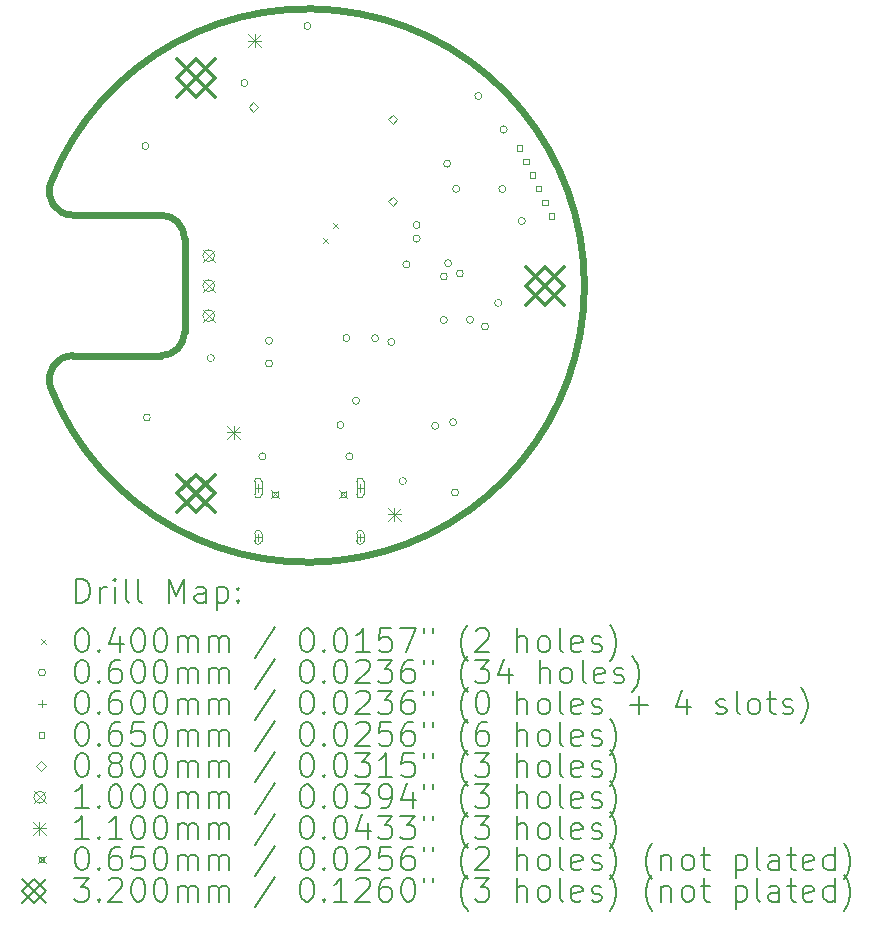
<source format=gbr>
%TF.GenerationSoftware,KiCad,Pcbnew,8.0.6*%
%TF.CreationDate,2024-12-26T12:17:43+03:00*%
%TF.ProjectId,Hall,48616c6c-2e6b-4696-9361-645f70636258,rev?*%
%TF.SameCoordinates,Original*%
%TF.FileFunction,Drillmap*%
%TF.FilePolarity,Positive*%
%FSLAX45Y45*%
G04 Gerber Fmt 4.5, Leading zero omitted, Abs format (unit mm)*
G04 Created by KiCad (PCBNEW 8.0.6) date 2024-12-26 12:17:43*
%MOMM*%
%LPD*%
G01*
G04 APERTURE LIST*
%ADD10C,0.600000*%
%ADD11C,0.200000*%
%ADD12C,0.100000*%
%ADD13C,0.110000*%
%ADD14C,0.320000*%
G04 APERTURE END LIST*
D10*
X4998515Y-4306270D02*
G75*
G02*
X4812694Y-4032318I5J200000D01*
G01*
X5944798Y-5296270D02*
G75*
G02*
X5744798Y-5496268I-199998J0D01*
G01*
X4813544Y-4032658D02*
G75*
G02*
X4812690Y-5770224I2174846J-869852D01*
G01*
X4812691Y-5770224D02*
G75*
G02*
X4998515Y-5496266I185829J73954D01*
G01*
X5744798Y-4306270D02*
G75*
G02*
X5944800Y-4506270I2J-200000D01*
G01*
X5944798Y-5296270D02*
X5944798Y-4506270D01*
X5744798Y-4306270D02*
X4998515Y-4306270D01*
X4998515Y-5496270D02*
X5744798Y-5496270D01*
D11*
D12*
X7117400Y-4501200D02*
X7157400Y-4541200D01*
X7157400Y-4501200D02*
X7117400Y-4541200D01*
X7203760Y-4374200D02*
X7243760Y-4414200D01*
X7243760Y-4374200D02*
X7203760Y-4414200D01*
X5643400Y-3721100D02*
G75*
G02*
X5583400Y-3721100I-30000J0D01*
G01*
X5583400Y-3721100D02*
G75*
G02*
X5643400Y-3721100I30000J0D01*
G01*
X5656100Y-6019800D02*
G75*
G02*
X5596100Y-6019800I-30000J0D01*
G01*
X5596100Y-6019800D02*
G75*
G02*
X5656100Y-6019800I30000J0D01*
G01*
X6197120Y-5516880D02*
G75*
G02*
X6137120Y-5516880I-30000J0D01*
G01*
X6137120Y-5516880D02*
G75*
G02*
X6197120Y-5516880I30000J0D01*
G01*
X6481600Y-3187700D02*
G75*
G02*
X6421600Y-3187700I-30000J0D01*
G01*
X6421600Y-3187700D02*
G75*
G02*
X6481600Y-3187700I30000J0D01*
G01*
X6634000Y-6350000D02*
G75*
G02*
X6574000Y-6350000I-30000J0D01*
G01*
X6574000Y-6350000D02*
G75*
G02*
X6634000Y-6350000I30000J0D01*
G01*
X6689880Y-5369560D02*
G75*
G02*
X6629880Y-5369560I-30000J0D01*
G01*
X6629880Y-5369560D02*
G75*
G02*
X6689880Y-5369560I30000J0D01*
G01*
X6689880Y-5562600D02*
G75*
G02*
X6629880Y-5562600I-30000J0D01*
G01*
X6629880Y-5562600D02*
G75*
G02*
X6689880Y-5562600I30000J0D01*
G01*
X7015000Y-2705100D02*
G75*
G02*
X6955000Y-2705100I-30000J0D01*
G01*
X6955000Y-2705100D02*
G75*
G02*
X7015000Y-2705100I30000J0D01*
G01*
X7294400Y-6083300D02*
G75*
G02*
X7234400Y-6083300I-30000J0D01*
G01*
X7234400Y-6083300D02*
G75*
G02*
X7294400Y-6083300I30000J0D01*
G01*
X7345200Y-5346700D02*
G75*
G02*
X7285200Y-5346700I-30000J0D01*
G01*
X7285200Y-5346700D02*
G75*
G02*
X7345200Y-5346700I30000J0D01*
G01*
X7370600Y-6350000D02*
G75*
G02*
X7310600Y-6350000I-30000J0D01*
G01*
X7310600Y-6350000D02*
G75*
G02*
X7370600Y-6350000I30000J0D01*
G01*
X7426480Y-5877560D02*
G75*
G02*
X7366480Y-5877560I-30000J0D01*
G01*
X7366480Y-5877560D02*
G75*
G02*
X7426480Y-5877560I30000J0D01*
G01*
X7589040Y-5349240D02*
G75*
G02*
X7529040Y-5349240I-30000J0D01*
G01*
X7529040Y-5349240D02*
G75*
G02*
X7589040Y-5349240I30000J0D01*
G01*
X7726200Y-5379720D02*
G75*
G02*
X7666200Y-5379720I-30000J0D01*
G01*
X7666200Y-5379720D02*
G75*
G02*
X7726200Y-5379720I30000J0D01*
G01*
X7822720Y-6558280D02*
G75*
G02*
X7762720Y-6558280I-30000J0D01*
G01*
X7762720Y-6558280D02*
G75*
G02*
X7822720Y-6558280I30000J0D01*
G01*
X7853200Y-4724400D02*
G75*
G02*
X7793200Y-4724400I-30000J0D01*
G01*
X7793200Y-4724400D02*
G75*
G02*
X7853200Y-4724400I30000J0D01*
G01*
X7939560Y-4389120D02*
G75*
G02*
X7879560Y-4389120I-30000J0D01*
G01*
X7879560Y-4389120D02*
G75*
G02*
X7939560Y-4389120I30000J0D01*
G01*
X7939560Y-4505960D02*
G75*
G02*
X7879560Y-4505960I-30000J0D01*
G01*
X7879560Y-4505960D02*
G75*
G02*
X7939560Y-4505960I30000J0D01*
G01*
X8097040Y-6090920D02*
G75*
G02*
X8037040Y-6090920I-30000J0D01*
G01*
X8037040Y-6090920D02*
G75*
G02*
X8097040Y-6090920I30000J0D01*
G01*
X8170700Y-4826280D02*
G75*
G02*
X8110700Y-4826280I-30000J0D01*
G01*
X8110700Y-4826280D02*
G75*
G02*
X8170700Y-4826280I30000J0D01*
G01*
X8170700Y-5194300D02*
G75*
G02*
X8110700Y-5194300I-30000J0D01*
G01*
X8110700Y-5194300D02*
G75*
G02*
X8170700Y-5194300I30000J0D01*
G01*
X8198640Y-3870960D02*
G75*
G02*
X8138640Y-3870960I-30000J0D01*
G01*
X8138640Y-3870960D02*
G75*
G02*
X8198640Y-3870960I30000J0D01*
G01*
X8206841Y-4713659D02*
G75*
G02*
X8146841Y-4713659I-30000J0D01*
G01*
X8146841Y-4713659D02*
G75*
G02*
X8206841Y-4713659I30000J0D01*
G01*
X8249440Y-6060440D02*
G75*
G02*
X8189440Y-6060440I-30000J0D01*
G01*
X8189440Y-6060440D02*
G75*
G02*
X8249440Y-6060440I30000J0D01*
G01*
X8264680Y-6654800D02*
G75*
G02*
X8204680Y-6654800I-30000J0D01*
G01*
X8204680Y-6654800D02*
G75*
G02*
X8264680Y-6654800I30000J0D01*
G01*
X8274840Y-4084320D02*
G75*
G02*
X8214840Y-4084320I-30000J0D01*
G01*
X8214840Y-4084320D02*
G75*
G02*
X8274840Y-4084320I30000J0D01*
G01*
X8305320Y-4800600D02*
G75*
G02*
X8245320Y-4800600I-30000J0D01*
G01*
X8245320Y-4800600D02*
G75*
G02*
X8305320Y-4800600I30000J0D01*
G01*
X8391680Y-5191760D02*
G75*
G02*
X8331680Y-5191760I-30000J0D01*
G01*
X8331680Y-5191760D02*
G75*
G02*
X8391680Y-5191760I30000J0D01*
G01*
X8462800Y-3296920D02*
G75*
G02*
X8402800Y-3296920I-30000J0D01*
G01*
X8402800Y-3296920D02*
G75*
G02*
X8462800Y-3296920I30000J0D01*
G01*
X8518680Y-5250000D02*
G75*
G02*
X8458680Y-5250000I-30000J0D01*
G01*
X8458680Y-5250000D02*
G75*
G02*
X8518680Y-5250000I30000J0D01*
G01*
X8630440Y-5050000D02*
G75*
G02*
X8570440Y-5050000I-30000J0D01*
G01*
X8570440Y-5050000D02*
G75*
G02*
X8630440Y-5050000I30000J0D01*
G01*
X8666000Y-4084320D02*
G75*
G02*
X8606000Y-4084320I-30000J0D01*
G01*
X8606000Y-4084320D02*
G75*
G02*
X8666000Y-4084320I30000J0D01*
G01*
X8676160Y-3581400D02*
G75*
G02*
X8616160Y-3581400I-30000J0D01*
G01*
X8616160Y-3581400D02*
G75*
G02*
X8676160Y-3581400I30000J0D01*
G01*
X8831100Y-4356100D02*
G75*
G02*
X8771100Y-4356100I-30000J0D01*
G01*
X8771100Y-4356100D02*
G75*
G02*
X8831100Y-4356100I30000J0D01*
G01*
X6568000Y-6586500D02*
X6568000Y-6646500D01*
X6538000Y-6616500D02*
X6598000Y-6616500D01*
X6538000Y-6561500D02*
X6538000Y-6671500D01*
X6598000Y-6671500D02*
G75*
G02*
X6538000Y-6671500I-30000J0D01*
G01*
X6598000Y-6671500D02*
X6598000Y-6561500D01*
X6598000Y-6561500D02*
G75*
G03*
X6538000Y-6561500I-30000J0D01*
G01*
X6568000Y-7004500D02*
X6568000Y-7064500D01*
X6538000Y-7034500D02*
X6598000Y-7034500D01*
X6538000Y-7004500D02*
X6538000Y-7064500D01*
X6598000Y-7064500D02*
G75*
G02*
X6538000Y-7064500I-30000J0D01*
G01*
X6598000Y-7064500D02*
X6598000Y-7004500D01*
X6598000Y-7004500D02*
G75*
G03*
X6538000Y-7004500I-30000J0D01*
G01*
X7432000Y-6586500D02*
X7432000Y-6646500D01*
X7402000Y-6616500D02*
X7462000Y-6616500D01*
X7402000Y-6561500D02*
X7402000Y-6671500D01*
X7462000Y-6671500D02*
G75*
G02*
X7402000Y-6671500I-30000J0D01*
G01*
X7462000Y-6671500D02*
X7462000Y-6561500D01*
X7462000Y-6561500D02*
G75*
G03*
X7402000Y-6561500I-30000J0D01*
G01*
X7432000Y-7004500D02*
X7432000Y-7064500D01*
X7402000Y-7034500D02*
X7462000Y-7034500D01*
X7402000Y-7004500D02*
X7402000Y-7064500D01*
X7462000Y-7064500D02*
G75*
G02*
X7402000Y-7064500I-30000J0D01*
G01*
X7462000Y-7064500D02*
X7462000Y-7004500D01*
X7462000Y-7004500D02*
G75*
G03*
X7402000Y-7004500I-30000J0D01*
G01*
X8805636Y-3760259D02*
X8805636Y-3714297D01*
X8759674Y-3714297D01*
X8759674Y-3760259D01*
X8805636Y-3760259D01*
X8859309Y-3875360D02*
X8859309Y-3829398D01*
X8813346Y-3829398D01*
X8813346Y-3875360D01*
X8859309Y-3875360D01*
X8912981Y-3990461D02*
X8912981Y-3944499D01*
X8867019Y-3944499D01*
X8867019Y-3990461D01*
X8912981Y-3990461D01*
X8966654Y-4105562D02*
X8966654Y-4059600D01*
X8920691Y-4059600D01*
X8920691Y-4105562D01*
X8966654Y-4105562D01*
X9020326Y-4220664D02*
X9020326Y-4174701D01*
X8974364Y-4174701D01*
X8974364Y-4220664D01*
X9020326Y-4220664D01*
X9073999Y-4335765D02*
X9073999Y-4289802D01*
X9028036Y-4289802D01*
X9028036Y-4335765D01*
X9073999Y-4335765D01*
X6527800Y-3430900D02*
X6567800Y-3390900D01*
X6527800Y-3350900D01*
X6487800Y-3390900D01*
X6527800Y-3430900D01*
X7706360Y-3535040D02*
X7746360Y-3495040D01*
X7706360Y-3455040D01*
X7666360Y-3495040D01*
X7706360Y-3535040D01*
X7706360Y-4231000D02*
X7746360Y-4191000D01*
X7706360Y-4151000D01*
X7666360Y-4191000D01*
X7706360Y-4231000D01*
X6100000Y-4600000D02*
X6200000Y-4700000D01*
X6200000Y-4600000D02*
X6100000Y-4700000D01*
X6200000Y-4650000D02*
G75*
G02*
X6100000Y-4650000I-50000J0D01*
G01*
X6100000Y-4650000D02*
G75*
G02*
X6200000Y-4650000I50000J0D01*
G01*
X6100000Y-4854000D02*
X6200000Y-4954000D01*
X6200000Y-4854000D02*
X6100000Y-4954000D01*
X6200000Y-4904000D02*
G75*
G02*
X6100000Y-4904000I-50000J0D01*
G01*
X6100000Y-4904000D02*
G75*
G02*
X6200000Y-4904000I50000J0D01*
G01*
X6100000Y-5108000D02*
X6200000Y-5208000D01*
X6200000Y-5108000D02*
X6100000Y-5208000D01*
X6200000Y-5158000D02*
G75*
G02*
X6100000Y-5158000I-50000J0D01*
G01*
X6100000Y-5158000D02*
G75*
G02*
X6200000Y-5158000I50000J0D01*
G01*
D13*
X6307700Y-6091800D02*
X6417700Y-6201800D01*
X6417700Y-6091800D02*
X6307700Y-6201800D01*
X6362700Y-6091800D02*
X6362700Y-6201800D01*
X6307700Y-6146800D02*
X6417700Y-6146800D01*
X6485500Y-2777100D02*
X6595500Y-2887100D01*
X6595500Y-2777100D02*
X6485500Y-2887100D01*
X6540500Y-2777100D02*
X6540500Y-2887100D01*
X6485500Y-2832100D02*
X6595500Y-2832100D01*
X7666600Y-6782680D02*
X7776600Y-6892680D01*
X7776600Y-6782680D02*
X7666600Y-6892680D01*
X7721600Y-6782680D02*
X7721600Y-6892680D01*
X7666600Y-6837680D02*
X7776600Y-6837680D01*
D12*
X6678500Y-6637000D02*
X6743500Y-6702000D01*
X6743500Y-6637000D02*
X6678500Y-6702000D01*
X6733981Y-6692481D02*
X6733981Y-6646519D01*
X6688019Y-6646519D01*
X6688019Y-6692481D01*
X6733981Y-6692481D01*
X7256500Y-6637000D02*
X7321500Y-6702000D01*
X7321500Y-6637000D02*
X7256500Y-6702000D01*
X7311981Y-6692481D02*
X7311981Y-6646519D01*
X7266019Y-6646519D01*
X7266019Y-6692481D01*
X7311981Y-6692481D01*
D14*
X5884492Y-6503281D02*
X6204492Y-6823281D01*
X6204492Y-6503281D02*
X5884492Y-6823281D01*
X6044492Y-6823281D02*
X6204492Y-6663281D01*
X6044492Y-6503281D01*
X5884492Y-6663281D01*
X6044492Y-6823281D01*
X5884509Y-2986709D02*
X6204509Y-3306709D01*
X6204509Y-2986709D02*
X5884509Y-3306709D01*
X6044509Y-3306709D02*
X6204509Y-3146709D01*
X6044509Y-2986709D01*
X5884509Y-3146709D01*
X6044509Y-3306709D01*
X8837618Y-4745000D02*
X9157618Y-5065000D01*
X9157618Y-4745000D02*
X8837618Y-5065000D01*
X8997618Y-5065000D02*
X9157618Y-4905000D01*
X8997618Y-4745000D01*
X8837618Y-4905000D01*
X8997618Y-5065000D01*
D11*
X5029292Y-7586343D02*
X5029292Y-7386343D01*
X5029292Y-7386343D02*
X5076911Y-7386343D01*
X5076911Y-7386343D02*
X5105483Y-7395867D01*
X5105483Y-7395867D02*
X5124531Y-7414914D01*
X5124531Y-7414914D02*
X5134054Y-7433962D01*
X5134054Y-7433962D02*
X5143578Y-7472057D01*
X5143578Y-7472057D02*
X5143578Y-7500629D01*
X5143578Y-7500629D02*
X5134054Y-7538724D01*
X5134054Y-7538724D02*
X5124531Y-7557771D01*
X5124531Y-7557771D02*
X5105483Y-7576819D01*
X5105483Y-7576819D02*
X5076911Y-7586343D01*
X5076911Y-7586343D02*
X5029292Y-7586343D01*
X5229292Y-7586343D02*
X5229292Y-7453009D01*
X5229292Y-7491105D02*
X5238816Y-7472057D01*
X5238816Y-7472057D02*
X5248340Y-7462533D01*
X5248340Y-7462533D02*
X5267388Y-7453009D01*
X5267388Y-7453009D02*
X5286435Y-7453009D01*
X5353102Y-7586343D02*
X5353102Y-7453009D01*
X5353102Y-7386343D02*
X5343578Y-7395867D01*
X5343578Y-7395867D02*
X5353102Y-7405390D01*
X5353102Y-7405390D02*
X5362626Y-7395867D01*
X5362626Y-7395867D02*
X5353102Y-7386343D01*
X5353102Y-7386343D02*
X5353102Y-7405390D01*
X5476911Y-7586343D02*
X5457864Y-7576819D01*
X5457864Y-7576819D02*
X5448340Y-7557771D01*
X5448340Y-7557771D02*
X5448340Y-7386343D01*
X5581673Y-7586343D02*
X5562626Y-7576819D01*
X5562626Y-7576819D02*
X5553102Y-7557771D01*
X5553102Y-7557771D02*
X5553102Y-7386343D01*
X5810245Y-7586343D02*
X5810245Y-7386343D01*
X5810245Y-7386343D02*
X5876911Y-7529200D01*
X5876911Y-7529200D02*
X5943578Y-7386343D01*
X5943578Y-7386343D02*
X5943578Y-7586343D01*
X6124530Y-7586343D02*
X6124530Y-7481581D01*
X6124530Y-7481581D02*
X6115007Y-7462533D01*
X6115007Y-7462533D02*
X6095959Y-7453009D01*
X6095959Y-7453009D02*
X6057864Y-7453009D01*
X6057864Y-7453009D02*
X6038816Y-7462533D01*
X6124530Y-7576819D02*
X6105483Y-7586343D01*
X6105483Y-7586343D02*
X6057864Y-7586343D01*
X6057864Y-7586343D02*
X6038816Y-7576819D01*
X6038816Y-7576819D02*
X6029292Y-7557771D01*
X6029292Y-7557771D02*
X6029292Y-7538724D01*
X6029292Y-7538724D02*
X6038816Y-7519676D01*
X6038816Y-7519676D02*
X6057864Y-7510152D01*
X6057864Y-7510152D02*
X6105483Y-7510152D01*
X6105483Y-7510152D02*
X6124530Y-7500629D01*
X6219769Y-7453009D02*
X6219769Y-7653009D01*
X6219769Y-7462533D02*
X6238816Y-7453009D01*
X6238816Y-7453009D02*
X6276911Y-7453009D01*
X6276911Y-7453009D02*
X6295959Y-7462533D01*
X6295959Y-7462533D02*
X6305483Y-7472057D01*
X6305483Y-7472057D02*
X6315007Y-7491105D01*
X6315007Y-7491105D02*
X6315007Y-7548248D01*
X6315007Y-7548248D02*
X6305483Y-7567295D01*
X6305483Y-7567295D02*
X6295959Y-7576819D01*
X6295959Y-7576819D02*
X6276911Y-7586343D01*
X6276911Y-7586343D02*
X6238816Y-7586343D01*
X6238816Y-7586343D02*
X6219769Y-7576819D01*
X6400721Y-7567295D02*
X6410245Y-7576819D01*
X6410245Y-7576819D02*
X6400721Y-7586343D01*
X6400721Y-7586343D02*
X6391197Y-7576819D01*
X6391197Y-7576819D02*
X6400721Y-7567295D01*
X6400721Y-7567295D02*
X6400721Y-7586343D01*
X6400721Y-7462533D02*
X6410245Y-7472057D01*
X6410245Y-7472057D02*
X6400721Y-7481581D01*
X6400721Y-7481581D02*
X6391197Y-7472057D01*
X6391197Y-7472057D02*
X6400721Y-7462533D01*
X6400721Y-7462533D02*
X6400721Y-7481581D01*
D12*
X4728516Y-7894859D02*
X4768516Y-7934859D01*
X4768516Y-7894859D02*
X4728516Y-7934859D01*
D11*
X5067388Y-7806343D02*
X5086435Y-7806343D01*
X5086435Y-7806343D02*
X5105483Y-7815867D01*
X5105483Y-7815867D02*
X5115007Y-7825390D01*
X5115007Y-7825390D02*
X5124531Y-7844438D01*
X5124531Y-7844438D02*
X5134054Y-7882533D01*
X5134054Y-7882533D02*
X5134054Y-7930152D01*
X5134054Y-7930152D02*
X5124531Y-7968248D01*
X5124531Y-7968248D02*
X5115007Y-7987295D01*
X5115007Y-7987295D02*
X5105483Y-7996819D01*
X5105483Y-7996819D02*
X5086435Y-8006343D01*
X5086435Y-8006343D02*
X5067388Y-8006343D01*
X5067388Y-8006343D02*
X5048340Y-7996819D01*
X5048340Y-7996819D02*
X5038816Y-7987295D01*
X5038816Y-7987295D02*
X5029292Y-7968248D01*
X5029292Y-7968248D02*
X5019769Y-7930152D01*
X5019769Y-7930152D02*
X5019769Y-7882533D01*
X5019769Y-7882533D02*
X5029292Y-7844438D01*
X5029292Y-7844438D02*
X5038816Y-7825390D01*
X5038816Y-7825390D02*
X5048340Y-7815867D01*
X5048340Y-7815867D02*
X5067388Y-7806343D01*
X5219769Y-7987295D02*
X5229292Y-7996819D01*
X5229292Y-7996819D02*
X5219769Y-8006343D01*
X5219769Y-8006343D02*
X5210245Y-7996819D01*
X5210245Y-7996819D02*
X5219769Y-7987295D01*
X5219769Y-7987295D02*
X5219769Y-8006343D01*
X5400721Y-7873009D02*
X5400721Y-8006343D01*
X5353102Y-7796819D02*
X5305483Y-7939676D01*
X5305483Y-7939676D02*
X5429292Y-7939676D01*
X5543578Y-7806343D02*
X5562626Y-7806343D01*
X5562626Y-7806343D02*
X5581673Y-7815867D01*
X5581673Y-7815867D02*
X5591197Y-7825390D01*
X5591197Y-7825390D02*
X5600721Y-7844438D01*
X5600721Y-7844438D02*
X5610245Y-7882533D01*
X5610245Y-7882533D02*
X5610245Y-7930152D01*
X5610245Y-7930152D02*
X5600721Y-7968248D01*
X5600721Y-7968248D02*
X5591197Y-7987295D01*
X5591197Y-7987295D02*
X5581673Y-7996819D01*
X5581673Y-7996819D02*
X5562626Y-8006343D01*
X5562626Y-8006343D02*
X5543578Y-8006343D01*
X5543578Y-8006343D02*
X5524531Y-7996819D01*
X5524531Y-7996819D02*
X5515007Y-7987295D01*
X5515007Y-7987295D02*
X5505483Y-7968248D01*
X5505483Y-7968248D02*
X5495959Y-7930152D01*
X5495959Y-7930152D02*
X5495959Y-7882533D01*
X5495959Y-7882533D02*
X5505483Y-7844438D01*
X5505483Y-7844438D02*
X5515007Y-7825390D01*
X5515007Y-7825390D02*
X5524531Y-7815867D01*
X5524531Y-7815867D02*
X5543578Y-7806343D01*
X5734054Y-7806343D02*
X5753102Y-7806343D01*
X5753102Y-7806343D02*
X5772150Y-7815867D01*
X5772150Y-7815867D02*
X5781673Y-7825390D01*
X5781673Y-7825390D02*
X5791197Y-7844438D01*
X5791197Y-7844438D02*
X5800721Y-7882533D01*
X5800721Y-7882533D02*
X5800721Y-7930152D01*
X5800721Y-7930152D02*
X5791197Y-7968248D01*
X5791197Y-7968248D02*
X5781673Y-7987295D01*
X5781673Y-7987295D02*
X5772150Y-7996819D01*
X5772150Y-7996819D02*
X5753102Y-8006343D01*
X5753102Y-8006343D02*
X5734054Y-8006343D01*
X5734054Y-8006343D02*
X5715007Y-7996819D01*
X5715007Y-7996819D02*
X5705483Y-7987295D01*
X5705483Y-7987295D02*
X5695959Y-7968248D01*
X5695959Y-7968248D02*
X5686435Y-7930152D01*
X5686435Y-7930152D02*
X5686435Y-7882533D01*
X5686435Y-7882533D02*
X5695959Y-7844438D01*
X5695959Y-7844438D02*
X5705483Y-7825390D01*
X5705483Y-7825390D02*
X5715007Y-7815867D01*
X5715007Y-7815867D02*
X5734054Y-7806343D01*
X5886435Y-8006343D02*
X5886435Y-7873009D01*
X5886435Y-7892057D02*
X5895959Y-7882533D01*
X5895959Y-7882533D02*
X5915007Y-7873009D01*
X5915007Y-7873009D02*
X5943578Y-7873009D01*
X5943578Y-7873009D02*
X5962626Y-7882533D01*
X5962626Y-7882533D02*
X5972150Y-7901581D01*
X5972150Y-7901581D02*
X5972150Y-8006343D01*
X5972150Y-7901581D02*
X5981673Y-7882533D01*
X5981673Y-7882533D02*
X6000721Y-7873009D01*
X6000721Y-7873009D02*
X6029292Y-7873009D01*
X6029292Y-7873009D02*
X6048340Y-7882533D01*
X6048340Y-7882533D02*
X6057864Y-7901581D01*
X6057864Y-7901581D02*
X6057864Y-8006343D01*
X6153102Y-8006343D02*
X6153102Y-7873009D01*
X6153102Y-7892057D02*
X6162626Y-7882533D01*
X6162626Y-7882533D02*
X6181673Y-7873009D01*
X6181673Y-7873009D02*
X6210245Y-7873009D01*
X6210245Y-7873009D02*
X6229292Y-7882533D01*
X6229292Y-7882533D02*
X6238816Y-7901581D01*
X6238816Y-7901581D02*
X6238816Y-8006343D01*
X6238816Y-7901581D02*
X6248340Y-7882533D01*
X6248340Y-7882533D02*
X6267388Y-7873009D01*
X6267388Y-7873009D02*
X6295959Y-7873009D01*
X6295959Y-7873009D02*
X6315007Y-7882533D01*
X6315007Y-7882533D02*
X6324531Y-7901581D01*
X6324531Y-7901581D02*
X6324531Y-8006343D01*
X6715007Y-7796819D02*
X6543578Y-8053962D01*
X6972150Y-7806343D02*
X6991197Y-7806343D01*
X6991197Y-7806343D02*
X7010245Y-7815867D01*
X7010245Y-7815867D02*
X7019769Y-7825390D01*
X7019769Y-7825390D02*
X7029293Y-7844438D01*
X7029293Y-7844438D02*
X7038816Y-7882533D01*
X7038816Y-7882533D02*
X7038816Y-7930152D01*
X7038816Y-7930152D02*
X7029293Y-7968248D01*
X7029293Y-7968248D02*
X7019769Y-7987295D01*
X7019769Y-7987295D02*
X7010245Y-7996819D01*
X7010245Y-7996819D02*
X6991197Y-8006343D01*
X6991197Y-8006343D02*
X6972150Y-8006343D01*
X6972150Y-8006343D02*
X6953102Y-7996819D01*
X6953102Y-7996819D02*
X6943578Y-7987295D01*
X6943578Y-7987295D02*
X6934054Y-7968248D01*
X6934054Y-7968248D02*
X6924531Y-7930152D01*
X6924531Y-7930152D02*
X6924531Y-7882533D01*
X6924531Y-7882533D02*
X6934054Y-7844438D01*
X6934054Y-7844438D02*
X6943578Y-7825390D01*
X6943578Y-7825390D02*
X6953102Y-7815867D01*
X6953102Y-7815867D02*
X6972150Y-7806343D01*
X7124531Y-7987295D02*
X7134054Y-7996819D01*
X7134054Y-7996819D02*
X7124531Y-8006343D01*
X7124531Y-8006343D02*
X7115007Y-7996819D01*
X7115007Y-7996819D02*
X7124531Y-7987295D01*
X7124531Y-7987295D02*
X7124531Y-8006343D01*
X7257864Y-7806343D02*
X7276912Y-7806343D01*
X7276912Y-7806343D02*
X7295959Y-7815867D01*
X7295959Y-7815867D02*
X7305483Y-7825390D01*
X7305483Y-7825390D02*
X7315007Y-7844438D01*
X7315007Y-7844438D02*
X7324531Y-7882533D01*
X7324531Y-7882533D02*
X7324531Y-7930152D01*
X7324531Y-7930152D02*
X7315007Y-7968248D01*
X7315007Y-7968248D02*
X7305483Y-7987295D01*
X7305483Y-7987295D02*
X7295959Y-7996819D01*
X7295959Y-7996819D02*
X7276912Y-8006343D01*
X7276912Y-8006343D02*
X7257864Y-8006343D01*
X7257864Y-8006343D02*
X7238816Y-7996819D01*
X7238816Y-7996819D02*
X7229293Y-7987295D01*
X7229293Y-7987295D02*
X7219769Y-7968248D01*
X7219769Y-7968248D02*
X7210245Y-7930152D01*
X7210245Y-7930152D02*
X7210245Y-7882533D01*
X7210245Y-7882533D02*
X7219769Y-7844438D01*
X7219769Y-7844438D02*
X7229293Y-7825390D01*
X7229293Y-7825390D02*
X7238816Y-7815867D01*
X7238816Y-7815867D02*
X7257864Y-7806343D01*
X7515007Y-8006343D02*
X7400721Y-8006343D01*
X7457864Y-8006343D02*
X7457864Y-7806343D01*
X7457864Y-7806343D02*
X7438816Y-7834914D01*
X7438816Y-7834914D02*
X7419769Y-7853962D01*
X7419769Y-7853962D02*
X7400721Y-7863486D01*
X7695959Y-7806343D02*
X7600721Y-7806343D01*
X7600721Y-7806343D02*
X7591197Y-7901581D01*
X7591197Y-7901581D02*
X7600721Y-7892057D01*
X7600721Y-7892057D02*
X7619769Y-7882533D01*
X7619769Y-7882533D02*
X7667388Y-7882533D01*
X7667388Y-7882533D02*
X7686435Y-7892057D01*
X7686435Y-7892057D02*
X7695959Y-7901581D01*
X7695959Y-7901581D02*
X7705483Y-7920629D01*
X7705483Y-7920629D02*
X7705483Y-7968248D01*
X7705483Y-7968248D02*
X7695959Y-7987295D01*
X7695959Y-7987295D02*
X7686435Y-7996819D01*
X7686435Y-7996819D02*
X7667388Y-8006343D01*
X7667388Y-8006343D02*
X7619769Y-8006343D01*
X7619769Y-8006343D02*
X7600721Y-7996819D01*
X7600721Y-7996819D02*
X7591197Y-7987295D01*
X7772150Y-7806343D02*
X7905483Y-7806343D01*
X7905483Y-7806343D02*
X7819769Y-8006343D01*
X7972150Y-7806343D02*
X7972150Y-7844438D01*
X8048340Y-7806343D02*
X8048340Y-7844438D01*
X8343578Y-8082533D02*
X8334055Y-8073009D01*
X8334055Y-8073009D02*
X8315007Y-8044438D01*
X8315007Y-8044438D02*
X8305483Y-8025390D01*
X8305483Y-8025390D02*
X8295959Y-7996819D01*
X8295959Y-7996819D02*
X8286436Y-7949200D01*
X8286436Y-7949200D02*
X8286436Y-7911105D01*
X8286436Y-7911105D02*
X8295959Y-7863486D01*
X8295959Y-7863486D02*
X8305483Y-7834914D01*
X8305483Y-7834914D02*
X8315007Y-7815867D01*
X8315007Y-7815867D02*
X8334055Y-7787295D01*
X8334055Y-7787295D02*
X8343578Y-7777771D01*
X8410245Y-7825390D02*
X8419769Y-7815867D01*
X8419769Y-7815867D02*
X8438817Y-7806343D01*
X8438817Y-7806343D02*
X8486436Y-7806343D01*
X8486436Y-7806343D02*
X8505483Y-7815867D01*
X8505483Y-7815867D02*
X8515007Y-7825390D01*
X8515007Y-7825390D02*
X8524531Y-7844438D01*
X8524531Y-7844438D02*
X8524531Y-7863486D01*
X8524531Y-7863486D02*
X8515007Y-7892057D01*
X8515007Y-7892057D02*
X8400721Y-8006343D01*
X8400721Y-8006343D02*
X8524531Y-8006343D01*
X8762626Y-8006343D02*
X8762626Y-7806343D01*
X8848340Y-8006343D02*
X8848340Y-7901581D01*
X8848340Y-7901581D02*
X8838817Y-7882533D01*
X8838817Y-7882533D02*
X8819769Y-7873009D01*
X8819769Y-7873009D02*
X8791198Y-7873009D01*
X8791198Y-7873009D02*
X8772150Y-7882533D01*
X8772150Y-7882533D02*
X8762626Y-7892057D01*
X8972150Y-8006343D02*
X8953102Y-7996819D01*
X8953102Y-7996819D02*
X8943579Y-7987295D01*
X8943579Y-7987295D02*
X8934055Y-7968248D01*
X8934055Y-7968248D02*
X8934055Y-7911105D01*
X8934055Y-7911105D02*
X8943579Y-7892057D01*
X8943579Y-7892057D02*
X8953102Y-7882533D01*
X8953102Y-7882533D02*
X8972150Y-7873009D01*
X8972150Y-7873009D02*
X9000721Y-7873009D01*
X9000721Y-7873009D02*
X9019769Y-7882533D01*
X9019769Y-7882533D02*
X9029293Y-7892057D01*
X9029293Y-7892057D02*
X9038817Y-7911105D01*
X9038817Y-7911105D02*
X9038817Y-7968248D01*
X9038817Y-7968248D02*
X9029293Y-7987295D01*
X9029293Y-7987295D02*
X9019769Y-7996819D01*
X9019769Y-7996819D02*
X9000721Y-8006343D01*
X9000721Y-8006343D02*
X8972150Y-8006343D01*
X9153102Y-8006343D02*
X9134055Y-7996819D01*
X9134055Y-7996819D02*
X9124531Y-7977771D01*
X9124531Y-7977771D02*
X9124531Y-7806343D01*
X9305483Y-7996819D02*
X9286436Y-8006343D01*
X9286436Y-8006343D02*
X9248340Y-8006343D01*
X9248340Y-8006343D02*
X9229293Y-7996819D01*
X9229293Y-7996819D02*
X9219769Y-7977771D01*
X9219769Y-7977771D02*
X9219769Y-7901581D01*
X9219769Y-7901581D02*
X9229293Y-7882533D01*
X9229293Y-7882533D02*
X9248340Y-7873009D01*
X9248340Y-7873009D02*
X9286436Y-7873009D01*
X9286436Y-7873009D02*
X9305483Y-7882533D01*
X9305483Y-7882533D02*
X9315007Y-7901581D01*
X9315007Y-7901581D02*
X9315007Y-7920629D01*
X9315007Y-7920629D02*
X9219769Y-7939676D01*
X9391198Y-7996819D02*
X9410245Y-8006343D01*
X9410245Y-8006343D02*
X9448340Y-8006343D01*
X9448340Y-8006343D02*
X9467388Y-7996819D01*
X9467388Y-7996819D02*
X9476912Y-7977771D01*
X9476912Y-7977771D02*
X9476912Y-7968248D01*
X9476912Y-7968248D02*
X9467388Y-7949200D01*
X9467388Y-7949200D02*
X9448340Y-7939676D01*
X9448340Y-7939676D02*
X9419769Y-7939676D01*
X9419769Y-7939676D02*
X9400721Y-7930152D01*
X9400721Y-7930152D02*
X9391198Y-7911105D01*
X9391198Y-7911105D02*
X9391198Y-7901581D01*
X9391198Y-7901581D02*
X9400721Y-7882533D01*
X9400721Y-7882533D02*
X9419769Y-7873009D01*
X9419769Y-7873009D02*
X9448340Y-7873009D01*
X9448340Y-7873009D02*
X9467388Y-7882533D01*
X9543579Y-8082533D02*
X9553102Y-8073009D01*
X9553102Y-8073009D02*
X9572150Y-8044438D01*
X9572150Y-8044438D02*
X9581674Y-8025390D01*
X9581674Y-8025390D02*
X9591198Y-7996819D01*
X9591198Y-7996819D02*
X9600721Y-7949200D01*
X9600721Y-7949200D02*
X9600721Y-7911105D01*
X9600721Y-7911105D02*
X9591198Y-7863486D01*
X9591198Y-7863486D02*
X9581674Y-7834914D01*
X9581674Y-7834914D02*
X9572150Y-7815867D01*
X9572150Y-7815867D02*
X9553102Y-7787295D01*
X9553102Y-7787295D02*
X9543579Y-7777771D01*
D12*
X4768516Y-8178859D02*
G75*
G02*
X4708516Y-8178859I-30000J0D01*
G01*
X4708516Y-8178859D02*
G75*
G02*
X4768516Y-8178859I30000J0D01*
G01*
D11*
X5067388Y-8070343D02*
X5086435Y-8070343D01*
X5086435Y-8070343D02*
X5105483Y-8079867D01*
X5105483Y-8079867D02*
X5115007Y-8089390D01*
X5115007Y-8089390D02*
X5124531Y-8108438D01*
X5124531Y-8108438D02*
X5134054Y-8146533D01*
X5134054Y-8146533D02*
X5134054Y-8194152D01*
X5134054Y-8194152D02*
X5124531Y-8232248D01*
X5124531Y-8232248D02*
X5115007Y-8251295D01*
X5115007Y-8251295D02*
X5105483Y-8260819D01*
X5105483Y-8260819D02*
X5086435Y-8270343D01*
X5086435Y-8270343D02*
X5067388Y-8270343D01*
X5067388Y-8270343D02*
X5048340Y-8260819D01*
X5048340Y-8260819D02*
X5038816Y-8251295D01*
X5038816Y-8251295D02*
X5029292Y-8232248D01*
X5029292Y-8232248D02*
X5019769Y-8194152D01*
X5019769Y-8194152D02*
X5019769Y-8146533D01*
X5019769Y-8146533D02*
X5029292Y-8108438D01*
X5029292Y-8108438D02*
X5038816Y-8089390D01*
X5038816Y-8089390D02*
X5048340Y-8079867D01*
X5048340Y-8079867D02*
X5067388Y-8070343D01*
X5219769Y-8251295D02*
X5229292Y-8260819D01*
X5229292Y-8260819D02*
X5219769Y-8270343D01*
X5219769Y-8270343D02*
X5210245Y-8260819D01*
X5210245Y-8260819D02*
X5219769Y-8251295D01*
X5219769Y-8251295D02*
X5219769Y-8270343D01*
X5400721Y-8070343D02*
X5362626Y-8070343D01*
X5362626Y-8070343D02*
X5343578Y-8079867D01*
X5343578Y-8079867D02*
X5334054Y-8089390D01*
X5334054Y-8089390D02*
X5315007Y-8117962D01*
X5315007Y-8117962D02*
X5305483Y-8156057D01*
X5305483Y-8156057D02*
X5305483Y-8232248D01*
X5305483Y-8232248D02*
X5315007Y-8251295D01*
X5315007Y-8251295D02*
X5324531Y-8260819D01*
X5324531Y-8260819D02*
X5343578Y-8270343D01*
X5343578Y-8270343D02*
X5381673Y-8270343D01*
X5381673Y-8270343D02*
X5400721Y-8260819D01*
X5400721Y-8260819D02*
X5410245Y-8251295D01*
X5410245Y-8251295D02*
X5419769Y-8232248D01*
X5419769Y-8232248D02*
X5419769Y-8184629D01*
X5419769Y-8184629D02*
X5410245Y-8165581D01*
X5410245Y-8165581D02*
X5400721Y-8156057D01*
X5400721Y-8156057D02*
X5381673Y-8146533D01*
X5381673Y-8146533D02*
X5343578Y-8146533D01*
X5343578Y-8146533D02*
X5324531Y-8156057D01*
X5324531Y-8156057D02*
X5315007Y-8165581D01*
X5315007Y-8165581D02*
X5305483Y-8184629D01*
X5543578Y-8070343D02*
X5562626Y-8070343D01*
X5562626Y-8070343D02*
X5581673Y-8079867D01*
X5581673Y-8079867D02*
X5591197Y-8089390D01*
X5591197Y-8089390D02*
X5600721Y-8108438D01*
X5600721Y-8108438D02*
X5610245Y-8146533D01*
X5610245Y-8146533D02*
X5610245Y-8194152D01*
X5610245Y-8194152D02*
X5600721Y-8232248D01*
X5600721Y-8232248D02*
X5591197Y-8251295D01*
X5591197Y-8251295D02*
X5581673Y-8260819D01*
X5581673Y-8260819D02*
X5562626Y-8270343D01*
X5562626Y-8270343D02*
X5543578Y-8270343D01*
X5543578Y-8270343D02*
X5524531Y-8260819D01*
X5524531Y-8260819D02*
X5515007Y-8251295D01*
X5515007Y-8251295D02*
X5505483Y-8232248D01*
X5505483Y-8232248D02*
X5495959Y-8194152D01*
X5495959Y-8194152D02*
X5495959Y-8146533D01*
X5495959Y-8146533D02*
X5505483Y-8108438D01*
X5505483Y-8108438D02*
X5515007Y-8089390D01*
X5515007Y-8089390D02*
X5524531Y-8079867D01*
X5524531Y-8079867D02*
X5543578Y-8070343D01*
X5734054Y-8070343D02*
X5753102Y-8070343D01*
X5753102Y-8070343D02*
X5772150Y-8079867D01*
X5772150Y-8079867D02*
X5781673Y-8089390D01*
X5781673Y-8089390D02*
X5791197Y-8108438D01*
X5791197Y-8108438D02*
X5800721Y-8146533D01*
X5800721Y-8146533D02*
X5800721Y-8194152D01*
X5800721Y-8194152D02*
X5791197Y-8232248D01*
X5791197Y-8232248D02*
X5781673Y-8251295D01*
X5781673Y-8251295D02*
X5772150Y-8260819D01*
X5772150Y-8260819D02*
X5753102Y-8270343D01*
X5753102Y-8270343D02*
X5734054Y-8270343D01*
X5734054Y-8270343D02*
X5715007Y-8260819D01*
X5715007Y-8260819D02*
X5705483Y-8251295D01*
X5705483Y-8251295D02*
X5695959Y-8232248D01*
X5695959Y-8232248D02*
X5686435Y-8194152D01*
X5686435Y-8194152D02*
X5686435Y-8146533D01*
X5686435Y-8146533D02*
X5695959Y-8108438D01*
X5695959Y-8108438D02*
X5705483Y-8089390D01*
X5705483Y-8089390D02*
X5715007Y-8079867D01*
X5715007Y-8079867D02*
X5734054Y-8070343D01*
X5886435Y-8270343D02*
X5886435Y-8137009D01*
X5886435Y-8156057D02*
X5895959Y-8146533D01*
X5895959Y-8146533D02*
X5915007Y-8137009D01*
X5915007Y-8137009D02*
X5943578Y-8137009D01*
X5943578Y-8137009D02*
X5962626Y-8146533D01*
X5962626Y-8146533D02*
X5972150Y-8165581D01*
X5972150Y-8165581D02*
X5972150Y-8270343D01*
X5972150Y-8165581D02*
X5981673Y-8146533D01*
X5981673Y-8146533D02*
X6000721Y-8137009D01*
X6000721Y-8137009D02*
X6029292Y-8137009D01*
X6029292Y-8137009D02*
X6048340Y-8146533D01*
X6048340Y-8146533D02*
X6057864Y-8165581D01*
X6057864Y-8165581D02*
X6057864Y-8270343D01*
X6153102Y-8270343D02*
X6153102Y-8137009D01*
X6153102Y-8156057D02*
X6162626Y-8146533D01*
X6162626Y-8146533D02*
X6181673Y-8137009D01*
X6181673Y-8137009D02*
X6210245Y-8137009D01*
X6210245Y-8137009D02*
X6229292Y-8146533D01*
X6229292Y-8146533D02*
X6238816Y-8165581D01*
X6238816Y-8165581D02*
X6238816Y-8270343D01*
X6238816Y-8165581D02*
X6248340Y-8146533D01*
X6248340Y-8146533D02*
X6267388Y-8137009D01*
X6267388Y-8137009D02*
X6295959Y-8137009D01*
X6295959Y-8137009D02*
X6315007Y-8146533D01*
X6315007Y-8146533D02*
X6324531Y-8165581D01*
X6324531Y-8165581D02*
X6324531Y-8270343D01*
X6715007Y-8060819D02*
X6543578Y-8317962D01*
X6972150Y-8070343D02*
X6991197Y-8070343D01*
X6991197Y-8070343D02*
X7010245Y-8079867D01*
X7010245Y-8079867D02*
X7019769Y-8089390D01*
X7019769Y-8089390D02*
X7029293Y-8108438D01*
X7029293Y-8108438D02*
X7038816Y-8146533D01*
X7038816Y-8146533D02*
X7038816Y-8194152D01*
X7038816Y-8194152D02*
X7029293Y-8232248D01*
X7029293Y-8232248D02*
X7019769Y-8251295D01*
X7019769Y-8251295D02*
X7010245Y-8260819D01*
X7010245Y-8260819D02*
X6991197Y-8270343D01*
X6991197Y-8270343D02*
X6972150Y-8270343D01*
X6972150Y-8270343D02*
X6953102Y-8260819D01*
X6953102Y-8260819D02*
X6943578Y-8251295D01*
X6943578Y-8251295D02*
X6934054Y-8232248D01*
X6934054Y-8232248D02*
X6924531Y-8194152D01*
X6924531Y-8194152D02*
X6924531Y-8146533D01*
X6924531Y-8146533D02*
X6934054Y-8108438D01*
X6934054Y-8108438D02*
X6943578Y-8089390D01*
X6943578Y-8089390D02*
X6953102Y-8079867D01*
X6953102Y-8079867D02*
X6972150Y-8070343D01*
X7124531Y-8251295D02*
X7134054Y-8260819D01*
X7134054Y-8260819D02*
X7124531Y-8270343D01*
X7124531Y-8270343D02*
X7115007Y-8260819D01*
X7115007Y-8260819D02*
X7124531Y-8251295D01*
X7124531Y-8251295D02*
X7124531Y-8270343D01*
X7257864Y-8070343D02*
X7276912Y-8070343D01*
X7276912Y-8070343D02*
X7295959Y-8079867D01*
X7295959Y-8079867D02*
X7305483Y-8089390D01*
X7305483Y-8089390D02*
X7315007Y-8108438D01*
X7315007Y-8108438D02*
X7324531Y-8146533D01*
X7324531Y-8146533D02*
X7324531Y-8194152D01*
X7324531Y-8194152D02*
X7315007Y-8232248D01*
X7315007Y-8232248D02*
X7305483Y-8251295D01*
X7305483Y-8251295D02*
X7295959Y-8260819D01*
X7295959Y-8260819D02*
X7276912Y-8270343D01*
X7276912Y-8270343D02*
X7257864Y-8270343D01*
X7257864Y-8270343D02*
X7238816Y-8260819D01*
X7238816Y-8260819D02*
X7229293Y-8251295D01*
X7229293Y-8251295D02*
X7219769Y-8232248D01*
X7219769Y-8232248D02*
X7210245Y-8194152D01*
X7210245Y-8194152D02*
X7210245Y-8146533D01*
X7210245Y-8146533D02*
X7219769Y-8108438D01*
X7219769Y-8108438D02*
X7229293Y-8089390D01*
X7229293Y-8089390D02*
X7238816Y-8079867D01*
X7238816Y-8079867D02*
X7257864Y-8070343D01*
X7400721Y-8089390D02*
X7410245Y-8079867D01*
X7410245Y-8079867D02*
X7429293Y-8070343D01*
X7429293Y-8070343D02*
X7476912Y-8070343D01*
X7476912Y-8070343D02*
X7495959Y-8079867D01*
X7495959Y-8079867D02*
X7505483Y-8089390D01*
X7505483Y-8089390D02*
X7515007Y-8108438D01*
X7515007Y-8108438D02*
X7515007Y-8127486D01*
X7515007Y-8127486D02*
X7505483Y-8156057D01*
X7505483Y-8156057D02*
X7391197Y-8270343D01*
X7391197Y-8270343D02*
X7515007Y-8270343D01*
X7581674Y-8070343D02*
X7705483Y-8070343D01*
X7705483Y-8070343D02*
X7638816Y-8146533D01*
X7638816Y-8146533D02*
X7667388Y-8146533D01*
X7667388Y-8146533D02*
X7686435Y-8156057D01*
X7686435Y-8156057D02*
X7695959Y-8165581D01*
X7695959Y-8165581D02*
X7705483Y-8184629D01*
X7705483Y-8184629D02*
X7705483Y-8232248D01*
X7705483Y-8232248D02*
X7695959Y-8251295D01*
X7695959Y-8251295D02*
X7686435Y-8260819D01*
X7686435Y-8260819D02*
X7667388Y-8270343D01*
X7667388Y-8270343D02*
X7610245Y-8270343D01*
X7610245Y-8270343D02*
X7591197Y-8260819D01*
X7591197Y-8260819D02*
X7581674Y-8251295D01*
X7876912Y-8070343D02*
X7838816Y-8070343D01*
X7838816Y-8070343D02*
X7819769Y-8079867D01*
X7819769Y-8079867D02*
X7810245Y-8089390D01*
X7810245Y-8089390D02*
X7791197Y-8117962D01*
X7791197Y-8117962D02*
X7781674Y-8156057D01*
X7781674Y-8156057D02*
X7781674Y-8232248D01*
X7781674Y-8232248D02*
X7791197Y-8251295D01*
X7791197Y-8251295D02*
X7800721Y-8260819D01*
X7800721Y-8260819D02*
X7819769Y-8270343D01*
X7819769Y-8270343D02*
X7857864Y-8270343D01*
X7857864Y-8270343D02*
X7876912Y-8260819D01*
X7876912Y-8260819D02*
X7886435Y-8251295D01*
X7886435Y-8251295D02*
X7895959Y-8232248D01*
X7895959Y-8232248D02*
X7895959Y-8184629D01*
X7895959Y-8184629D02*
X7886435Y-8165581D01*
X7886435Y-8165581D02*
X7876912Y-8156057D01*
X7876912Y-8156057D02*
X7857864Y-8146533D01*
X7857864Y-8146533D02*
X7819769Y-8146533D01*
X7819769Y-8146533D02*
X7800721Y-8156057D01*
X7800721Y-8156057D02*
X7791197Y-8165581D01*
X7791197Y-8165581D02*
X7781674Y-8184629D01*
X7972150Y-8070343D02*
X7972150Y-8108438D01*
X8048340Y-8070343D02*
X8048340Y-8108438D01*
X8343578Y-8346533D02*
X8334055Y-8337009D01*
X8334055Y-8337009D02*
X8315007Y-8308438D01*
X8315007Y-8308438D02*
X8305483Y-8289390D01*
X8305483Y-8289390D02*
X8295959Y-8260819D01*
X8295959Y-8260819D02*
X8286436Y-8213200D01*
X8286436Y-8213200D02*
X8286436Y-8175105D01*
X8286436Y-8175105D02*
X8295959Y-8127486D01*
X8295959Y-8127486D02*
X8305483Y-8098914D01*
X8305483Y-8098914D02*
X8315007Y-8079867D01*
X8315007Y-8079867D02*
X8334055Y-8051295D01*
X8334055Y-8051295D02*
X8343578Y-8041771D01*
X8400721Y-8070343D02*
X8524531Y-8070343D01*
X8524531Y-8070343D02*
X8457864Y-8146533D01*
X8457864Y-8146533D02*
X8486436Y-8146533D01*
X8486436Y-8146533D02*
X8505483Y-8156057D01*
X8505483Y-8156057D02*
X8515007Y-8165581D01*
X8515007Y-8165581D02*
X8524531Y-8184629D01*
X8524531Y-8184629D02*
X8524531Y-8232248D01*
X8524531Y-8232248D02*
X8515007Y-8251295D01*
X8515007Y-8251295D02*
X8505483Y-8260819D01*
X8505483Y-8260819D02*
X8486436Y-8270343D01*
X8486436Y-8270343D02*
X8429293Y-8270343D01*
X8429293Y-8270343D02*
X8410245Y-8260819D01*
X8410245Y-8260819D02*
X8400721Y-8251295D01*
X8695959Y-8137009D02*
X8695959Y-8270343D01*
X8648340Y-8060819D02*
X8600721Y-8203676D01*
X8600721Y-8203676D02*
X8724531Y-8203676D01*
X8953102Y-8270343D02*
X8953102Y-8070343D01*
X9038817Y-8270343D02*
X9038817Y-8165581D01*
X9038817Y-8165581D02*
X9029293Y-8146533D01*
X9029293Y-8146533D02*
X9010245Y-8137009D01*
X9010245Y-8137009D02*
X8981674Y-8137009D01*
X8981674Y-8137009D02*
X8962626Y-8146533D01*
X8962626Y-8146533D02*
X8953102Y-8156057D01*
X9162626Y-8270343D02*
X9143579Y-8260819D01*
X9143579Y-8260819D02*
X9134055Y-8251295D01*
X9134055Y-8251295D02*
X9124531Y-8232248D01*
X9124531Y-8232248D02*
X9124531Y-8175105D01*
X9124531Y-8175105D02*
X9134055Y-8156057D01*
X9134055Y-8156057D02*
X9143579Y-8146533D01*
X9143579Y-8146533D02*
X9162626Y-8137009D01*
X9162626Y-8137009D02*
X9191198Y-8137009D01*
X9191198Y-8137009D02*
X9210245Y-8146533D01*
X9210245Y-8146533D02*
X9219769Y-8156057D01*
X9219769Y-8156057D02*
X9229293Y-8175105D01*
X9229293Y-8175105D02*
X9229293Y-8232248D01*
X9229293Y-8232248D02*
X9219769Y-8251295D01*
X9219769Y-8251295D02*
X9210245Y-8260819D01*
X9210245Y-8260819D02*
X9191198Y-8270343D01*
X9191198Y-8270343D02*
X9162626Y-8270343D01*
X9343579Y-8270343D02*
X9324531Y-8260819D01*
X9324531Y-8260819D02*
X9315007Y-8241771D01*
X9315007Y-8241771D02*
X9315007Y-8070343D01*
X9495960Y-8260819D02*
X9476912Y-8270343D01*
X9476912Y-8270343D02*
X9438817Y-8270343D01*
X9438817Y-8270343D02*
X9419769Y-8260819D01*
X9419769Y-8260819D02*
X9410245Y-8241771D01*
X9410245Y-8241771D02*
X9410245Y-8165581D01*
X9410245Y-8165581D02*
X9419769Y-8146533D01*
X9419769Y-8146533D02*
X9438817Y-8137009D01*
X9438817Y-8137009D02*
X9476912Y-8137009D01*
X9476912Y-8137009D02*
X9495960Y-8146533D01*
X9495960Y-8146533D02*
X9505483Y-8165581D01*
X9505483Y-8165581D02*
X9505483Y-8184629D01*
X9505483Y-8184629D02*
X9410245Y-8203676D01*
X9581674Y-8260819D02*
X9600721Y-8270343D01*
X9600721Y-8270343D02*
X9638817Y-8270343D01*
X9638817Y-8270343D02*
X9657864Y-8260819D01*
X9657864Y-8260819D02*
X9667388Y-8241771D01*
X9667388Y-8241771D02*
X9667388Y-8232248D01*
X9667388Y-8232248D02*
X9657864Y-8213200D01*
X9657864Y-8213200D02*
X9638817Y-8203676D01*
X9638817Y-8203676D02*
X9610245Y-8203676D01*
X9610245Y-8203676D02*
X9591198Y-8194152D01*
X9591198Y-8194152D02*
X9581674Y-8175105D01*
X9581674Y-8175105D02*
X9581674Y-8165581D01*
X9581674Y-8165581D02*
X9591198Y-8146533D01*
X9591198Y-8146533D02*
X9610245Y-8137009D01*
X9610245Y-8137009D02*
X9638817Y-8137009D01*
X9638817Y-8137009D02*
X9657864Y-8146533D01*
X9734055Y-8346533D02*
X9743579Y-8337009D01*
X9743579Y-8337009D02*
X9762626Y-8308438D01*
X9762626Y-8308438D02*
X9772150Y-8289390D01*
X9772150Y-8289390D02*
X9781674Y-8260819D01*
X9781674Y-8260819D02*
X9791198Y-8213200D01*
X9791198Y-8213200D02*
X9791198Y-8175105D01*
X9791198Y-8175105D02*
X9781674Y-8127486D01*
X9781674Y-8127486D02*
X9772150Y-8098914D01*
X9772150Y-8098914D02*
X9762626Y-8079867D01*
X9762626Y-8079867D02*
X9743579Y-8051295D01*
X9743579Y-8051295D02*
X9734055Y-8041771D01*
D12*
X4738516Y-8412859D02*
X4738516Y-8472859D01*
X4708516Y-8442859D02*
X4768516Y-8442859D01*
D11*
X5067388Y-8334343D02*
X5086435Y-8334343D01*
X5086435Y-8334343D02*
X5105483Y-8343867D01*
X5105483Y-8343867D02*
X5115007Y-8353390D01*
X5115007Y-8353390D02*
X5124531Y-8372438D01*
X5124531Y-8372438D02*
X5134054Y-8410533D01*
X5134054Y-8410533D02*
X5134054Y-8458152D01*
X5134054Y-8458152D02*
X5124531Y-8496248D01*
X5124531Y-8496248D02*
X5115007Y-8515295D01*
X5115007Y-8515295D02*
X5105483Y-8524819D01*
X5105483Y-8524819D02*
X5086435Y-8534343D01*
X5086435Y-8534343D02*
X5067388Y-8534343D01*
X5067388Y-8534343D02*
X5048340Y-8524819D01*
X5048340Y-8524819D02*
X5038816Y-8515295D01*
X5038816Y-8515295D02*
X5029292Y-8496248D01*
X5029292Y-8496248D02*
X5019769Y-8458152D01*
X5019769Y-8458152D02*
X5019769Y-8410533D01*
X5019769Y-8410533D02*
X5029292Y-8372438D01*
X5029292Y-8372438D02*
X5038816Y-8353390D01*
X5038816Y-8353390D02*
X5048340Y-8343867D01*
X5048340Y-8343867D02*
X5067388Y-8334343D01*
X5219769Y-8515295D02*
X5229292Y-8524819D01*
X5229292Y-8524819D02*
X5219769Y-8534343D01*
X5219769Y-8534343D02*
X5210245Y-8524819D01*
X5210245Y-8524819D02*
X5219769Y-8515295D01*
X5219769Y-8515295D02*
X5219769Y-8534343D01*
X5400721Y-8334343D02*
X5362626Y-8334343D01*
X5362626Y-8334343D02*
X5343578Y-8343867D01*
X5343578Y-8343867D02*
X5334054Y-8353390D01*
X5334054Y-8353390D02*
X5315007Y-8381962D01*
X5315007Y-8381962D02*
X5305483Y-8420057D01*
X5305483Y-8420057D02*
X5305483Y-8496248D01*
X5305483Y-8496248D02*
X5315007Y-8515295D01*
X5315007Y-8515295D02*
X5324531Y-8524819D01*
X5324531Y-8524819D02*
X5343578Y-8534343D01*
X5343578Y-8534343D02*
X5381673Y-8534343D01*
X5381673Y-8534343D02*
X5400721Y-8524819D01*
X5400721Y-8524819D02*
X5410245Y-8515295D01*
X5410245Y-8515295D02*
X5419769Y-8496248D01*
X5419769Y-8496248D02*
X5419769Y-8448629D01*
X5419769Y-8448629D02*
X5410245Y-8429581D01*
X5410245Y-8429581D02*
X5400721Y-8420057D01*
X5400721Y-8420057D02*
X5381673Y-8410533D01*
X5381673Y-8410533D02*
X5343578Y-8410533D01*
X5343578Y-8410533D02*
X5324531Y-8420057D01*
X5324531Y-8420057D02*
X5315007Y-8429581D01*
X5315007Y-8429581D02*
X5305483Y-8448629D01*
X5543578Y-8334343D02*
X5562626Y-8334343D01*
X5562626Y-8334343D02*
X5581673Y-8343867D01*
X5581673Y-8343867D02*
X5591197Y-8353390D01*
X5591197Y-8353390D02*
X5600721Y-8372438D01*
X5600721Y-8372438D02*
X5610245Y-8410533D01*
X5610245Y-8410533D02*
X5610245Y-8458152D01*
X5610245Y-8458152D02*
X5600721Y-8496248D01*
X5600721Y-8496248D02*
X5591197Y-8515295D01*
X5591197Y-8515295D02*
X5581673Y-8524819D01*
X5581673Y-8524819D02*
X5562626Y-8534343D01*
X5562626Y-8534343D02*
X5543578Y-8534343D01*
X5543578Y-8534343D02*
X5524531Y-8524819D01*
X5524531Y-8524819D02*
X5515007Y-8515295D01*
X5515007Y-8515295D02*
X5505483Y-8496248D01*
X5505483Y-8496248D02*
X5495959Y-8458152D01*
X5495959Y-8458152D02*
X5495959Y-8410533D01*
X5495959Y-8410533D02*
X5505483Y-8372438D01*
X5505483Y-8372438D02*
X5515007Y-8353390D01*
X5515007Y-8353390D02*
X5524531Y-8343867D01*
X5524531Y-8343867D02*
X5543578Y-8334343D01*
X5734054Y-8334343D02*
X5753102Y-8334343D01*
X5753102Y-8334343D02*
X5772150Y-8343867D01*
X5772150Y-8343867D02*
X5781673Y-8353390D01*
X5781673Y-8353390D02*
X5791197Y-8372438D01*
X5791197Y-8372438D02*
X5800721Y-8410533D01*
X5800721Y-8410533D02*
X5800721Y-8458152D01*
X5800721Y-8458152D02*
X5791197Y-8496248D01*
X5791197Y-8496248D02*
X5781673Y-8515295D01*
X5781673Y-8515295D02*
X5772150Y-8524819D01*
X5772150Y-8524819D02*
X5753102Y-8534343D01*
X5753102Y-8534343D02*
X5734054Y-8534343D01*
X5734054Y-8534343D02*
X5715007Y-8524819D01*
X5715007Y-8524819D02*
X5705483Y-8515295D01*
X5705483Y-8515295D02*
X5695959Y-8496248D01*
X5695959Y-8496248D02*
X5686435Y-8458152D01*
X5686435Y-8458152D02*
X5686435Y-8410533D01*
X5686435Y-8410533D02*
X5695959Y-8372438D01*
X5695959Y-8372438D02*
X5705483Y-8353390D01*
X5705483Y-8353390D02*
X5715007Y-8343867D01*
X5715007Y-8343867D02*
X5734054Y-8334343D01*
X5886435Y-8534343D02*
X5886435Y-8401010D01*
X5886435Y-8420057D02*
X5895959Y-8410533D01*
X5895959Y-8410533D02*
X5915007Y-8401010D01*
X5915007Y-8401010D02*
X5943578Y-8401010D01*
X5943578Y-8401010D02*
X5962626Y-8410533D01*
X5962626Y-8410533D02*
X5972150Y-8429581D01*
X5972150Y-8429581D02*
X5972150Y-8534343D01*
X5972150Y-8429581D02*
X5981673Y-8410533D01*
X5981673Y-8410533D02*
X6000721Y-8401010D01*
X6000721Y-8401010D02*
X6029292Y-8401010D01*
X6029292Y-8401010D02*
X6048340Y-8410533D01*
X6048340Y-8410533D02*
X6057864Y-8429581D01*
X6057864Y-8429581D02*
X6057864Y-8534343D01*
X6153102Y-8534343D02*
X6153102Y-8401010D01*
X6153102Y-8420057D02*
X6162626Y-8410533D01*
X6162626Y-8410533D02*
X6181673Y-8401010D01*
X6181673Y-8401010D02*
X6210245Y-8401010D01*
X6210245Y-8401010D02*
X6229292Y-8410533D01*
X6229292Y-8410533D02*
X6238816Y-8429581D01*
X6238816Y-8429581D02*
X6238816Y-8534343D01*
X6238816Y-8429581D02*
X6248340Y-8410533D01*
X6248340Y-8410533D02*
X6267388Y-8401010D01*
X6267388Y-8401010D02*
X6295959Y-8401010D01*
X6295959Y-8401010D02*
X6315007Y-8410533D01*
X6315007Y-8410533D02*
X6324531Y-8429581D01*
X6324531Y-8429581D02*
X6324531Y-8534343D01*
X6715007Y-8324819D02*
X6543578Y-8581962D01*
X6972150Y-8334343D02*
X6991197Y-8334343D01*
X6991197Y-8334343D02*
X7010245Y-8343867D01*
X7010245Y-8343867D02*
X7019769Y-8353390D01*
X7019769Y-8353390D02*
X7029293Y-8372438D01*
X7029293Y-8372438D02*
X7038816Y-8410533D01*
X7038816Y-8410533D02*
X7038816Y-8458152D01*
X7038816Y-8458152D02*
X7029293Y-8496248D01*
X7029293Y-8496248D02*
X7019769Y-8515295D01*
X7019769Y-8515295D02*
X7010245Y-8524819D01*
X7010245Y-8524819D02*
X6991197Y-8534343D01*
X6991197Y-8534343D02*
X6972150Y-8534343D01*
X6972150Y-8534343D02*
X6953102Y-8524819D01*
X6953102Y-8524819D02*
X6943578Y-8515295D01*
X6943578Y-8515295D02*
X6934054Y-8496248D01*
X6934054Y-8496248D02*
X6924531Y-8458152D01*
X6924531Y-8458152D02*
X6924531Y-8410533D01*
X6924531Y-8410533D02*
X6934054Y-8372438D01*
X6934054Y-8372438D02*
X6943578Y-8353390D01*
X6943578Y-8353390D02*
X6953102Y-8343867D01*
X6953102Y-8343867D02*
X6972150Y-8334343D01*
X7124531Y-8515295D02*
X7134054Y-8524819D01*
X7134054Y-8524819D02*
X7124531Y-8534343D01*
X7124531Y-8534343D02*
X7115007Y-8524819D01*
X7115007Y-8524819D02*
X7124531Y-8515295D01*
X7124531Y-8515295D02*
X7124531Y-8534343D01*
X7257864Y-8334343D02*
X7276912Y-8334343D01*
X7276912Y-8334343D02*
X7295959Y-8343867D01*
X7295959Y-8343867D02*
X7305483Y-8353390D01*
X7305483Y-8353390D02*
X7315007Y-8372438D01*
X7315007Y-8372438D02*
X7324531Y-8410533D01*
X7324531Y-8410533D02*
X7324531Y-8458152D01*
X7324531Y-8458152D02*
X7315007Y-8496248D01*
X7315007Y-8496248D02*
X7305483Y-8515295D01*
X7305483Y-8515295D02*
X7295959Y-8524819D01*
X7295959Y-8524819D02*
X7276912Y-8534343D01*
X7276912Y-8534343D02*
X7257864Y-8534343D01*
X7257864Y-8534343D02*
X7238816Y-8524819D01*
X7238816Y-8524819D02*
X7229293Y-8515295D01*
X7229293Y-8515295D02*
X7219769Y-8496248D01*
X7219769Y-8496248D02*
X7210245Y-8458152D01*
X7210245Y-8458152D02*
X7210245Y-8410533D01*
X7210245Y-8410533D02*
X7219769Y-8372438D01*
X7219769Y-8372438D02*
X7229293Y-8353390D01*
X7229293Y-8353390D02*
X7238816Y-8343867D01*
X7238816Y-8343867D02*
X7257864Y-8334343D01*
X7400721Y-8353390D02*
X7410245Y-8343867D01*
X7410245Y-8343867D02*
X7429293Y-8334343D01*
X7429293Y-8334343D02*
X7476912Y-8334343D01*
X7476912Y-8334343D02*
X7495959Y-8343867D01*
X7495959Y-8343867D02*
X7505483Y-8353390D01*
X7505483Y-8353390D02*
X7515007Y-8372438D01*
X7515007Y-8372438D02*
X7515007Y-8391486D01*
X7515007Y-8391486D02*
X7505483Y-8420057D01*
X7505483Y-8420057D02*
X7391197Y-8534343D01*
X7391197Y-8534343D02*
X7515007Y-8534343D01*
X7581674Y-8334343D02*
X7705483Y-8334343D01*
X7705483Y-8334343D02*
X7638816Y-8410533D01*
X7638816Y-8410533D02*
X7667388Y-8410533D01*
X7667388Y-8410533D02*
X7686435Y-8420057D01*
X7686435Y-8420057D02*
X7695959Y-8429581D01*
X7695959Y-8429581D02*
X7705483Y-8448629D01*
X7705483Y-8448629D02*
X7705483Y-8496248D01*
X7705483Y-8496248D02*
X7695959Y-8515295D01*
X7695959Y-8515295D02*
X7686435Y-8524819D01*
X7686435Y-8524819D02*
X7667388Y-8534343D01*
X7667388Y-8534343D02*
X7610245Y-8534343D01*
X7610245Y-8534343D02*
X7591197Y-8524819D01*
X7591197Y-8524819D02*
X7581674Y-8515295D01*
X7876912Y-8334343D02*
X7838816Y-8334343D01*
X7838816Y-8334343D02*
X7819769Y-8343867D01*
X7819769Y-8343867D02*
X7810245Y-8353390D01*
X7810245Y-8353390D02*
X7791197Y-8381962D01*
X7791197Y-8381962D02*
X7781674Y-8420057D01*
X7781674Y-8420057D02*
X7781674Y-8496248D01*
X7781674Y-8496248D02*
X7791197Y-8515295D01*
X7791197Y-8515295D02*
X7800721Y-8524819D01*
X7800721Y-8524819D02*
X7819769Y-8534343D01*
X7819769Y-8534343D02*
X7857864Y-8534343D01*
X7857864Y-8534343D02*
X7876912Y-8524819D01*
X7876912Y-8524819D02*
X7886435Y-8515295D01*
X7886435Y-8515295D02*
X7895959Y-8496248D01*
X7895959Y-8496248D02*
X7895959Y-8448629D01*
X7895959Y-8448629D02*
X7886435Y-8429581D01*
X7886435Y-8429581D02*
X7876912Y-8420057D01*
X7876912Y-8420057D02*
X7857864Y-8410533D01*
X7857864Y-8410533D02*
X7819769Y-8410533D01*
X7819769Y-8410533D02*
X7800721Y-8420057D01*
X7800721Y-8420057D02*
X7791197Y-8429581D01*
X7791197Y-8429581D02*
X7781674Y-8448629D01*
X7972150Y-8334343D02*
X7972150Y-8372438D01*
X8048340Y-8334343D02*
X8048340Y-8372438D01*
X8343578Y-8610533D02*
X8334055Y-8601010D01*
X8334055Y-8601010D02*
X8315007Y-8572438D01*
X8315007Y-8572438D02*
X8305483Y-8553391D01*
X8305483Y-8553391D02*
X8295959Y-8524819D01*
X8295959Y-8524819D02*
X8286436Y-8477200D01*
X8286436Y-8477200D02*
X8286436Y-8439105D01*
X8286436Y-8439105D02*
X8295959Y-8391486D01*
X8295959Y-8391486D02*
X8305483Y-8362914D01*
X8305483Y-8362914D02*
X8315007Y-8343867D01*
X8315007Y-8343867D02*
X8334055Y-8315295D01*
X8334055Y-8315295D02*
X8343578Y-8305771D01*
X8457864Y-8334343D02*
X8476912Y-8334343D01*
X8476912Y-8334343D02*
X8495959Y-8343867D01*
X8495959Y-8343867D02*
X8505483Y-8353390D01*
X8505483Y-8353390D02*
X8515007Y-8372438D01*
X8515007Y-8372438D02*
X8524531Y-8410533D01*
X8524531Y-8410533D02*
X8524531Y-8458152D01*
X8524531Y-8458152D02*
X8515007Y-8496248D01*
X8515007Y-8496248D02*
X8505483Y-8515295D01*
X8505483Y-8515295D02*
X8495959Y-8524819D01*
X8495959Y-8524819D02*
X8476912Y-8534343D01*
X8476912Y-8534343D02*
X8457864Y-8534343D01*
X8457864Y-8534343D02*
X8438817Y-8524819D01*
X8438817Y-8524819D02*
X8429293Y-8515295D01*
X8429293Y-8515295D02*
X8419769Y-8496248D01*
X8419769Y-8496248D02*
X8410245Y-8458152D01*
X8410245Y-8458152D02*
X8410245Y-8410533D01*
X8410245Y-8410533D02*
X8419769Y-8372438D01*
X8419769Y-8372438D02*
X8429293Y-8353390D01*
X8429293Y-8353390D02*
X8438817Y-8343867D01*
X8438817Y-8343867D02*
X8457864Y-8334343D01*
X8762626Y-8534343D02*
X8762626Y-8334343D01*
X8848340Y-8534343D02*
X8848340Y-8429581D01*
X8848340Y-8429581D02*
X8838817Y-8410533D01*
X8838817Y-8410533D02*
X8819769Y-8401010D01*
X8819769Y-8401010D02*
X8791198Y-8401010D01*
X8791198Y-8401010D02*
X8772150Y-8410533D01*
X8772150Y-8410533D02*
X8762626Y-8420057D01*
X8972150Y-8534343D02*
X8953102Y-8524819D01*
X8953102Y-8524819D02*
X8943579Y-8515295D01*
X8943579Y-8515295D02*
X8934055Y-8496248D01*
X8934055Y-8496248D02*
X8934055Y-8439105D01*
X8934055Y-8439105D02*
X8943579Y-8420057D01*
X8943579Y-8420057D02*
X8953102Y-8410533D01*
X8953102Y-8410533D02*
X8972150Y-8401010D01*
X8972150Y-8401010D02*
X9000721Y-8401010D01*
X9000721Y-8401010D02*
X9019769Y-8410533D01*
X9019769Y-8410533D02*
X9029293Y-8420057D01*
X9029293Y-8420057D02*
X9038817Y-8439105D01*
X9038817Y-8439105D02*
X9038817Y-8496248D01*
X9038817Y-8496248D02*
X9029293Y-8515295D01*
X9029293Y-8515295D02*
X9019769Y-8524819D01*
X9019769Y-8524819D02*
X9000721Y-8534343D01*
X9000721Y-8534343D02*
X8972150Y-8534343D01*
X9153102Y-8534343D02*
X9134055Y-8524819D01*
X9134055Y-8524819D02*
X9124531Y-8505771D01*
X9124531Y-8505771D02*
X9124531Y-8334343D01*
X9305483Y-8524819D02*
X9286436Y-8534343D01*
X9286436Y-8534343D02*
X9248340Y-8534343D01*
X9248340Y-8534343D02*
X9229293Y-8524819D01*
X9229293Y-8524819D02*
X9219769Y-8505771D01*
X9219769Y-8505771D02*
X9219769Y-8429581D01*
X9219769Y-8429581D02*
X9229293Y-8410533D01*
X9229293Y-8410533D02*
X9248340Y-8401010D01*
X9248340Y-8401010D02*
X9286436Y-8401010D01*
X9286436Y-8401010D02*
X9305483Y-8410533D01*
X9305483Y-8410533D02*
X9315007Y-8429581D01*
X9315007Y-8429581D02*
X9315007Y-8448629D01*
X9315007Y-8448629D02*
X9219769Y-8467676D01*
X9391198Y-8524819D02*
X9410245Y-8534343D01*
X9410245Y-8534343D02*
X9448340Y-8534343D01*
X9448340Y-8534343D02*
X9467388Y-8524819D01*
X9467388Y-8524819D02*
X9476912Y-8505771D01*
X9476912Y-8505771D02*
X9476912Y-8496248D01*
X9476912Y-8496248D02*
X9467388Y-8477200D01*
X9467388Y-8477200D02*
X9448340Y-8467676D01*
X9448340Y-8467676D02*
X9419769Y-8467676D01*
X9419769Y-8467676D02*
X9400721Y-8458152D01*
X9400721Y-8458152D02*
X9391198Y-8439105D01*
X9391198Y-8439105D02*
X9391198Y-8429581D01*
X9391198Y-8429581D02*
X9400721Y-8410533D01*
X9400721Y-8410533D02*
X9419769Y-8401010D01*
X9419769Y-8401010D02*
X9448340Y-8401010D01*
X9448340Y-8401010D02*
X9467388Y-8410533D01*
X9715007Y-8458152D02*
X9867388Y-8458152D01*
X9791198Y-8534343D02*
X9791198Y-8381962D01*
X10200722Y-8401010D02*
X10200722Y-8534343D01*
X10153102Y-8324819D02*
X10105483Y-8467676D01*
X10105483Y-8467676D02*
X10229293Y-8467676D01*
X10448341Y-8524819D02*
X10467388Y-8534343D01*
X10467388Y-8534343D02*
X10505483Y-8534343D01*
X10505483Y-8534343D02*
X10524531Y-8524819D01*
X10524531Y-8524819D02*
X10534055Y-8505771D01*
X10534055Y-8505771D02*
X10534055Y-8496248D01*
X10534055Y-8496248D02*
X10524531Y-8477200D01*
X10524531Y-8477200D02*
X10505483Y-8467676D01*
X10505483Y-8467676D02*
X10476912Y-8467676D01*
X10476912Y-8467676D02*
X10457864Y-8458152D01*
X10457864Y-8458152D02*
X10448341Y-8439105D01*
X10448341Y-8439105D02*
X10448341Y-8429581D01*
X10448341Y-8429581D02*
X10457864Y-8410533D01*
X10457864Y-8410533D02*
X10476912Y-8401010D01*
X10476912Y-8401010D02*
X10505483Y-8401010D01*
X10505483Y-8401010D02*
X10524531Y-8410533D01*
X10648341Y-8534343D02*
X10629293Y-8524819D01*
X10629293Y-8524819D02*
X10619769Y-8505771D01*
X10619769Y-8505771D02*
X10619769Y-8334343D01*
X10753103Y-8534343D02*
X10734055Y-8524819D01*
X10734055Y-8524819D02*
X10724531Y-8515295D01*
X10724531Y-8515295D02*
X10715007Y-8496248D01*
X10715007Y-8496248D02*
X10715007Y-8439105D01*
X10715007Y-8439105D02*
X10724531Y-8420057D01*
X10724531Y-8420057D02*
X10734055Y-8410533D01*
X10734055Y-8410533D02*
X10753103Y-8401010D01*
X10753103Y-8401010D02*
X10781674Y-8401010D01*
X10781674Y-8401010D02*
X10800722Y-8410533D01*
X10800722Y-8410533D02*
X10810245Y-8420057D01*
X10810245Y-8420057D02*
X10819769Y-8439105D01*
X10819769Y-8439105D02*
X10819769Y-8496248D01*
X10819769Y-8496248D02*
X10810245Y-8515295D01*
X10810245Y-8515295D02*
X10800722Y-8524819D01*
X10800722Y-8524819D02*
X10781674Y-8534343D01*
X10781674Y-8534343D02*
X10753103Y-8534343D01*
X10876912Y-8401010D02*
X10953103Y-8401010D01*
X10905484Y-8334343D02*
X10905484Y-8505771D01*
X10905484Y-8505771D02*
X10915007Y-8524819D01*
X10915007Y-8524819D02*
X10934055Y-8534343D01*
X10934055Y-8534343D02*
X10953103Y-8534343D01*
X11010245Y-8524819D02*
X11029293Y-8534343D01*
X11029293Y-8534343D02*
X11067388Y-8534343D01*
X11067388Y-8534343D02*
X11086436Y-8524819D01*
X11086436Y-8524819D02*
X11095960Y-8505771D01*
X11095960Y-8505771D02*
X11095960Y-8496248D01*
X11095960Y-8496248D02*
X11086436Y-8477200D01*
X11086436Y-8477200D02*
X11067388Y-8467676D01*
X11067388Y-8467676D02*
X11038817Y-8467676D01*
X11038817Y-8467676D02*
X11019769Y-8458152D01*
X11019769Y-8458152D02*
X11010245Y-8439105D01*
X11010245Y-8439105D02*
X11010245Y-8429581D01*
X11010245Y-8429581D02*
X11019769Y-8410533D01*
X11019769Y-8410533D02*
X11038817Y-8401010D01*
X11038817Y-8401010D02*
X11067388Y-8401010D01*
X11067388Y-8401010D02*
X11086436Y-8410533D01*
X11162626Y-8610533D02*
X11172150Y-8601010D01*
X11172150Y-8601010D02*
X11191198Y-8572438D01*
X11191198Y-8572438D02*
X11200722Y-8553391D01*
X11200722Y-8553391D02*
X11210245Y-8524819D01*
X11210245Y-8524819D02*
X11219769Y-8477200D01*
X11219769Y-8477200D02*
X11219769Y-8439105D01*
X11219769Y-8439105D02*
X11210245Y-8391486D01*
X11210245Y-8391486D02*
X11200722Y-8362914D01*
X11200722Y-8362914D02*
X11191198Y-8343867D01*
X11191198Y-8343867D02*
X11172150Y-8315295D01*
X11172150Y-8315295D02*
X11162626Y-8305771D01*
D12*
X4758997Y-8729840D02*
X4758997Y-8683878D01*
X4713034Y-8683878D01*
X4713034Y-8729840D01*
X4758997Y-8729840D01*
D11*
X5067388Y-8598343D02*
X5086435Y-8598343D01*
X5086435Y-8598343D02*
X5105483Y-8607867D01*
X5105483Y-8607867D02*
X5115007Y-8617391D01*
X5115007Y-8617391D02*
X5124531Y-8636438D01*
X5124531Y-8636438D02*
X5134054Y-8674533D01*
X5134054Y-8674533D02*
X5134054Y-8722152D01*
X5134054Y-8722152D02*
X5124531Y-8760248D01*
X5124531Y-8760248D02*
X5115007Y-8779295D01*
X5115007Y-8779295D02*
X5105483Y-8788819D01*
X5105483Y-8788819D02*
X5086435Y-8798343D01*
X5086435Y-8798343D02*
X5067388Y-8798343D01*
X5067388Y-8798343D02*
X5048340Y-8788819D01*
X5048340Y-8788819D02*
X5038816Y-8779295D01*
X5038816Y-8779295D02*
X5029292Y-8760248D01*
X5029292Y-8760248D02*
X5019769Y-8722152D01*
X5019769Y-8722152D02*
X5019769Y-8674533D01*
X5019769Y-8674533D02*
X5029292Y-8636438D01*
X5029292Y-8636438D02*
X5038816Y-8617391D01*
X5038816Y-8617391D02*
X5048340Y-8607867D01*
X5048340Y-8607867D02*
X5067388Y-8598343D01*
X5219769Y-8779295D02*
X5229292Y-8788819D01*
X5229292Y-8788819D02*
X5219769Y-8798343D01*
X5219769Y-8798343D02*
X5210245Y-8788819D01*
X5210245Y-8788819D02*
X5219769Y-8779295D01*
X5219769Y-8779295D02*
X5219769Y-8798343D01*
X5400721Y-8598343D02*
X5362626Y-8598343D01*
X5362626Y-8598343D02*
X5343578Y-8607867D01*
X5343578Y-8607867D02*
X5334054Y-8617391D01*
X5334054Y-8617391D02*
X5315007Y-8645962D01*
X5315007Y-8645962D02*
X5305483Y-8684057D01*
X5305483Y-8684057D02*
X5305483Y-8760248D01*
X5305483Y-8760248D02*
X5315007Y-8779295D01*
X5315007Y-8779295D02*
X5324531Y-8788819D01*
X5324531Y-8788819D02*
X5343578Y-8798343D01*
X5343578Y-8798343D02*
X5381673Y-8798343D01*
X5381673Y-8798343D02*
X5400721Y-8788819D01*
X5400721Y-8788819D02*
X5410245Y-8779295D01*
X5410245Y-8779295D02*
X5419769Y-8760248D01*
X5419769Y-8760248D02*
X5419769Y-8712629D01*
X5419769Y-8712629D02*
X5410245Y-8693581D01*
X5410245Y-8693581D02*
X5400721Y-8684057D01*
X5400721Y-8684057D02*
X5381673Y-8674533D01*
X5381673Y-8674533D02*
X5343578Y-8674533D01*
X5343578Y-8674533D02*
X5324531Y-8684057D01*
X5324531Y-8684057D02*
X5315007Y-8693581D01*
X5315007Y-8693581D02*
X5305483Y-8712629D01*
X5600721Y-8598343D02*
X5505483Y-8598343D01*
X5505483Y-8598343D02*
X5495959Y-8693581D01*
X5495959Y-8693581D02*
X5505483Y-8684057D01*
X5505483Y-8684057D02*
X5524531Y-8674533D01*
X5524531Y-8674533D02*
X5572150Y-8674533D01*
X5572150Y-8674533D02*
X5591197Y-8684057D01*
X5591197Y-8684057D02*
X5600721Y-8693581D01*
X5600721Y-8693581D02*
X5610245Y-8712629D01*
X5610245Y-8712629D02*
X5610245Y-8760248D01*
X5610245Y-8760248D02*
X5600721Y-8779295D01*
X5600721Y-8779295D02*
X5591197Y-8788819D01*
X5591197Y-8788819D02*
X5572150Y-8798343D01*
X5572150Y-8798343D02*
X5524531Y-8798343D01*
X5524531Y-8798343D02*
X5505483Y-8788819D01*
X5505483Y-8788819D02*
X5495959Y-8779295D01*
X5734054Y-8598343D02*
X5753102Y-8598343D01*
X5753102Y-8598343D02*
X5772150Y-8607867D01*
X5772150Y-8607867D02*
X5781673Y-8617391D01*
X5781673Y-8617391D02*
X5791197Y-8636438D01*
X5791197Y-8636438D02*
X5800721Y-8674533D01*
X5800721Y-8674533D02*
X5800721Y-8722152D01*
X5800721Y-8722152D02*
X5791197Y-8760248D01*
X5791197Y-8760248D02*
X5781673Y-8779295D01*
X5781673Y-8779295D02*
X5772150Y-8788819D01*
X5772150Y-8788819D02*
X5753102Y-8798343D01*
X5753102Y-8798343D02*
X5734054Y-8798343D01*
X5734054Y-8798343D02*
X5715007Y-8788819D01*
X5715007Y-8788819D02*
X5705483Y-8779295D01*
X5705483Y-8779295D02*
X5695959Y-8760248D01*
X5695959Y-8760248D02*
X5686435Y-8722152D01*
X5686435Y-8722152D02*
X5686435Y-8674533D01*
X5686435Y-8674533D02*
X5695959Y-8636438D01*
X5695959Y-8636438D02*
X5705483Y-8617391D01*
X5705483Y-8617391D02*
X5715007Y-8607867D01*
X5715007Y-8607867D02*
X5734054Y-8598343D01*
X5886435Y-8798343D02*
X5886435Y-8665010D01*
X5886435Y-8684057D02*
X5895959Y-8674533D01*
X5895959Y-8674533D02*
X5915007Y-8665010D01*
X5915007Y-8665010D02*
X5943578Y-8665010D01*
X5943578Y-8665010D02*
X5962626Y-8674533D01*
X5962626Y-8674533D02*
X5972150Y-8693581D01*
X5972150Y-8693581D02*
X5972150Y-8798343D01*
X5972150Y-8693581D02*
X5981673Y-8674533D01*
X5981673Y-8674533D02*
X6000721Y-8665010D01*
X6000721Y-8665010D02*
X6029292Y-8665010D01*
X6029292Y-8665010D02*
X6048340Y-8674533D01*
X6048340Y-8674533D02*
X6057864Y-8693581D01*
X6057864Y-8693581D02*
X6057864Y-8798343D01*
X6153102Y-8798343D02*
X6153102Y-8665010D01*
X6153102Y-8684057D02*
X6162626Y-8674533D01*
X6162626Y-8674533D02*
X6181673Y-8665010D01*
X6181673Y-8665010D02*
X6210245Y-8665010D01*
X6210245Y-8665010D02*
X6229292Y-8674533D01*
X6229292Y-8674533D02*
X6238816Y-8693581D01*
X6238816Y-8693581D02*
X6238816Y-8798343D01*
X6238816Y-8693581D02*
X6248340Y-8674533D01*
X6248340Y-8674533D02*
X6267388Y-8665010D01*
X6267388Y-8665010D02*
X6295959Y-8665010D01*
X6295959Y-8665010D02*
X6315007Y-8674533D01*
X6315007Y-8674533D02*
X6324531Y-8693581D01*
X6324531Y-8693581D02*
X6324531Y-8798343D01*
X6715007Y-8588819D02*
X6543578Y-8845962D01*
X6972150Y-8598343D02*
X6991197Y-8598343D01*
X6991197Y-8598343D02*
X7010245Y-8607867D01*
X7010245Y-8607867D02*
X7019769Y-8617391D01*
X7019769Y-8617391D02*
X7029293Y-8636438D01*
X7029293Y-8636438D02*
X7038816Y-8674533D01*
X7038816Y-8674533D02*
X7038816Y-8722152D01*
X7038816Y-8722152D02*
X7029293Y-8760248D01*
X7029293Y-8760248D02*
X7019769Y-8779295D01*
X7019769Y-8779295D02*
X7010245Y-8788819D01*
X7010245Y-8788819D02*
X6991197Y-8798343D01*
X6991197Y-8798343D02*
X6972150Y-8798343D01*
X6972150Y-8798343D02*
X6953102Y-8788819D01*
X6953102Y-8788819D02*
X6943578Y-8779295D01*
X6943578Y-8779295D02*
X6934054Y-8760248D01*
X6934054Y-8760248D02*
X6924531Y-8722152D01*
X6924531Y-8722152D02*
X6924531Y-8674533D01*
X6924531Y-8674533D02*
X6934054Y-8636438D01*
X6934054Y-8636438D02*
X6943578Y-8617391D01*
X6943578Y-8617391D02*
X6953102Y-8607867D01*
X6953102Y-8607867D02*
X6972150Y-8598343D01*
X7124531Y-8779295D02*
X7134054Y-8788819D01*
X7134054Y-8788819D02*
X7124531Y-8798343D01*
X7124531Y-8798343D02*
X7115007Y-8788819D01*
X7115007Y-8788819D02*
X7124531Y-8779295D01*
X7124531Y-8779295D02*
X7124531Y-8798343D01*
X7257864Y-8598343D02*
X7276912Y-8598343D01*
X7276912Y-8598343D02*
X7295959Y-8607867D01*
X7295959Y-8607867D02*
X7305483Y-8617391D01*
X7305483Y-8617391D02*
X7315007Y-8636438D01*
X7315007Y-8636438D02*
X7324531Y-8674533D01*
X7324531Y-8674533D02*
X7324531Y-8722152D01*
X7324531Y-8722152D02*
X7315007Y-8760248D01*
X7315007Y-8760248D02*
X7305483Y-8779295D01*
X7305483Y-8779295D02*
X7295959Y-8788819D01*
X7295959Y-8788819D02*
X7276912Y-8798343D01*
X7276912Y-8798343D02*
X7257864Y-8798343D01*
X7257864Y-8798343D02*
X7238816Y-8788819D01*
X7238816Y-8788819D02*
X7229293Y-8779295D01*
X7229293Y-8779295D02*
X7219769Y-8760248D01*
X7219769Y-8760248D02*
X7210245Y-8722152D01*
X7210245Y-8722152D02*
X7210245Y-8674533D01*
X7210245Y-8674533D02*
X7219769Y-8636438D01*
X7219769Y-8636438D02*
X7229293Y-8617391D01*
X7229293Y-8617391D02*
X7238816Y-8607867D01*
X7238816Y-8607867D02*
X7257864Y-8598343D01*
X7400721Y-8617391D02*
X7410245Y-8607867D01*
X7410245Y-8607867D02*
X7429293Y-8598343D01*
X7429293Y-8598343D02*
X7476912Y-8598343D01*
X7476912Y-8598343D02*
X7495959Y-8607867D01*
X7495959Y-8607867D02*
X7505483Y-8617391D01*
X7505483Y-8617391D02*
X7515007Y-8636438D01*
X7515007Y-8636438D02*
X7515007Y-8655486D01*
X7515007Y-8655486D02*
X7505483Y-8684057D01*
X7505483Y-8684057D02*
X7391197Y-8798343D01*
X7391197Y-8798343D02*
X7515007Y-8798343D01*
X7695959Y-8598343D02*
X7600721Y-8598343D01*
X7600721Y-8598343D02*
X7591197Y-8693581D01*
X7591197Y-8693581D02*
X7600721Y-8684057D01*
X7600721Y-8684057D02*
X7619769Y-8674533D01*
X7619769Y-8674533D02*
X7667388Y-8674533D01*
X7667388Y-8674533D02*
X7686435Y-8684057D01*
X7686435Y-8684057D02*
X7695959Y-8693581D01*
X7695959Y-8693581D02*
X7705483Y-8712629D01*
X7705483Y-8712629D02*
X7705483Y-8760248D01*
X7705483Y-8760248D02*
X7695959Y-8779295D01*
X7695959Y-8779295D02*
X7686435Y-8788819D01*
X7686435Y-8788819D02*
X7667388Y-8798343D01*
X7667388Y-8798343D02*
X7619769Y-8798343D01*
X7619769Y-8798343D02*
X7600721Y-8788819D01*
X7600721Y-8788819D02*
X7591197Y-8779295D01*
X7876912Y-8598343D02*
X7838816Y-8598343D01*
X7838816Y-8598343D02*
X7819769Y-8607867D01*
X7819769Y-8607867D02*
X7810245Y-8617391D01*
X7810245Y-8617391D02*
X7791197Y-8645962D01*
X7791197Y-8645962D02*
X7781674Y-8684057D01*
X7781674Y-8684057D02*
X7781674Y-8760248D01*
X7781674Y-8760248D02*
X7791197Y-8779295D01*
X7791197Y-8779295D02*
X7800721Y-8788819D01*
X7800721Y-8788819D02*
X7819769Y-8798343D01*
X7819769Y-8798343D02*
X7857864Y-8798343D01*
X7857864Y-8798343D02*
X7876912Y-8788819D01*
X7876912Y-8788819D02*
X7886435Y-8779295D01*
X7886435Y-8779295D02*
X7895959Y-8760248D01*
X7895959Y-8760248D02*
X7895959Y-8712629D01*
X7895959Y-8712629D02*
X7886435Y-8693581D01*
X7886435Y-8693581D02*
X7876912Y-8684057D01*
X7876912Y-8684057D02*
X7857864Y-8674533D01*
X7857864Y-8674533D02*
X7819769Y-8674533D01*
X7819769Y-8674533D02*
X7800721Y-8684057D01*
X7800721Y-8684057D02*
X7791197Y-8693581D01*
X7791197Y-8693581D02*
X7781674Y-8712629D01*
X7972150Y-8598343D02*
X7972150Y-8636438D01*
X8048340Y-8598343D02*
X8048340Y-8636438D01*
X8343578Y-8874533D02*
X8334055Y-8865010D01*
X8334055Y-8865010D02*
X8315007Y-8836438D01*
X8315007Y-8836438D02*
X8305483Y-8817391D01*
X8305483Y-8817391D02*
X8295959Y-8788819D01*
X8295959Y-8788819D02*
X8286436Y-8741200D01*
X8286436Y-8741200D02*
X8286436Y-8703105D01*
X8286436Y-8703105D02*
X8295959Y-8655486D01*
X8295959Y-8655486D02*
X8305483Y-8626914D01*
X8305483Y-8626914D02*
X8315007Y-8607867D01*
X8315007Y-8607867D02*
X8334055Y-8579295D01*
X8334055Y-8579295D02*
X8343578Y-8569771D01*
X8505483Y-8598343D02*
X8467388Y-8598343D01*
X8467388Y-8598343D02*
X8448340Y-8607867D01*
X8448340Y-8607867D02*
X8438817Y-8617391D01*
X8438817Y-8617391D02*
X8419769Y-8645962D01*
X8419769Y-8645962D02*
X8410245Y-8684057D01*
X8410245Y-8684057D02*
X8410245Y-8760248D01*
X8410245Y-8760248D02*
X8419769Y-8779295D01*
X8419769Y-8779295D02*
X8429293Y-8788819D01*
X8429293Y-8788819D02*
X8448340Y-8798343D01*
X8448340Y-8798343D02*
X8486436Y-8798343D01*
X8486436Y-8798343D02*
X8505483Y-8788819D01*
X8505483Y-8788819D02*
X8515007Y-8779295D01*
X8515007Y-8779295D02*
X8524531Y-8760248D01*
X8524531Y-8760248D02*
X8524531Y-8712629D01*
X8524531Y-8712629D02*
X8515007Y-8693581D01*
X8515007Y-8693581D02*
X8505483Y-8684057D01*
X8505483Y-8684057D02*
X8486436Y-8674533D01*
X8486436Y-8674533D02*
X8448340Y-8674533D01*
X8448340Y-8674533D02*
X8429293Y-8684057D01*
X8429293Y-8684057D02*
X8419769Y-8693581D01*
X8419769Y-8693581D02*
X8410245Y-8712629D01*
X8762626Y-8798343D02*
X8762626Y-8598343D01*
X8848340Y-8798343D02*
X8848340Y-8693581D01*
X8848340Y-8693581D02*
X8838817Y-8674533D01*
X8838817Y-8674533D02*
X8819769Y-8665010D01*
X8819769Y-8665010D02*
X8791198Y-8665010D01*
X8791198Y-8665010D02*
X8772150Y-8674533D01*
X8772150Y-8674533D02*
X8762626Y-8684057D01*
X8972150Y-8798343D02*
X8953102Y-8788819D01*
X8953102Y-8788819D02*
X8943579Y-8779295D01*
X8943579Y-8779295D02*
X8934055Y-8760248D01*
X8934055Y-8760248D02*
X8934055Y-8703105D01*
X8934055Y-8703105D02*
X8943579Y-8684057D01*
X8943579Y-8684057D02*
X8953102Y-8674533D01*
X8953102Y-8674533D02*
X8972150Y-8665010D01*
X8972150Y-8665010D02*
X9000721Y-8665010D01*
X9000721Y-8665010D02*
X9019769Y-8674533D01*
X9019769Y-8674533D02*
X9029293Y-8684057D01*
X9029293Y-8684057D02*
X9038817Y-8703105D01*
X9038817Y-8703105D02*
X9038817Y-8760248D01*
X9038817Y-8760248D02*
X9029293Y-8779295D01*
X9029293Y-8779295D02*
X9019769Y-8788819D01*
X9019769Y-8788819D02*
X9000721Y-8798343D01*
X9000721Y-8798343D02*
X8972150Y-8798343D01*
X9153102Y-8798343D02*
X9134055Y-8788819D01*
X9134055Y-8788819D02*
X9124531Y-8769771D01*
X9124531Y-8769771D02*
X9124531Y-8598343D01*
X9305483Y-8788819D02*
X9286436Y-8798343D01*
X9286436Y-8798343D02*
X9248340Y-8798343D01*
X9248340Y-8798343D02*
X9229293Y-8788819D01*
X9229293Y-8788819D02*
X9219769Y-8769771D01*
X9219769Y-8769771D02*
X9219769Y-8693581D01*
X9219769Y-8693581D02*
X9229293Y-8674533D01*
X9229293Y-8674533D02*
X9248340Y-8665010D01*
X9248340Y-8665010D02*
X9286436Y-8665010D01*
X9286436Y-8665010D02*
X9305483Y-8674533D01*
X9305483Y-8674533D02*
X9315007Y-8693581D01*
X9315007Y-8693581D02*
X9315007Y-8712629D01*
X9315007Y-8712629D02*
X9219769Y-8731676D01*
X9391198Y-8788819D02*
X9410245Y-8798343D01*
X9410245Y-8798343D02*
X9448340Y-8798343D01*
X9448340Y-8798343D02*
X9467388Y-8788819D01*
X9467388Y-8788819D02*
X9476912Y-8769771D01*
X9476912Y-8769771D02*
X9476912Y-8760248D01*
X9476912Y-8760248D02*
X9467388Y-8741200D01*
X9467388Y-8741200D02*
X9448340Y-8731676D01*
X9448340Y-8731676D02*
X9419769Y-8731676D01*
X9419769Y-8731676D02*
X9400721Y-8722152D01*
X9400721Y-8722152D02*
X9391198Y-8703105D01*
X9391198Y-8703105D02*
X9391198Y-8693581D01*
X9391198Y-8693581D02*
X9400721Y-8674533D01*
X9400721Y-8674533D02*
X9419769Y-8665010D01*
X9419769Y-8665010D02*
X9448340Y-8665010D01*
X9448340Y-8665010D02*
X9467388Y-8674533D01*
X9543579Y-8874533D02*
X9553102Y-8865010D01*
X9553102Y-8865010D02*
X9572150Y-8836438D01*
X9572150Y-8836438D02*
X9581674Y-8817391D01*
X9581674Y-8817391D02*
X9591198Y-8788819D01*
X9591198Y-8788819D02*
X9600721Y-8741200D01*
X9600721Y-8741200D02*
X9600721Y-8703105D01*
X9600721Y-8703105D02*
X9591198Y-8655486D01*
X9591198Y-8655486D02*
X9581674Y-8626914D01*
X9581674Y-8626914D02*
X9572150Y-8607867D01*
X9572150Y-8607867D02*
X9553102Y-8579295D01*
X9553102Y-8579295D02*
X9543579Y-8569771D01*
D12*
X4728516Y-9010859D02*
X4768516Y-8970859D01*
X4728516Y-8930859D01*
X4688516Y-8970859D01*
X4728516Y-9010859D01*
D11*
X5067388Y-8862343D02*
X5086435Y-8862343D01*
X5086435Y-8862343D02*
X5105483Y-8871867D01*
X5105483Y-8871867D02*
X5115007Y-8881391D01*
X5115007Y-8881391D02*
X5124531Y-8900438D01*
X5124531Y-8900438D02*
X5134054Y-8938533D01*
X5134054Y-8938533D02*
X5134054Y-8986152D01*
X5134054Y-8986152D02*
X5124531Y-9024248D01*
X5124531Y-9024248D02*
X5115007Y-9043295D01*
X5115007Y-9043295D02*
X5105483Y-9052819D01*
X5105483Y-9052819D02*
X5086435Y-9062343D01*
X5086435Y-9062343D02*
X5067388Y-9062343D01*
X5067388Y-9062343D02*
X5048340Y-9052819D01*
X5048340Y-9052819D02*
X5038816Y-9043295D01*
X5038816Y-9043295D02*
X5029292Y-9024248D01*
X5029292Y-9024248D02*
X5019769Y-8986152D01*
X5019769Y-8986152D02*
X5019769Y-8938533D01*
X5019769Y-8938533D02*
X5029292Y-8900438D01*
X5029292Y-8900438D02*
X5038816Y-8881391D01*
X5038816Y-8881391D02*
X5048340Y-8871867D01*
X5048340Y-8871867D02*
X5067388Y-8862343D01*
X5219769Y-9043295D02*
X5229292Y-9052819D01*
X5229292Y-9052819D02*
X5219769Y-9062343D01*
X5219769Y-9062343D02*
X5210245Y-9052819D01*
X5210245Y-9052819D02*
X5219769Y-9043295D01*
X5219769Y-9043295D02*
X5219769Y-9062343D01*
X5343578Y-8948057D02*
X5324531Y-8938533D01*
X5324531Y-8938533D02*
X5315007Y-8929010D01*
X5315007Y-8929010D02*
X5305483Y-8909962D01*
X5305483Y-8909962D02*
X5305483Y-8900438D01*
X5305483Y-8900438D02*
X5315007Y-8881391D01*
X5315007Y-8881391D02*
X5324531Y-8871867D01*
X5324531Y-8871867D02*
X5343578Y-8862343D01*
X5343578Y-8862343D02*
X5381673Y-8862343D01*
X5381673Y-8862343D02*
X5400721Y-8871867D01*
X5400721Y-8871867D02*
X5410245Y-8881391D01*
X5410245Y-8881391D02*
X5419769Y-8900438D01*
X5419769Y-8900438D02*
X5419769Y-8909962D01*
X5419769Y-8909962D02*
X5410245Y-8929010D01*
X5410245Y-8929010D02*
X5400721Y-8938533D01*
X5400721Y-8938533D02*
X5381673Y-8948057D01*
X5381673Y-8948057D02*
X5343578Y-8948057D01*
X5343578Y-8948057D02*
X5324531Y-8957581D01*
X5324531Y-8957581D02*
X5315007Y-8967105D01*
X5315007Y-8967105D02*
X5305483Y-8986152D01*
X5305483Y-8986152D02*
X5305483Y-9024248D01*
X5305483Y-9024248D02*
X5315007Y-9043295D01*
X5315007Y-9043295D02*
X5324531Y-9052819D01*
X5324531Y-9052819D02*
X5343578Y-9062343D01*
X5343578Y-9062343D02*
X5381673Y-9062343D01*
X5381673Y-9062343D02*
X5400721Y-9052819D01*
X5400721Y-9052819D02*
X5410245Y-9043295D01*
X5410245Y-9043295D02*
X5419769Y-9024248D01*
X5419769Y-9024248D02*
X5419769Y-8986152D01*
X5419769Y-8986152D02*
X5410245Y-8967105D01*
X5410245Y-8967105D02*
X5400721Y-8957581D01*
X5400721Y-8957581D02*
X5381673Y-8948057D01*
X5543578Y-8862343D02*
X5562626Y-8862343D01*
X5562626Y-8862343D02*
X5581673Y-8871867D01*
X5581673Y-8871867D02*
X5591197Y-8881391D01*
X5591197Y-8881391D02*
X5600721Y-8900438D01*
X5600721Y-8900438D02*
X5610245Y-8938533D01*
X5610245Y-8938533D02*
X5610245Y-8986152D01*
X5610245Y-8986152D02*
X5600721Y-9024248D01*
X5600721Y-9024248D02*
X5591197Y-9043295D01*
X5591197Y-9043295D02*
X5581673Y-9052819D01*
X5581673Y-9052819D02*
X5562626Y-9062343D01*
X5562626Y-9062343D02*
X5543578Y-9062343D01*
X5543578Y-9062343D02*
X5524531Y-9052819D01*
X5524531Y-9052819D02*
X5515007Y-9043295D01*
X5515007Y-9043295D02*
X5505483Y-9024248D01*
X5505483Y-9024248D02*
X5495959Y-8986152D01*
X5495959Y-8986152D02*
X5495959Y-8938533D01*
X5495959Y-8938533D02*
X5505483Y-8900438D01*
X5505483Y-8900438D02*
X5515007Y-8881391D01*
X5515007Y-8881391D02*
X5524531Y-8871867D01*
X5524531Y-8871867D02*
X5543578Y-8862343D01*
X5734054Y-8862343D02*
X5753102Y-8862343D01*
X5753102Y-8862343D02*
X5772150Y-8871867D01*
X5772150Y-8871867D02*
X5781673Y-8881391D01*
X5781673Y-8881391D02*
X5791197Y-8900438D01*
X5791197Y-8900438D02*
X5800721Y-8938533D01*
X5800721Y-8938533D02*
X5800721Y-8986152D01*
X5800721Y-8986152D02*
X5791197Y-9024248D01*
X5791197Y-9024248D02*
X5781673Y-9043295D01*
X5781673Y-9043295D02*
X5772150Y-9052819D01*
X5772150Y-9052819D02*
X5753102Y-9062343D01*
X5753102Y-9062343D02*
X5734054Y-9062343D01*
X5734054Y-9062343D02*
X5715007Y-9052819D01*
X5715007Y-9052819D02*
X5705483Y-9043295D01*
X5705483Y-9043295D02*
X5695959Y-9024248D01*
X5695959Y-9024248D02*
X5686435Y-8986152D01*
X5686435Y-8986152D02*
X5686435Y-8938533D01*
X5686435Y-8938533D02*
X5695959Y-8900438D01*
X5695959Y-8900438D02*
X5705483Y-8881391D01*
X5705483Y-8881391D02*
X5715007Y-8871867D01*
X5715007Y-8871867D02*
X5734054Y-8862343D01*
X5886435Y-9062343D02*
X5886435Y-8929010D01*
X5886435Y-8948057D02*
X5895959Y-8938533D01*
X5895959Y-8938533D02*
X5915007Y-8929010D01*
X5915007Y-8929010D02*
X5943578Y-8929010D01*
X5943578Y-8929010D02*
X5962626Y-8938533D01*
X5962626Y-8938533D02*
X5972150Y-8957581D01*
X5972150Y-8957581D02*
X5972150Y-9062343D01*
X5972150Y-8957581D02*
X5981673Y-8938533D01*
X5981673Y-8938533D02*
X6000721Y-8929010D01*
X6000721Y-8929010D02*
X6029292Y-8929010D01*
X6029292Y-8929010D02*
X6048340Y-8938533D01*
X6048340Y-8938533D02*
X6057864Y-8957581D01*
X6057864Y-8957581D02*
X6057864Y-9062343D01*
X6153102Y-9062343D02*
X6153102Y-8929010D01*
X6153102Y-8948057D02*
X6162626Y-8938533D01*
X6162626Y-8938533D02*
X6181673Y-8929010D01*
X6181673Y-8929010D02*
X6210245Y-8929010D01*
X6210245Y-8929010D02*
X6229292Y-8938533D01*
X6229292Y-8938533D02*
X6238816Y-8957581D01*
X6238816Y-8957581D02*
X6238816Y-9062343D01*
X6238816Y-8957581D02*
X6248340Y-8938533D01*
X6248340Y-8938533D02*
X6267388Y-8929010D01*
X6267388Y-8929010D02*
X6295959Y-8929010D01*
X6295959Y-8929010D02*
X6315007Y-8938533D01*
X6315007Y-8938533D02*
X6324531Y-8957581D01*
X6324531Y-8957581D02*
X6324531Y-9062343D01*
X6715007Y-8852819D02*
X6543578Y-9109962D01*
X6972150Y-8862343D02*
X6991197Y-8862343D01*
X6991197Y-8862343D02*
X7010245Y-8871867D01*
X7010245Y-8871867D02*
X7019769Y-8881391D01*
X7019769Y-8881391D02*
X7029293Y-8900438D01*
X7029293Y-8900438D02*
X7038816Y-8938533D01*
X7038816Y-8938533D02*
X7038816Y-8986152D01*
X7038816Y-8986152D02*
X7029293Y-9024248D01*
X7029293Y-9024248D02*
X7019769Y-9043295D01*
X7019769Y-9043295D02*
X7010245Y-9052819D01*
X7010245Y-9052819D02*
X6991197Y-9062343D01*
X6991197Y-9062343D02*
X6972150Y-9062343D01*
X6972150Y-9062343D02*
X6953102Y-9052819D01*
X6953102Y-9052819D02*
X6943578Y-9043295D01*
X6943578Y-9043295D02*
X6934054Y-9024248D01*
X6934054Y-9024248D02*
X6924531Y-8986152D01*
X6924531Y-8986152D02*
X6924531Y-8938533D01*
X6924531Y-8938533D02*
X6934054Y-8900438D01*
X6934054Y-8900438D02*
X6943578Y-8881391D01*
X6943578Y-8881391D02*
X6953102Y-8871867D01*
X6953102Y-8871867D02*
X6972150Y-8862343D01*
X7124531Y-9043295D02*
X7134054Y-9052819D01*
X7134054Y-9052819D02*
X7124531Y-9062343D01*
X7124531Y-9062343D02*
X7115007Y-9052819D01*
X7115007Y-9052819D02*
X7124531Y-9043295D01*
X7124531Y-9043295D02*
X7124531Y-9062343D01*
X7257864Y-8862343D02*
X7276912Y-8862343D01*
X7276912Y-8862343D02*
X7295959Y-8871867D01*
X7295959Y-8871867D02*
X7305483Y-8881391D01*
X7305483Y-8881391D02*
X7315007Y-8900438D01*
X7315007Y-8900438D02*
X7324531Y-8938533D01*
X7324531Y-8938533D02*
X7324531Y-8986152D01*
X7324531Y-8986152D02*
X7315007Y-9024248D01*
X7315007Y-9024248D02*
X7305483Y-9043295D01*
X7305483Y-9043295D02*
X7295959Y-9052819D01*
X7295959Y-9052819D02*
X7276912Y-9062343D01*
X7276912Y-9062343D02*
X7257864Y-9062343D01*
X7257864Y-9062343D02*
X7238816Y-9052819D01*
X7238816Y-9052819D02*
X7229293Y-9043295D01*
X7229293Y-9043295D02*
X7219769Y-9024248D01*
X7219769Y-9024248D02*
X7210245Y-8986152D01*
X7210245Y-8986152D02*
X7210245Y-8938533D01*
X7210245Y-8938533D02*
X7219769Y-8900438D01*
X7219769Y-8900438D02*
X7229293Y-8881391D01*
X7229293Y-8881391D02*
X7238816Y-8871867D01*
X7238816Y-8871867D02*
X7257864Y-8862343D01*
X7391197Y-8862343D02*
X7515007Y-8862343D01*
X7515007Y-8862343D02*
X7448340Y-8938533D01*
X7448340Y-8938533D02*
X7476912Y-8938533D01*
X7476912Y-8938533D02*
X7495959Y-8948057D01*
X7495959Y-8948057D02*
X7505483Y-8957581D01*
X7505483Y-8957581D02*
X7515007Y-8976629D01*
X7515007Y-8976629D02*
X7515007Y-9024248D01*
X7515007Y-9024248D02*
X7505483Y-9043295D01*
X7505483Y-9043295D02*
X7495959Y-9052819D01*
X7495959Y-9052819D02*
X7476912Y-9062343D01*
X7476912Y-9062343D02*
X7419769Y-9062343D01*
X7419769Y-9062343D02*
X7400721Y-9052819D01*
X7400721Y-9052819D02*
X7391197Y-9043295D01*
X7705483Y-9062343D02*
X7591197Y-9062343D01*
X7648340Y-9062343D02*
X7648340Y-8862343D01*
X7648340Y-8862343D02*
X7629293Y-8890914D01*
X7629293Y-8890914D02*
X7610245Y-8909962D01*
X7610245Y-8909962D02*
X7591197Y-8919486D01*
X7886435Y-8862343D02*
X7791197Y-8862343D01*
X7791197Y-8862343D02*
X7781674Y-8957581D01*
X7781674Y-8957581D02*
X7791197Y-8948057D01*
X7791197Y-8948057D02*
X7810245Y-8938533D01*
X7810245Y-8938533D02*
X7857864Y-8938533D01*
X7857864Y-8938533D02*
X7876912Y-8948057D01*
X7876912Y-8948057D02*
X7886435Y-8957581D01*
X7886435Y-8957581D02*
X7895959Y-8976629D01*
X7895959Y-8976629D02*
X7895959Y-9024248D01*
X7895959Y-9024248D02*
X7886435Y-9043295D01*
X7886435Y-9043295D02*
X7876912Y-9052819D01*
X7876912Y-9052819D02*
X7857864Y-9062343D01*
X7857864Y-9062343D02*
X7810245Y-9062343D01*
X7810245Y-9062343D02*
X7791197Y-9052819D01*
X7791197Y-9052819D02*
X7781674Y-9043295D01*
X7972150Y-8862343D02*
X7972150Y-8900438D01*
X8048340Y-8862343D02*
X8048340Y-8900438D01*
X8343578Y-9138533D02*
X8334055Y-9129010D01*
X8334055Y-9129010D02*
X8315007Y-9100438D01*
X8315007Y-9100438D02*
X8305483Y-9081391D01*
X8305483Y-9081391D02*
X8295959Y-9052819D01*
X8295959Y-9052819D02*
X8286436Y-9005200D01*
X8286436Y-9005200D02*
X8286436Y-8967105D01*
X8286436Y-8967105D02*
X8295959Y-8919486D01*
X8295959Y-8919486D02*
X8305483Y-8890914D01*
X8305483Y-8890914D02*
X8315007Y-8871867D01*
X8315007Y-8871867D02*
X8334055Y-8843295D01*
X8334055Y-8843295D02*
X8343578Y-8833771D01*
X8400721Y-8862343D02*
X8524531Y-8862343D01*
X8524531Y-8862343D02*
X8457864Y-8938533D01*
X8457864Y-8938533D02*
X8486436Y-8938533D01*
X8486436Y-8938533D02*
X8505483Y-8948057D01*
X8505483Y-8948057D02*
X8515007Y-8957581D01*
X8515007Y-8957581D02*
X8524531Y-8976629D01*
X8524531Y-8976629D02*
X8524531Y-9024248D01*
X8524531Y-9024248D02*
X8515007Y-9043295D01*
X8515007Y-9043295D02*
X8505483Y-9052819D01*
X8505483Y-9052819D02*
X8486436Y-9062343D01*
X8486436Y-9062343D02*
X8429293Y-9062343D01*
X8429293Y-9062343D02*
X8410245Y-9052819D01*
X8410245Y-9052819D02*
X8400721Y-9043295D01*
X8762626Y-9062343D02*
X8762626Y-8862343D01*
X8848340Y-9062343D02*
X8848340Y-8957581D01*
X8848340Y-8957581D02*
X8838817Y-8938533D01*
X8838817Y-8938533D02*
X8819769Y-8929010D01*
X8819769Y-8929010D02*
X8791198Y-8929010D01*
X8791198Y-8929010D02*
X8772150Y-8938533D01*
X8772150Y-8938533D02*
X8762626Y-8948057D01*
X8972150Y-9062343D02*
X8953102Y-9052819D01*
X8953102Y-9052819D02*
X8943579Y-9043295D01*
X8943579Y-9043295D02*
X8934055Y-9024248D01*
X8934055Y-9024248D02*
X8934055Y-8967105D01*
X8934055Y-8967105D02*
X8943579Y-8948057D01*
X8943579Y-8948057D02*
X8953102Y-8938533D01*
X8953102Y-8938533D02*
X8972150Y-8929010D01*
X8972150Y-8929010D02*
X9000721Y-8929010D01*
X9000721Y-8929010D02*
X9019769Y-8938533D01*
X9019769Y-8938533D02*
X9029293Y-8948057D01*
X9029293Y-8948057D02*
X9038817Y-8967105D01*
X9038817Y-8967105D02*
X9038817Y-9024248D01*
X9038817Y-9024248D02*
X9029293Y-9043295D01*
X9029293Y-9043295D02*
X9019769Y-9052819D01*
X9019769Y-9052819D02*
X9000721Y-9062343D01*
X9000721Y-9062343D02*
X8972150Y-9062343D01*
X9153102Y-9062343D02*
X9134055Y-9052819D01*
X9134055Y-9052819D02*
X9124531Y-9033771D01*
X9124531Y-9033771D02*
X9124531Y-8862343D01*
X9305483Y-9052819D02*
X9286436Y-9062343D01*
X9286436Y-9062343D02*
X9248340Y-9062343D01*
X9248340Y-9062343D02*
X9229293Y-9052819D01*
X9229293Y-9052819D02*
X9219769Y-9033771D01*
X9219769Y-9033771D02*
X9219769Y-8957581D01*
X9219769Y-8957581D02*
X9229293Y-8938533D01*
X9229293Y-8938533D02*
X9248340Y-8929010D01*
X9248340Y-8929010D02*
X9286436Y-8929010D01*
X9286436Y-8929010D02*
X9305483Y-8938533D01*
X9305483Y-8938533D02*
X9315007Y-8957581D01*
X9315007Y-8957581D02*
X9315007Y-8976629D01*
X9315007Y-8976629D02*
X9219769Y-8995676D01*
X9391198Y-9052819D02*
X9410245Y-9062343D01*
X9410245Y-9062343D02*
X9448340Y-9062343D01*
X9448340Y-9062343D02*
X9467388Y-9052819D01*
X9467388Y-9052819D02*
X9476912Y-9033771D01*
X9476912Y-9033771D02*
X9476912Y-9024248D01*
X9476912Y-9024248D02*
X9467388Y-9005200D01*
X9467388Y-9005200D02*
X9448340Y-8995676D01*
X9448340Y-8995676D02*
X9419769Y-8995676D01*
X9419769Y-8995676D02*
X9400721Y-8986152D01*
X9400721Y-8986152D02*
X9391198Y-8967105D01*
X9391198Y-8967105D02*
X9391198Y-8957581D01*
X9391198Y-8957581D02*
X9400721Y-8938533D01*
X9400721Y-8938533D02*
X9419769Y-8929010D01*
X9419769Y-8929010D02*
X9448340Y-8929010D01*
X9448340Y-8929010D02*
X9467388Y-8938533D01*
X9543579Y-9138533D02*
X9553102Y-9129010D01*
X9553102Y-9129010D02*
X9572150Y-9100438D01*
X9572150Y-9100438D02*
X9581674Y-9081391D01*
X9581674Y-9081391D02*
X9591198Y-9052819D01*
X9591198Y-9052819D02*
X9600721Y-9005200D01*
X9600721Y-9005200D02*
X9600721Y-8967105D01*
X9600721Y-8967105D02*
X9591198Y-8919486D01*
X9591198Y-8919486D02*
X9581674Y-8890914D01*
X9581674Y-8890914D02*
X9572150Y-8871867D01*
X9572150Y-8871867D02*
X9553102Y-8843295D01*
X9553102Y-8843295D02*
X9543579Y-8833771D01*
D12*
X4668516Y-9184859D02*
X4768516Y-9284859D01*
X4768516Y-9184859D02*
X4668516Y-9284859D01*
X4768516Y-9234859D02*
G75*
G02*
X4668516Y-9234859I-50000J0D01*
G01*
X4668516Y-9234859D02*
G75*
G02*
X4768516Y-9234859I50000J0D01*
G01*
D11*
X5134054Y-9326343D02*
X5019769Y-9326343D01*
X5076911Y-9326343D02*
X5076911Y-9126343D01*
X5076911Y-9126343D02*
X5057864Y-9154914D01*
X5057864Y-9154914D02*
X5038816Y-9173962D01*
X5038816Y-9173962D02*
X5019769Y-9183486D01*
X5219769Y-9307295D02*
X5229292Y-9316819D01*
X5229292Y-9316819D02*
X5219769Y-9326343D01*
X5219769Y-9326343D02*
X5210245Y-9316819D01*
X5210245Y-9316819D02*
X5219769Y-9307295D01*
X5219769Y-9307295D02*
X5219769Y-9326343D01*
X5353102Y-9126343D02*
X5372150Y-9126343D01*
X5372150Y-9126343D02*
X5391197Y-9135867D01*
X5391197Y-9135867D02*
X5400721Y-9145391D01*
X5400721Y-9145391D02*
X5410245Y-9164438D01*
X5410245Y-9164438D02*
X5419769Y-9202533D01*
X5419769Y-9202533D02*
X5419769Y-9250152D01*
X5419769Y-9250152D02*
X5410245Y-9288248D01*
X5410245Y-9288248D02*
X5400721Y-9307295D01*
X5400721Y-9307295D02*
X5391197Y-9316819D01*
X5391197Y-9316819D02*
X5372150Y-9326343D01*
X5372150Y-9326343D02*
X5353102Y-9326343D01*
X5353102Y-9326343D02*
X5334054Y-9316819D01*
X5334054Y-9316819D02*
X5324531Y-9307295D01*
X5324531Y-9307295D02*
X5315007Y-9288248D01*
X5315007Y-9288248D02*
X5305483Y-9250152D01*
X5305483Y-9250152D02*
X5305483Y-9202533D01*
X5305483Y-9202533D02*
X5315007Y-9164438D01*
X5315007Y-9164438D02*
X5324531Y-9145391D01*
X5324531Y-9145391D02*
X5334054Y-9135867D01*
X5334054Y-9135867D02*
X5353102Y-9126343D01*
X5543578Y-9126343D02*
X5562626Y-9126343D01*
X5562626Y-9126343D02*
X5581673Y-9135867D01*
X5581673Y-9135867D02*
X5591197Y-9145391D01*
X5591197Y-9145391D02*
X5600721Y-9164438D01*
X5600721Y-9164438D02*
X5610245Y-9202533D01*
X5610245Y-9202533D02*
X5610245Y-9250152D01*
X5610245Y-9250152D02*
X5600721Y-9288248D01*
X5600721Y-9288248D02*
X5591197Y-9307295D01*
X5591197Y-9307295D02*
X5581673Y-9316819D01*
X5581673Y-9316819D02*
X5562626Y-9326343D01*
X5562626Y-9326343D02*
X5543578Y-9326343D01*
X5543578Y-9326343D02*
X5524531Y-9316819D01*
X5524531Y-9316819D02*
X5515007Y-9307295D01*
X5515007Y-9307295D02*
X5505483Y-9288248D01*
X5505483Y-9288248D02*
X5495959Y-9250152D01*
X5495959Y-9250152D02*
X5495959Y-9202533D01*
X5495959Y-9202533D02*
X5505483Y-9164438D01*
X5505483Y-9164438D02*
X5515007Y-9145391D01*
X5515007Y-9145391D02*
X5524531Y-9135867D01*
X5524531Y-9135867D02*
X5543578Y-9126343D01*
X5734054Y-9126343D02*
X5753102Y-9126343D01*
X5753102Y-9126343D02*
X5772150Y-9135867D01*
X5772150Y-9135867D02*
X5781673Y-9145391D01*
X5781673Y-9145391D02*
X5791197Y-9164438D01*
X5791197Y-9164438D02*
X5800721Y-9202533D01*
X5800721Y-9202533D02*
X5800721Y-9250152D01*
X5800721Y-9250152D02*
X5791197Y-9288248D01*
X5791197Y-9288248D02*
X5781673Y-9307295D01*
X5781673Y-9307295D02*
X5772150Y-9316819D01*
X5772150Y-9316819D02*
X5753102Y-9326343D01*
X5753102Y-9326343D02*
X5734054Y-9326343D01*
X5734054Y-9326343D02*
X5715007Y-9316819D01*
X5715007Y-9316819D02*
X5705483Y-9307295D01*
X5705483Y-9307295D02*
X5695959Y-9288248D01*
X5695959Y-9288248D02*
X5686435Y-9250152D01*
X5686435Y-9250152D02*
X5686435Y-9202533D01*
X5686435Y-9202533D02*
X5695959Y-9164438D01*
X5695959Y-9164438D02*
X5705483Y-9145391D01*
X5705483Y-9145391D02*
X5715007Y-9135867D01*
X5715007Y-9135867D02*
X5734054Y-9126343D01*
X5886435Y-9326343D02*
X5886435Y-9193010D01*
X5886435Y-9212057D02*
X5895959Y-9202533D01*
X5895959Y-9202533D02*
X5915007Y-9193010D01*
X5915007Y-9193010D02*
X5943578Y-9193010D01*
X5943578Y-9193010D02*
X5962626Y-9202533D01*
X5962626Y-9202533D02*
X5972150Y-9221581D01*
X5972150Y-9221581D02*
X5972150Y-9326343D01*
X5972150Y-9221581D02*
X5981673Y-9202533D01*
X5981673Y-9202533D02*
X6000721Y-9193010D01*
X6000721Y-9193010D02*
X6029292Y-9193010D01*
X6029292Y-9193010D02*
X6048340Y-9202533D01*
X6048340Y-9202533D02*
X6057864Y-9221581D01*
X6057864Y-9221581D02*
X6057864Y-9326343D01*
X6153102Y-9326343D02*
X6153102Y-9193010D01*
X6153102Y-9212057D02*
X6162626Y-9202533D01*
X6162626Y-9202533D02*
X6181673Y-9193010D01*
X6181673Y-9193010D02*
X6210245Y-9193010D01*
X6210245Y-9193010D02*
X6229292Y-9202533D01*
X6229292Y-9202533D02*
X6238816Y-9221581D01*
X6238816Y-9221581D02*
X6238816Y-9326343D01*
X6238816Y-9221581D02*
X6248340Y-9202533D01*
X6248340Y-9202533D02*
X6267388Y-9193010D01*
X6267388Y-9193010D02*
X6295959Y-9193010D01*
X6295959Y-9193010D02*
X6315007Y-9202533D01*
X6315007Y-9202533D02*
X6324531Y-9221581D01*
X6324531Y-9221581D02*
X6324531Y-9326343D01*
X6715007Y-9116819D02*
X6543578Y-9373962D01*
X6972150Y-9126343D02*
X6991197Y-9126343D01*
X6991197Y-9126343D02*
X7010245Y-9135867D01*
X7010245Y-9135867D02*
X7019769Y-9145391D01*
X7019769Y-9145391D02*
X7029293Y-9164438D01*
X7029293Y-9164438D02*
X7038816Y-9202533D01*
X7038816Y-9202533D02*
X7038816Y-9250152D01*
X7038816Y-9250152D02*
X7029293Y-9288248D01*
X7029293Y-9288248D02*
X7019769Y-9307295D01*
X7019769Y-9307295D02*
X7010245Y-9316819D01*
X7010245Y-9316819D02*
X6991197Y-9326343D01*
X6991197Y-9326343D02*
X6972150Y-9326343D01*
X6972150Y-9326343D02*
X6953102Y-9316819D01*
X6953102Y-9316819D02*
X6943578Y-9307295D01*
X6943578Y-9307295D02*
X6934054Y-9288248D01*
X6934054Y-9288248D02*
X6924531Y-9250152D01*
X6924531Y-9250152D02*
X6924531Y-9202533D01*
X6924531Y-9202533D02*
X6934054Y-9164438D01*
X6934054Y-9164438D02*
X6943578Y-9145391D01*
X6943578Y-9145391D02*
X6953102Y-9135867D01*
X6953102Y-9135867D02*
X6972150Y-9126343D01*
X7124531Y-9307295D02*
X7134054Y-9316819D01*
X7134054Y-9316819D02*
X7124531Y-9326343D01*
X7124531Y-9326343D02*
X7115007Y-9316819D01*
X7115007Y-9316819D02*
X7124531Y-9307295D01*
X7124531Y-9307295D02*
X7124531Y-9326343D01*
X7257864Y-9126343D02*
X7276912Y-9126343D01*
X7276912Y-9126343D02*
X7295959Y-9135867D01*
X7295959Y-9135867D02*
X7305483Y-9145391D01*
X7305483Y-9145391D02*
X7315007Y-9164438D01*
X7315007Y-9164438D02*
X7324531Y-9202533D01*
X7324531Y-9202533D02*
X7324531Y-9250152D01*
X7324531Y-9250152D02*
X7315007Y-9288248D01*
X7315007Y-9288248D02*
X7305483Y-9307295D01*
X7305483Y-9307295D02*
X7295959Y-9316819D01*
X7295959Y-9316819D02*
X7276912Y-9326343D01*
X7276912Y-9326343D02*
X7257864Y-9326343D01*
X7257864Y-9326343D02*
X7238816Y-9316819D01*
X7238816Y-9316819D02*
X7229293Y-9307295D01*
X7229293Y-9307295D02*
X7219769Y-9288248D01*
X7219769Y-9288248D02*
X7210245Y-9250152D01*
X7210245Y-9250152D02*
X7210245Y-9202533D01*
X7210245Y-9202533D02*
X7219769Y-9164438D01*
X7219769Y-9164438D02*
X7229293Y-9145391D01*
X7229293Y-9145391D02*
X7238816Y-9135867D01*
X7238816Y-9135867D02*
X7257864Y-9126343D01*
X7391197Y-9126343D02*
X7515007Y-9126343D01*
X7515007Y-9126343D02*
X7448340Y-9202533D01*
X7448340Y-9202533D02*
X7476912Y-9202533D01*
X7476912Y-9202533D02*
X7495959Y-9212057D01*
X7495959Y-9212057D02*
X7505483Y-9221581D01*
X7505483Y-9221581D02*
X7515007Y-9240629D01*
X7515007Y-9240629D02*
X7515007Y-9288248D01*
X7515007Y-9288248D02*
X7505483Y-9307295D01*
X7505483Y-9307295D02*
X7495959Y-9316819D01*
X7495959Y-9316819D02*
X7476912Y-9326343D01*
X7476912Y-9326343D02*
X7419769Y-9326343D01*
X7419769Y-9326343D02*
X7400721Y-9316819D01*
X7400721Y-9316819D02*
X7391197Y-9307295D01*
X7610245Y-9326343D02*
X7648340Y-9326343D01*
X7648340Y-9326343D02*
X7667388Y-9316819D01*
X7667388Y-9316819D02*
X7676912Y-9307295D01*
X7676912Y-9307295D02*
X7695959Y-9278724D01*
X7695959Y-9278724D02*
X7705483Y-9240629D01*
X7705483Y-9240629D02*
X7705483Y-9164438D01*
X7705483Y-9164438D02*
X7695959Y-9145391D01*
X7695959Y-9145391D02*
X7686435Y-9135867D01*
X7686435Y-9135867D02*
X7667388Y-9126343D01*
X7667388Y-9126343D02*
X7629293Y-9126343D01*
X7629293Y-9126343D02*
X7610245Y-9135867D01*
X7610245Y-9135867D02*
X7600721Y-9145391D01*
X7600721Y-9145391D02*
X7591197Y-9164438D01*
X7591197Y-9164438D02*
X7591197Y-9212057D01*
X7591197Y-9212057D02*
X7600721Y-9231105D01*
X7600721Y-9231105D02*
X7610245Y-9240629D01*
X7610245Y-9240629D02*
X7629293Y-9250152D01*
X7629293Y-9250152D02*
X7667388Y-9250152D01*
X7667388Y-9250152D02*
X7686435Y-9240629D01*
X7686435Y-9240629D02*
X7695959Y-9231105D01*
X7695959Y-9231105D02*
X7705483Y-9212057D01*
X7876912Y-9193010D02*
X7876912Y-9326343D01*
X7829293Y-9116819D02*
X7781674Y-9259676D01*
X7781674Y-9259676D02*
X7905483Y-9259676D01*
X7972150Y-9126343D02*
X7972150Y-9164438D01*
X8048340Y-9126343D02*
X8048340Y-9164438D01*
X8343578Y-9402533D02*
X8334055Y-9393010D01*
X8334055Y-9393010D02*
X8315007Y-9364438D01*
X8315007Y-9364438D02*
X8305483Y-9345391D01*
X8305483Y-9345391D02*
X8295959Y-9316819D01*
X8295959Y-9316819D02*
X8286436Y-9269200D01*
X8286436Y-9269200D02*
X8286436Y-9231105D01*
X8286436Y-9231105D02*
X8295959Y-9183486D01*
X8295959Y-9183486D02*
X8305483Y-9154914D01*
X8305483Y-9154914D02*
X8315007Y-9135867D01*
X8315007Y-9135867D02*
X8334055Y-9107295D01*
X8334055Y-9107295D02*
X8343578Y-9097771D01*
X8400721Y-9126343D02*
X8524531Y-9126343D01*
X8524531Y-9126343D02*
X8457864Y-9202533D01*
X8457864Y-9202533D02*
X8486436Y-9202533D01*
X8486436Y-9202533D02*
X8505483Y-9212057D01*
X8505483Y-9212057D02*
X8515007Y-9221581D01*
X8515007Y-9221581D02*
X8524531Y-9240629D01*
X8524531Y-9240629D02*
X8524531Y-9288248D01*
X8524531Y-9288248D02*
X8515007Y-9307295D01*
X8515007Y-9307295D02*
X8505483Y-9316819D01*
X8505483Y-9316819D02*
X8486436Y-9326343D01*
X8486436Y-9326343D02*
X8429293Y-9326343D01*
X8429293Y-9326343D02*
X8410245Y-9316819D01*
X8410245Y-9316819D02*
X8400721Y-9307295D01*
X8762626Y-9326343D02*
X8762626Y-9126343D01*
X8848340Y-9326343D02*
X8848340Y-9221581D01*
X8848340Y-9221581D02*
X8838817Y-9202533D01*
X8838817Y-9202533D02*
X8819769Y-9193010D01*
X8819769Y-9193010D02*
X8791198Y-9193010D01*
X8791198Y-9193010D02*
X8772150Y-9202533D01*
X8772150Y-9202533D02*
X8762626Y-9212057D01*
X8972150Y-9326343D02*
X8953102Y-9316819D01*
X8953102Y-9316819D02*
X8943579Y-9307295D01*
X8943579Y-9307295D02*
X8934055Y-9288248D01*
X8934055Y-9288248D02*
X8934055Y-9231105D01*
X8934055Y-9231105D02*
X8943579Y-9212057D01*
X8943579Y-9212057D02*
X8953102Y-9202533D01*
X8953102Y-9202533D02*
X8972150Y-9193010D01*
X8972150Y-9193010D02*
X9000721Y-9193010D01*
X9000721Y-9193010D02*
X9019769Y-9202533D01*
X9019769Y-9202533D02*
X9029293Y-9212057D01*
X9029293Y-9212057D02*
X9038817Y-9231105D01*
X9038817Y-9231105D02*
X9038817Y-9288248D01*
X9038817Y-9288248D02*
X9029293Y-9307295D01*
X9029293Y-9307295D02*
X9019769Y-9316819D01*
X9019769Y-9316819D02*
X9000721Y-9326343D01*
X9000721Y-9326343D02*
X8972150Y-9326343D01*
X9153102Y-9326343D02*
X9134055Y-9316819D01*
X9134055Y-9316819D02*
X9124531Y-9297771D01*
X9124531Y-9297771D02*
X9124531Y-9126343D01*
X9305483Y-9316819D02*
X9286436Y-9326343D01*
X9286436Y-9326343D02*
X9248340Y-9326343D01*
X9248340Y-9326343D02*
X9229293Y-9316819D01*
X9229293Y-9316819D02*
X9219769Y-9297771D01*
X9219769Y-9297771D02*
X9219769Y-9221581D01*
X9219769Y-9221581D02*
X9229293Y-9202533D01*
X9229293Y-9202533D02*
X9248340Y-9193010D01*
X9248340Y-9193010D02*
X9286436Y-9193010D01*
X9286436Y-9193010D02*
X9305483Y-9202533D01*
X9305483Y-9202533D02*
X9315007Y-9221581D01*
X9315007Y-9221581D02*
X9315007Y-9240629D01*
X9315007Y-9240629D02*
X9219769Y-9259676D01*
X9391198Y-9316819D02*
X9410245Y-9326343D01*
X9410245Y-9326343D02*
X9448340Y-9326343D01*
X9448340Y-9326343D02*
X9467388Y-9316819D01*
X9467388Y-9316819D02*
X9476912Y-9297771D01*
X9476912Y-9297771D02*
X9476912Y-9288248D01*
X9476912Y-9288248D02*
X9467388Y-9269200D01*
X9467388Y-9269200D02*
X9448340Y-9259676D01*
X9448340Y-9259676D02*
X9419769Y-9259676D01*
X9419769Y-9259676D02*
X9400721Y-9250152D01*
X9400721Y-9250152D02*
X9391198Y-9231105D01*
X9391198Y-9231105D02*
X9391198Y-9221581D01*
X9391198Y-9221581D02*
X9400721Y-9202533D01*
X9400721Y-9202533D02*
X9419769Y-9193010D01*
X9419769Y-9193010D02*
X9448340Y-9193010D01*
X9448340Y-9193010D02*
X9467388Y-9202533D01*
X9543579Y-9402533D02*
X9553102Y-9393010D01*
X9553102Y-9393010D02*
X9572150Y-9364438D01*
X9572150Y-9364438D02*
X9581674Y-9345391D01*
X9581674Y-9345391D02*
X9591198Y-9316819D01*
X9591198Y-9316819D02*
X9600721Y-9269200D01*
X9600721Y-9269200D02*
X9600721Y-9231105D01*
X9600721Y-9231105D02*
X9591198Y-9183486D01*
X9591198Y-9183486D02*
X9581674Y-9154914D01*
X9581674Y-9154914D02*
X9572150Y-9135867D01*
X9572150Y-9135867D02*
X9553102Y-9107295D01*
X9553102Y-9107295D02*
X9543579Y-9097771D01*
D13*
X4658516Y-9443859D02*
X4768516Y-9553859D01*
X4768516Y-9443859D02*
X4658516Y-9553859D01*
X4713516Y-9443859D02*
X4713516Y-9553859D01*
X4658516Y-9498859D02*
X4768516Y-9498859D01*
D11*
X5134054Y-9590343D02*
X5019769Y-9590343D01*
X5076911Y-9590343D02*
X5076911Y-9390343D01*
X5076911Y-9390343D02*
X5057864Y-9418914D01*
X5057864Y-9418914D02*
X5038816Y-9437962D01*
X5038816Y-9437962D02*
X5019769Y-9447486D01*
X5219769Y-9571295D02*
X5229292Y-9580819D01*
X5229292Y-9580819D02*
X5219769Y-9590343D01*
X5219769Y-9590343D02*
X5210245Y-9580819D01*
X5210245Y-9580819D02*
X5219769Y-9571295D01*
X5219769Y-9571295D02*
X5219769Y-9590343D01*
X5419769Y-9590343D02*
X5305483Y-9590343D01*
X5362626Y-9590343D02*
X5362626Y-9390343D01*
X5362626Y-9390343D02*
X5343578Y-9418914D01*
X5343578Y-9418914D02*
X5324531Y-9437962D01*
X5324531Y-9437962D02*
X5305483Y-9447486D01*
X5543578Y-9390343D02*
X5562626Y-9390343D01*
X5562626Y-9390343D02*
X5581673Y-9399867D01*
X5581673Y-9399867D02*
X5591197Y-9409391D01*
X5591197Y-9409391D02*
X5600721Y-9428438D01*
X5600721Y-9428438D02*
X5610245Y-9466533D01*
X5610245Y-9466533D02*
X5610245Y-9514152D01*
X5610245Y-9514152D02*
X5600721Y-9552248D01*
X5600721Y-9552248D02*
X5591197Y-9571295D01*
X5591197Y-9571295D02*
X5581673Y-9580819D01*
X5581673Y-9580819D02*
X5562626Y-9590343D01*
X5562626Y-9590343D02*
X5543578Y-9590343D01*
X5543578Y-9590343D02*
X5524531Y-9580819D01*
X5524531Y-9580819D02*
X5515007Y-9571295D01*
X5515007Y-9571295D02*
X5505483Y-9552248D01*
X5505483Y-9552248D02*
X5495959Y-9514152D01*
X5495959Y-9514152D02*
X5495959Y-9466533D01*
X5495959Y-9466533D02*
X5505483Y-9428438D01*
X5505483Y-9428438D02*
X5515007Y-9409391D01*
X5515007Y-9409391D02*
X5524531Y-9399867D01*
X5524531Y-9399867D02*
X5543578Y-9390343D01*
X5734054Y-9390343D02*
X5753102Y-9390343D01*
X5753102Y-9390343D02*
X5772150Y-9399867D01*
X5772150Y-9399867D02*
X5781673Y-9409391D01*
X5781673Y-9409391D02*
X5791197Y-9428438D01*
X5791197Y-9428438D02*
X5800721Y-9466533D01*
X5800721Y-9466533D02*
X5800721Y-9514152D01*
X5800721Y-9514152D02*
X5791197Y-9552248D01*
X5791197Y-9552248D02*
X5781673Y-9571295D01*
X5781673Y-9571295D02*
X5772150Y-9580819D01*
X5772150Y-9580819D02*
X5753102Y-9590343D01*
X5753102Y-9590343D02*
X5734054Y-9590343D01*
X5734054Y-9590343D02*
X5715007Y-9580819D01*
X5715007Y-9580819D02*
X5705483Y-9571295D01*
X5705483Y-9571295D02*
X5695959Y-9552248D01*
X5695959Y-9552248D02*
X5686435Y-9514152D01*
X5686435Y-9514152D02*
X5686435Y-9466533D01*
X5686435Y-9466533D02*
X5695959Y-9428438D01*
X5695959Y-9428438D02*
X5705483Y-9409391D01*
X5705483Y-9409391D02*
X5715007Y-9399867D01*
X5715007Y-9399867D02*
X5734054Y-9390343D01*
X5886435Y-9590343D02*
X5886435Y-9457010D01*
X5886435Y-9476057D02*
X5895959Y-9466533D01*
X5895959Y-9466533D02*
X5915007Y-9457010D01*
X5915007Y-9457010D02*
X5943578Y-9457010D01*
X5943578Y-9457010D02*
X5962626Y-9466533D01*
X5962626Y-9466533D02*
X5972150Y-9485581D01*
X5972150Y-9485581D02*
X5972150Y-9590343D01*
X5972150Y-9485581D02*
X5981673Y-9466533D01*
X5981673Y-9466533D02*
X6000721Y-9457010D01*
X6000721Y-9457010D02*
X6029292Y-9457010D01*
X6029292Y-9457010D02*
X6048340Y-9466533D01*
X6048340Y-9466533D02*
X6057864Y-9485581D01*
X6057864Y-9485581D02*
X6057864Y-9590343D01*
X6153102Y-9590343D02*
X6153102Y-9457010D01*
X6153102Y-9476057D02*
X6162626Y-9466533D01*
X6162626Y-9466533D02*
X6181673Y-9457010D01*
X6181673Y-9457010D02*
X6210245Y-9457010D01*
X6210245Y-9457010D02*
X6229292Y-9466533D01*
X6229292Y-9466533D02*
X6238816Y-9485581D01*
X6238816Y-9485581D02*
X6238816Y-9590343D01*
X6238816Y-9485581D02*
X6248340Y-9466533D01*
X6248340Y-9466533D02*
X6267388Y-9457010D01*
X6267388Y-9457010D02*
X6295959Y-9457010D01*
X6295959Y-9457010D02*
X6315007Y-9466533D01*
X6315007Y-9466533D02*
X6324531Y-9485581D01*
X6324531Y-9485581D02*
X6324531Y-9590343D01*
X6715007Y-9380819D02*
X6543578Y-9637962D01*
X6972150Y-9390343D02*
X6991197Y-9390343D01*
X6991197Y-9390343D02*
X7010245Y-9399867D01*
X7010245Y-9399867D02*
X7019769Y-9409391D01*
X7019769Y-9409391D02*
X7029293Y-9428438D01*
X7029293Y-9428438D02*
X7038816Y-9466533D01*
X7038816Y-9466533D02*
X7038816Y-9514152D01*
X7038816Y-9514152D02*
X7029293Y-9552248D01*
X7029293Y-9552248D02*
X7019769Y-9571295D01*
X7019769Y-9571295D02*
X7010245Y-9580819D01*
X7010245Y-9580819D02*
X6991197Y-9590343D01*
X6991197Y-9590343D02*
X6972150Y-9590343D01*
X6972150Y-9590343D02*
X6953102Y-9580819D01*
X6953102Y-9580819D02*
X6943578Y-9571295D01*
X6943578Y-9571295D02*
X6934054Y-9552248D01*
X6934054Y-9552248D02*
X6924531Y-9514152D01*
X6924531Y-9514152D02*
X6924531Y-9466533D01*
X6924531Y-9466533D02*
X6934054Y-9428438D01*
X6934054Y-9428438D02*
X6943578Y-9409391D01*
X6943578Y-9409391D02*
X6953102Y-9399867D01*
X6953102Y-9399867D02*
X6972150Y-9390343D01*
X7124531Y-9571295D02*
X7134054Y-9580819D01*
X7134054Y-9580819D02*
X7124531Y-9590343D01*
X7124531Y-9590343D02*
X7115007Y-9580819D01*
X7115007Y-9580819D02*
X7124531Y-9571295D01*
X7124531Y-9571295D02*
X7124531Y-9590343D01*
X7257864Y-9390343D02*
X7276912Y-9390343D01*
X7276912Y-9390343D02*
X7295959Y-9399867D01*
X7295959Y-9399867D02*
X7305483Y-9409391D01*
X7305483Y-9409391D02*
X7315007Y-9428438D01*
X7315007Y-9428438D02*
X7324531Y-9466533D01*
X7324531Y-9466533D02*
X7324531Y-9514152D01*
X7324531Y-9514152D02*
X7315007Y-9552248D01*
X7315007Y-9552248D02*
X7305483Y-9571295D01*
X7305483Y-9571295D02*
X7295959Y-9580819D01*
X7295959Y-9580819D02*
X7276912Y-9590343D01*
X7276912Y-9590343D02*
X7257864Y-9590343D01*
X7257864Y-9590343D02*
X7238816Y-9580819D01*
X7238816Y-9580819D02*
X7229293Y-9571295D01*
X7229293Y-9571295D02*
X7219769Y-9552248D01*
X7219769Y-9552248D02*
X7210245Y-9514152D01*
X7210245Y-9514152D02*
X7210245Y-9466533D01*
X7210245Y-9466533D02*
X7219769Y-9428438D01*
X7219769Y-9428438D02*
X7229293Y-9409391D01*
X7229293Y-9409391D02*
X7238816Y-9399867D01*
X7238816Y-9399867D02*
X7257864Y-9390343D01*
X7495959Y-9457010D02*
X7495959Y-9590343D01*
X7448340Y-9380819D02*
X7400721Y-9523676D01*
X7400721Y-9523676D02*
X7524531Y-9523676D01*
X7581674Y-9390343D02*
X7705483Y-9390343D01*
X7705483Y-9390343D02*
X7638816Y-9466533D01*
X7638816Y-9466533D02*
X7667388Y-9466533D01*
X7667388Y-9466533D02*
X7686435Y-9476057D01*
X7686435Y-9476057D02*
X7695959Y-9485581D01*
X7695959Y-9485581D02*
X7705483Y-9504629D01*
X7705483Y-9504629D02*
X7705483Y-9552248D01*
X7705483Y-9552248D02*
X7695959Y-9571295D01*
X7695959Y-9571295D02*
X7686435Y-9580819D01*
X7686435Y-9580819D02*
X7667388Y-9590343D01*
X7667388Y-9590343D02*
X7610245Y-9590343D01*
X7610245Y-9590343D02*
X7591197Y-9580819D01*
X7591197Y-9580819D02*
X7581674Y-9571295D01*
X7772150Y-9390343D02*
X7895959Y-9390343D01*
X7895959Y-9390343D02*
X7829293Y-9466533D01*
X7829293Y-9466533D02*
X7857864Y-9466533D01*
X7857864Y-9466533D02*
X7876912Y-9476057D01*
X7876912Y-9476057D02*
X7886435Y-9485581D01*
X7886435Y-9485581D02*
X7895959Y-9504629D01*
X7895959Y-9504629D02*
X7895959Y-9552248D01*
X7895959Y-9552248D02*
X7886435Y-9571295D01*
X7886435Y-9571295D02*
X7876912Y-9580819D01*
X7876912Y-9580819D02*
X7857864Y-9590343D01*
X7857864Y-9590343D02*
X7800721Y-9590343D01*
X7800721Y-9590343D02*
X7781674Y-9580819D01*
X7781674Y-9580819D02*
X7772150Y-9571295D01*
X7972150Y-9390343D02*
X7972150Y-9428438D01*
X8048340Y-9390343D02*
X8048340Y-9428438D01*
X8343578Y-9666533D02*
X8334055Y-9657010D01*
X8334055Y-9657010D02*
X8315007Y-9628438D01*
X8315007Y-9628438D02*
X8305483Y-9609391D01*
X8305483Y-9609391D02*
X8295959Y-9580819D01*
X8295959Y-9580819D02*
X8286436Y-9533200D01*
X8286436Y-9533200D02*
X8286436Y-9495105D01*
X8286436Y-9495105D02*
X8295959Y-9447486D01*
X8295959Y-9447486D02*
X8305483Y-9418914D01*
X8305483Y-9418914D02*
X8315007Y-9399867D01*
X8315007Y-9399867D02*
X8334055Y-9371295D01*
X8334055Y-9371295D02*
X8343578Y-9361771D01*
X8400721Y-9390343D02*
X8524531Y-9390343D01*
X8524531Y-9390343D02*
X8457864Y-9466533D01*
X8457864Y-9466533D02*
X8486436Y-9466533D01*
X8486436Y-9466533D02*
X8505483Y-9476057D01*
X8505483Y-9476057D02*
X8515007Y-9485581D01*
X8515007Y-9485581D02*
X8524531Y-9504629D01*
X8524531Y-9504629D02*
X8524531Y-9552248D01*
X8524531Y-9552248D02*
X8515007Y-9571295D01*
X8515007Y-9571295D02*
X8505483Y-9580819D01*
X8505483Y-9580819D02*
X8486436Y-9590343D01*
X8486436Y-9590343D02*
X8429293Y-9590343D01*
X8429293Y-9590343D02*
X8410245Y-9580819D01*
X8410245Y-9580819D02*
X8400721Y-9571295D01*
X8762626Y-9590343D02*
X8762626Y-9390343D01*
X8848340Y-9590343D02*
X8848340Y-9485581D01*
X8848340Y-9485581D02*
X8838817Y-9466533D01*
X8838817Y-9466533D02*
X8819769Y-9457010D01*
X8819769Y-9457010D02*
X8791198Y-9457010D01*
X8791198Y-9457010D02*
X8772150Y-9466533D01*
X8772150Y-9466533D02*
X8762626Y-9476057D01*
X8972150Y-9590343D02*
X8953102Y-9580819D01*
X8953102Y-9580819D02*
X8943579Y-9571295D01*
X8943579Y-9571295D02*
X8934055Y-9552248D01*
X8934055Y-9552248D02*
X8934055Y-9495105D01*
X8934055Y-9495105D02*
X8943579Y-9476057D01*
X8943579Y-9476057D02*
X8953102Y-9466533D01*
X8953102Y-9466533D02*
X8972150Y-9457010D01*
X8972150Y-9457010D02*
X9000721Y-9457010D01*
X9000721Y-9457010D02*
X9019769Y-9466533D01*
X9019769Y-9466533D02*
X9029293Y-9476057D01*
X9029293Y-9476057D02*
X9038817Y-9495105D01*
X9038817Y-9495105D02*
X9038817Y-9552248D01*
X9038817Y-9552248D02*
X9029293Y-9571295D01*
X9029293Y-9571295D02*
X9019769Y-9580819D01*
X9019769Y-9580819D02*
X9000721Y-9590343D01*
X9000721Y-9590343D02*
X8972150Y-9590343D01*
X9153102Y-9590343D02*
X9134055Y-9580819D01*
X9134055Y-9580819D02*
X9124531Y-9561771D01*
X9124531Y-9561771D02*
X9124531Y-9390343D01*
X9305483Y-9580819D02*
X9286436Y-9590343D01*
X9286436Y-9590343D02*
X9248340Y-9590343D01*
X9248340Y-9590343D02*
X9229293Y-9580819D01*
X9229293Y-9580819D02*
X9219769Y-9561771D01*
X9219769Y-9561771D02*
X9219769Y-9485581D01*
X9219769Y-9485581D02*
X9229293Y-9466533D01*
X9229293Y-9466533D02*
X9248340Y-9457010D01*
X9248340Y-9457010D02*
X9286436Y-9457010D01*
X9286436Y-9457010D02*
X9305483Y-9466533D01*
X9305483Y-9466533D02*
X9315007Y-9485581D01*
X9315007Y-9485581D02*
X9315007Y-9504629D01*
X9315007Y-9504629D02*
X9219769Y-9523676D01*
X9391198Y-9580819D02*
X9410245Y-9590343D01*
X9410245Y-9590343D02*
X9448340Y-9590343D01*
X9448340Y-9590343D02*
X9467388Y-9580819D01*
X9467388Y-9580819D02*
X9476912Y-9561771D01*
X9476912Y-9561771D02*
X9476912Y-9552248D01*
X9476912Y-9552248D02*
X9467388Y-9533200D01*
X9467388Y-9533200D02*
X9448340Y-9523676D01*
X9448340Y-9523676D02*
X9419769Y-9523676D01*
X9419769Y-9523676D02*
X9400721Y-9514152D01*
X9400721Y-9514152D02*
X9391198Y-9495105D01*
X9391198Y-9495105D02*
X9391198Y-9485581D01*
X9391198Y-9485581D02*
X9400721Y-9466533D01*
X9400721Y-9466533D02*
X9419769Y-9457010D01*
X9419769Y-9457010D02*
X9448340Y-9457010D01*
X9448340Y-9457010D02*
X9467388Y-9466533D01*
X9543579Y-9666533D02*
X9553102Y-9657010D01*
X9553102Y-9657010D02*
X9572150Y-9628438D01*
X9572150Y-9628438D02*
X9581674Y-9609391D01*
X9581674Y-9609391D02*
X9591198Y-9580819D01*
X9591198Y-9580819D02*
X9600721Y-9533200D01*
X9600721Y-9533200D02*
X9600721Y-9495105D01*
X9600721Y-9495105D02*
X9591198Y-9447486D01*
X9591198Y-9447486D02*
X9581674Y-9418914D01*
X9581674Y-9418914D02*
X9572150Y-9399867D01*
X9572150Y-9399867D02*
X9553102Y-9371295D01*
X9553102Y-9371295D02*
X9543579Y-9361771D01*
D12*
X4703516Y-9730359D02*
X4768516Y-9795359D01*
X4768516Y-9730359D02*
X4703516Y-9795359D01*
X4758997Y-9785840D02*
X4758997Y-9739878D01*
X4713034Y-9739878D01*
X4713034Y-9785840D01*
X4758997Y-9785840D01*
D11*
X5067388Y-9654343D02*
X5086435Y-9654343D01*
X5086435Y-9654343D02*
X5105483Y-9663867D01*
X5105483Y-9663867D02*
X5115007Y-9673391D01*
X5115007Y-9673391D02*
X5124531Y-9692438D01*
X5124531Y-9692438D02*
X5134054Y-9730533D01*
X5134054Y-9730533D02*
X5134054Y-9778152D01*
X5134054Y-9778152D02*
X5124531Y-9816248D01*
X5124531Y-9816248D02*
X5115007Y-9835295D01*
X5115007Y-9835295D02*
X5105483Y-9844819D01*
X5105483Y-9844819D02*
X5086435Y-9854343D01*
X5086435Y-9854343D02*
X5067388Y-9854343D01*
X5067388Y-9854343D02*
X5048340Y-9844819D01*
X5048340Y-9844819D02*
X5038816Y-9835295D01*
X5038816Y-9835295D02*
X5029292Y-9816248D01*
X5029292Y-9816248D02*
X5019769Y-9778152D01*
X5019769Y-9778152D02*
X5019769Y-9730533D01*
X5019769Y-9730533D02*
X5029292Y-9692438D01*
X5029292Y-9692438D02*
X5038816Y-9673391D01*
X5038816Y-9673391D02*
X5048340Y-9663867D01*
X5048340Y-9663867D02*
X5067388Y-9654343D01*
X5219769Y-9835295D02*
X5229292Y-9844819D01*
X5229292Y-9844819D02*
X5219769Y-9854343D01*
X5219769Y-9854343D02*
X5210245Y-9844819D01*
X5210245Y-9844819D02*
X5219769Y-9835295D01*
X5219769Y-9835295D02*
X5219769Y-9854343D01*
X5400721Y-9654343D02*
X5362626Y-9654343D01*
X5362626Y-9654343D02*
X5343578Y-9663867D01*
X5343578Y-9663867D02*
X5334054Y-9673391D01*
X5334054Y-9673391D02*
X5315007Y-9701962D01*
X5315007Y-9701962D02*
X5305483Y-9740057D01*
X5305483Y-9740057D02*
X5305483Y-9816248D01*
X5305483Y-9816248D02*
X5315007Y-9835295D01*
X5315007Y-9835295D02*
X5324531Y-9844819D01*
X5324531Y-9844819D02*
X5343578Y-9854343D01*
X5343578Y-9854343D02*
X5381673Y-9854343D01*
X5381673Y-9854343D02*
X5400721Y-9844819D01*
X5400721Y-9844819D02*
X5410245Y-9835295D01*
X5410245Y-9835295D02*
X5419769Y-9816248D01*
X5419769Y-9816248D02*
X5419769Y-9768629D01*
X5419769Y-9768629D02*
X5410245Y-9749581D01*
X5410245Y-9749581D02*
X5400721Y-9740057D01*
X5400721Y-9740057D02*
X5381673Y-9730533D01*
X5381673Y-9730533D02*
X5343578Y-9730533D01*
X5343578Y-9730533D02*
X5324531Y-9740057D01*
X5324531Y-9740057D02*
X5315007Y-9749581D01*
X5315007Y-9749581D02*
X5305483Y-9768629D01*
X5600721Y-9654343D02*
X5505483Y-9654343D01*
X5505483Y-9654343D02*
X5495959Y-9749581D01*
X5495959Y-9749581D02*
X5505483Y-9740057D01*
X5505483Y-9740057D02*
X5524531Y-9730533D01*
X5524531Y-9730533D02*
X5572150Y-9730533D01*
X5572150Y-9730533D02*
X5591197Y-9740057D01*
X5591197Y-9740057D02*
X5600721Y-9749581D01*
X5600721Y-9749581D02*
X5610245Y-9768629D01*
X5610245Y-9768629D02*
X5610245Y-9816248D01*
X5610245Y-9816248D02*
X5600721Y-9835295D01*
X5600721Y-9835295D02*
X5591197Y-9844819D01*
X5591197Y-9844819D02*
X5572150Y-9854343D01*
X5572150Y-9854343D02*
X5524531Y-9854343D01*
X5524531Y-9854343D02*
X5505483Y-9844819D01*
X5505483Y-9844819D02*
X5495959Y-9835295D01*
X5734054Y-9654343D02*
X5753102Y-9654343D01*
X5753102Y-9654343D02*
X5772150Y-9663867D01*
X5772150Y-9663867D02*
X5781673Y-9673391D01*
X5781673Y-9673391D02*
X5791197Y-9692438D01*
X5791197Y-9692438D02*
X5800721Y-9730533D01*
X5800721Y-9730533D02*
X5800721Y-9778152D01*
X5800721Y-9778152D02*
X5791197Y-9816248D01*
X5791197Y-9816248D02*
X5781673Y-9835295D01*
X5781673Y-9835295D02*
X5772150Y-9844819D01*
X5772150Y-9844819D02*
X5753102Y-9854343D01*
X5753102Y-9854343D02*
X5734054Y-9854343D01*
X5734054Y-9854343D02*
X5715007Y-9844819D01*
X5715007Y-9844819D02*
X5705483Y-9835295D01*
X5705483Y-9835295D02*
X5695959Y-9816248D01*
X5695959Y-9816248D02*
X5686435Y-9778152D01*
X5686435Y-9778152D02*
X5686435Y-9730533D01*
X5686435Y-9730533D02*
X5695959Y-9692438D01*
X5695959Y-9692438D02*
X5705483Y-9673391D01*
X5705483Y-9673391D02*
X5715007Y-9663867D01*
X5715007Y-9663867D02*
X5734054Y-9654343D01*
X5886435Y-9854343D02*
X5886435Y-9721010D01*
X5886435Y-9740057D02*
X5895959Y-9730533D01*
X5895959Y-9730533D02*
X5915007Y-9721010D01*
X5915007Y-9721010D02*
X5943578Y-9721010D01*
X5943578Y-9721010D02*
X5962626Y-9730533D01*
X5962626Y-9730533D02*
X5972150Y-9749581D01*
X5972150Y-9749581D02*
X5972150Y-9854343D01*
X5972150Y-9749581D02*
X5981673Y-9730533D01*
X5981673Y-9730533D02*
X6000721Y-9721010D01*
X6000721Y-9721010D02*
X6029292Y-9721010D01*
X6029292Y-9721010D02*
X6048340Y-9730533D01*
X6048340Y-9730533D02*
X6057864Y-9749581D01*
X6057864Y-9749581D02*
X6057864Y-9854343D01*
X6153102Y-9854343D02*
X6153102Y-9721010D01*
X6153102Y-9740057D02*
X6162626Y-9730533D01*
X6162626Y-9730533D02*
X6181673Y-9721010D01*
X6181673Y-9721010D02*
X6210245Y-9721010D01*
X6210245Y-9721010D02*
X6229292Y-9730533D01*
X6229292Y-9730533D02*
X6238816Y-9749581D01*
X6238816Y-9749581D02*
X6238816Y-9854343D01*
X6238816Y-9749581D02*
X6248340Y-9730533D01*
X6248340Y-9730533D02*
X6267388Y-9721010D01*
X6267388Y-9721010D02*
X6295959Y-9721010D01*
X6295959Y-9721010D02*
X6315007Y-9730533D01*
X6315007Y-9730533D02*
X6324531Y-9749581D01*
X6324531Y-9749581D02*
X6324531Y-9854343D01*
X6715007Y-9644819D02*
X6543578Y-9901962D01*
X6972150Y-9654343D02*
X6991197Y-9654343D01*
X6991197Y-9654343D02*
X7010245Y-9663867D01*
X7010245Y-9663867D02*
X7019769Y-9673391D01*
X7019769Y-9673391D02*
X7029293Y-9692438D01*
X7029293Y-9692438D02*
X7038816Y-9730533D01*
X7038816Y-9730533D02*
X7038816Y-9778152D01*
X7038816Y-9778152D02*
X7029293Y-9816248D01*
X7029293Y-9816248D02*
X7019769Y-9835295D01*
X7019769Y-9835295D02*
X7010245Y-9844819D01*
X7010245Y-9844819D02*
X6991197Y-9854343D01*
X6991197Y-9854343D02*
X6972150Y-9854343D01*
X6972150Y-9854343D02*
X6953102Y-9844819D01*
X6953102Y-9844819D02*
X6943578Y-9835295D01*
X6943578Y-9835295D02*
X6934054Y-9816248D01*
X6934054Y-9816248D02*
X6924531Y-9778152D01*
X6924531Y-9778152D02*
X6924531Y-9730533D01*
X6924531Y-9730533D02*
X6934054Y-9692438D01*
X6934054Y-9692438D02*
X6943578Y-9673391D01*
X6943578Y-9673391D02*
X6953102Y-9663867D01*
X6953102Y-9663867D02*
X6972150Y-9654343D01*
X7124531Y-9835295D02*
X7134054Y-9844819D01*
X7134054Y-9844819D02*
X7124531Y-9854343D01*
X7124531Y-9854343D02*
X7115007Y-9844819D01*
X7115007Y-9844819D02*
X7124531Y-9835295D01*
X7124531Y-9835295D02*
X7124531Y-9854343D01*
X7257864Y-9654343D02*
X7276912Y-9654343D01*
X7276912Y-9654343D02*
X7295959Y-9663867D01*
X7295959Y-9663867D02*
X7305483Y-9673391D01*
X7305483Y-9673391D02*
X7315007Y-9692438D01*
X7315007Y-9692438D02*
X7324531Y-9730533D01*
X7324531Y-9730533D02*
X7324531Y-9778152D01*
X7324531Y-9778152D02*
X7315007Y-9816248D01*
X7315007Y-9816248D02*
X7305483Y-9835295D01*
X7305483Y-9835295D02*
X7295959Y-9844819D01*
X7295959Y-9844819D02*
X7276912Y-9854343D01*
X7276912Y-9854343D02*
X7257864Y-9854343D01*
X7257864Y-9854343D02*
X7238816Y-9844819D01*
X7238816Y-9844819D02*
X7229293Y-9835295D01*
X7229293Y-9835295D02*
X7219769Y-9816248D01*
X7219769Y-9816248D02*
X7210245Y-9778152D01*
X7210245Y-9778152D02*
X7210245Y-9730533D01*
X7210245Y-9730533D02*
X7219769Y-9692438D01*
X7219769Y-9692438D02*
X7229293Y-9673391D01*
X7229293Y-9673391D02*
X7238816Y-9663867D01*
X7238816Y-9663867D02*
X7257864Y-9654343D01*
X7400721Y-9673391D02*
X7410245Y-9663867D01*
X7410245Y-9663867D02*
X7429293Y-9654343D01*
X7429293Y-9654343D02*
X7476912Y-9654343D01*
X7476912Y-9654343D02*
X7495959Y-9663867D01*
X7495959Y-9663867D02*
X7505483Y-9673391D01*
X7505483Y-9673391D02*
X7515007Y-9692438D01*
X7515007Y-9692438D02*
X7515007Y-9711486D01*
X7515007Y-9711486D02*
X7505483Y-9740057D01*
X7505483Y-9740057D02*
X7391197Y-9854343D01*
X7391197Y-9854343D02*
X7515007Y-9854343D01*
X7695959Y-9654343D02*
X7600721Y-9654343D01*
X7600721Y-9654343D02*
X7591197Y-9749581D01*
X7591197Y-9749581D02*
X7600721Y-9740057D01*
X7600721Y-9740057D02*
X7619769Y-9730533D01*
X7619769Y-9730533D02*
X7667388Y-9730533D01*
X7667388Y-9730533D02*
X7686435Y-9740057D01*
X7686435Y-9740057D02*
X7695959Y-9749581D01*
X7695959Y-9749581D02*
X7705483Y-9768629D01*
X7705483Y-9768629D02*
X7705483Y-9816248D01*
X7705483Y-9816248D02*
X7695959Y-9835295D01*
X7695959Y-9835295D02*
X7686435Y-9844819D01*
X7686435Y-9844819D02*
X7667388Y-9854343D01*
X7667388Y-9854343D02*
X7619769Y-9854343D01*
X7619769Y-9854343D02*
X7600721Y-9844819D01*
X7600721Y-9844819D02*
X7591197Y-9835295D01*
X7876912Y-9654343D02*
X7838816Y-9654343D01*
X7838816Y-9654343D02*
X7819769Y-9663867D01*
X7819769Y-9663867D02*
X7810245Y-9673391D01*
X7810245Y-9673391D02*
X7791197Y-9701962D01*
X7791197Y-9701962D02*
X7781674Y-9740057D01*
X7781674Y-9740057D02*
X7781674Y-9816248D01*
X7781674Y-9816248D02*
X7791197Y-9835295D01*
X7791197Y-9835295D02*
X7800721Y-9844819D01*
X7800721Y-9844819D02*
X7819769Y-9854343D01*
X7819769Y-9854343D02*
X7857864Y-9854343D01*
X7857864Y-9854343D02*
X7876912Y-9844819D01*
X7876912Y-9844819D02*
X7886435Y-9835295D01*
X7886435Y-9835295D02*
X7895959Y-9816248D01*
X7895959Y-9816248D02*
X7895959Y-9768629D01*
X7895959Y-9768629D02*
X7886435Y-9749581D01*
X7886435Y-9749581D02*
X7876912Y-9740057D01*
X7876912Y-9740057D02*
X7857864Y-9730533D01*
X7857864Y-9730533D02*
X7819769Y-9730533D01*
X7819769Y-9730533D02*
X7800721Y-9740057D01*
X7800721Y-9740057D02*
X7791197Y-9749581D01*
X7791197Y-9749581D02*
X7781674Y-9768629D01*
X7972150Y-9654343D02*
X7972150Y-9692438D01*
X8048340Y-9654343D02*
X8048340Y-9692438D01*
X8343578Y-9930533D02*
X8334055Y-9921010D01*
X8334055Y-9921010D02*
X8315007Y-9892438D01*
X8315007Y-9892438D02*
X8305483Y-9873391D01*
X8305483Y-9873391D02*
X8295959Y-9844819D01*
X8295959Y-9844819D02*
X8286436Y-9797200D01*
X8286436Y-9797200D02*
X8286436Y-9759105D01*
X8286436Y-9759105D02*
X8295959Y-9711486D01*
X8295959Y-9711486D02*
X8305483Y-9682914D01*
X8305483Y-9682914D02*
X8315007Y-9663867D01*
X8315007Y-9663867D02*
X8334055Y-9635295D01*
X8334055Y-9635295D02*
X8343578Y-9625771D01*
X8410245Y-9673391D02*
X8419769Y-9663867D01*
X8419769Y-9663867D02*
X8438817Y-9654343D01*
X8438817Y-9654343D02*
X8486436Y-9654343D01*
X8486436Y-9654343D02*
X8505483Y-9663867D01*
X8505483Y-9663867D02*
X8515007Y-9673391D01*
X8515007Y-9673391D02*
X8524531Y-9692438D01*
X8524531Y-9692438D02*
X8524531Y-9711486D01*
X8524531Y-9711486D02*
X8515007Y-9740057D01*
X8515007Y-9740057D02*
X8400721Y-9854343D01*
X8400721Y-9854343D02*
X8524531Y-9854343D01*
X8762626Y-9854343D02*
X8762626Y-9654343D01*
X8848340Y-9854343D02*
X8848340Y-9749581D01*
X8848340Y-9749581D02*
X8838817Y-9730533D01*
X8838817Y-9730533D02*
X8819769Y-9721010D01*
X8819769Y-9721010D02*
X8791198Y-9721010D01*
X8791198Y-9721010D02*
X8772150Y-9730533D01*
X8772150Y-9730533D02*
X8762626Y-9740057D01*
X8972150Y-9854343D02*
X8953102Y-9844819D01*
X8953102Y-9844819D02*
X8943579Y-9835295D01*
X8943579Y-9835295D02*
X8934055Y-9816248D01*
X8934055Y-9816248D02*
X8934055Y-9759105D01*
X8934055Y-9759105D02*
X8943579Y-9740057D01*
X8943579Y-9740057D02*
X8953102Y-9730533D01*
X8953102Y-9730533D02*
X8972150Y-9721010D01*
X8972150Y-9721010D02*
X9000721Y-9721010D01*
X9000721Y-9721010D02*
X9019769Y-9730533D01*
X9019769Y-9730533D02*
X9029293Y-9740057D01*
X9029293Y-9740057D02*
X9038817Y-9759105D01*
X9038817Y-9759105D02*
X9038817Y-9816248D01*
X9038817Y-9816248D02*
X9029293Y-9835295D01*
X9029293Y-9835295D02*
X9019769Y-9844819D01*
X9019769Y-9844819D02*
X9000721Y-9854343D01*
X9000721Y-9854343D02*
X8972150Y-9854343D01*
X9153102Y-9854343D02*
X9134055Y-9844819D01*
X9134055Y-9844819D02*
X9124531Y-9825771D01*
X9124531Y-9825771D02*
X9124531Y-9654343D01*
X9305483Y-9844819D02*
X9286436Y-9854343D01*
X9286436Y-9854343D02*
X9248340Y-9854343D01*
X9248340Y-9854343D02*
X9229293Y-9844819D01*
X9229293Y-9844819D02*
X9219769Y-9825771D01*
X9219769Y-9825771D02*
X9219769Y-9749581D01*
X9219769Y-9749581D02*
X9229293Y-9730533D01*
X9229293Y-9730533D02*
X9248340Y-9721010D01*
X9248340Y-9721010D02*
X9286436Y-9721010D01*
X9286436Y-9721010D02*
X9305483Y-9730533D01*
X9305483Y-9730533D02*
X9315007Y-9749581D01*
X9315007Y-9749581D02*
X9315007Y-9768629D01*
X9315007Y-9768629D02*
X9219769Y-9787676D01*
X9391198Y-9844819D02*
X9410245Y-9854343D01*
X9410245Y-9854343D02*
X9448340Y-9854343D01*
X9448340Y-9854343D02*
X9467388Y-9844819D01*
X9467388Y-9844819D02*
X9476912Y-9825771D01*
X9476912Y-9825771D02*
X9476912Y-9816248D01*
X9476912Y-9816248D02*
X9467388Y-9797200D01*
X9467388Y-9797200D02*
X9448340Y-9787676D01*
X9448340Y-9787676D02*
X9419769Y-9787676D01*
X9419769Y-9787676D02*
X9400721Y-9778152D01*
X9400721Y-9778152D02*
X9391198Y-9759105D01*
X9391198Y-9759105D02*
X9391198Y-9749581D01*
X9391198Y-9749581D02*
X9400721Y-9730533D01*
X9400721Y-9730533D02*
X9419769Y-9721010D01*
X9419769Y-9721010D02*
X9448340Y-9721010D01*
X9448340Y-9721010D02*
X9467388Y-9730533D01*
X9543579Y-9930533D02*
X9553102Y-9921010D01*
X9553102Y-9921010D02*
X9572150Y-9892438D01*
X9572150Y-9892438D02*
X9581674Y-9873391D01*
X9581674Y-9873391D02*
X9591198Y-9844819D01*
X9591198Y-9844819D02*
X9600721Y-9797200D01*
X9600721Y-9797200D02*
X9600721Y-9759105D01*
X9600721Y-9759105D02*
X9591198Y-9711486D01*
X9591198Y-9711486D02*
X9581674Y-9682914D01*
X9581674Y-9682914D02*
X9572150Y-9663867D01*
X9572150Y-9663867D02*
X9553102Y-9635295D01*
X9553102Y-9635295D02*
X9543579Y-9625771D01*
X9905483Y-9930533D02*
X9895960Y-9921010D01*
X9895960Y-9921010D02*
X9876912Y-9892438D01*
X9876912Y-9892438D02*
X9867388Y-9873391D01*
X9867388Y-9873391D02*
X9857864Y-9844819D01*
X9857864Y-9844819D02*
X9848341Y-9797200D01*
X9848341Y-9797200D02*
X9848341Y-9759105D01*
X9848341Y-9759105D02*
X9857864Y-9711486D01*
X9857864Y-9711486D02*
X9867388Y-9682914D01*
X9867388Y-9682914D02*
X9876912Y-9663867D01*
X9876912Y-9663867D02*
X9895960Y-9635295D01*
X9895960Y-9635295D02*
X9905483Y-9625771D01*
X9981674Y-9721010D02*
X9981674Y-9854343D01*
X9981674Y-9740057D02*
X9991198Y-9730533D01*
X9991198Y-9730533D02*
X10010245Y-9721010D01*
X10010245Y-9721010D02*
X10038817Y-9721010D01*
X10038817Y-9721010D02*
X10057864Y-9730533D01*
X10057864Y-9730533D02*
X10067388Y-9749581D01*
X10067388Y-9749581D02*
X10067388Y-9854343D01*
X10191198Y-9854343D02*
X10172150Y-9844819D01*
X10172150Y-9844819D02*
X10162626Y-9835295D01*
X10162626Y-9835295D02*
X10153102Y-9816248D01*
X10153102Y-9816248D02*
X10153102Y-9759105D01*
X10153102Y-9759105D02*
X10162626Y-9740057D01*
X10162626Y-9740057D02*
X10172150Y-9730533D01*
X10172150Y-9730533D02*
X10191198Y-9721010D01*
X10191198Y-9721010D02*
X10219769Y-9721010D01*
X10219769Y-9721010D02*
X10238817Y-9730533D01*
X10238817Y-9730533D02*
X10248341Y-9740057D01*
X10248341Y-9740057D02*
X10257864Y-9759105D01*
X10257864Y-9759105D02*
X10257864Y-9816248D01*
X10257864Y-9816248D02*
X10248341Y-9835295D01*
X10248341Y-9835295D02*
X10238817Y-9844819D01*
X10238817Y-9844819D02*
X10219769Y-9854343D01*
X10219769Y-9854343D02*
X10191198Y-9854343D01*
X10315007Y-9721010D02*
X10391198Y-9721010D01*
X10343579Y-9654343D02*
X10343579Y-9825771D01*
X10343579Y-9825771D02*
X10353102Y-9844819D01*
X10353102Y-9844819D02*
X10372150Y-9854343D01*
X10372150Y-9854343D02*
X10391198Y-9854343D01*
X10610245Y-9721010D02*
X10610245Y-9921010D01*
X10610245Y-9730533D02*
X10629293Y-9721010D01*
X10629293Y-9721010D02*
X10667388Y-9721010D01*
X10667388Y-9721010D02*
X10686436Y-9730533D01*
X10686436Y-9730533D02*
X10695960Y-9740057D01*
X10695960Y-9740057D02*
X10705483Y-9759105D01*
X10705483Y-9759105D02*
X10705483Y-9816248D01*
X10705483Y-9816248D02*
X10695960Y-9835295D01*
X10695960Y-9835295D02*
X10686436Y-9844819D01*
X10686436Y-9844819D02*
X10667388Y-9854343D01*
X10667388Y-9854343D02*
X10629293Y-9854343D01*
X10629293Y-9854343D02*
X10610245Y-9844819D01*
X10819769Y-9854343D02*
X10800722Y-9844819D01*
X10800722Y-9844819D02*
X10791198Y-9825771D01*
X10791198Y-9825771D02*
X10791198Y-9654343D01*
X10981674Y-9854343D02*
X10981674Y-9749581D01*
X10981674Y-9749581D02*
X10972150Y-9730533D01*
X10972150Y-9730533D02*
X10953103Y-9721010D01*
X10953103Y-9721010D02*
X10915007Y-9721010D01*
X10915007Y-9721010D02*
X10895960Y-9730533D01*
X10981674Y-9844819D02*
X10962626Y-9854343D01*
X10962626Y-9854343D02*
X10915007Y-9854343D01*
X10915007Y-9854343D02*
X10895960Y-9844819D01*
X10895960Y-9844819D02*
X10886436Y-9825771D01*
X10886436Y-9825771D02*
X10886436Y-9806724D01*
X10886436Y-9806724D02*
X10895960Y-9787676D01*
X10895960Y-9787676D02*
X10915007Y-9778152D01*
X10915007Y-9778152D02*
X10962626Y-9778152D01*
X10962626Y-9778152D02*
X10981674Y-9768629D01*
X11048341Y-9721010D02*
X11124531Y-9721010D01*
X11076912Y-9654343D02*
X11076912Y-9825771D01*
X11076912Y-9825771D02*
X11086436Y-9844819D01*
X11086436Y-9844819D02*
X11105483Y-9854343D01*
X11105483Y-9854343D02*
X11124531Y-9854343D01*
X11267388Y-9844819D02*
X11248341Y-9854343D01*
X11248341Y-9854343D02*
X11210245Y-9854343D01*
X11210245Y-9854343D02*
X11191198Y-9844819D01*
X11191198Y-9844819D02*
X11181674Y-9825771D01*
X11181674Y-9825771D02*
X11181674Y-9749581D01*
X11181674Y-9749581D02*
X11191198Y-9730533D01*
X11191198Y-9730533D02*
X11210245Y-9721010D01*
X11210245Y-9721010D02*
X11248341Y-9721010D01*
X11248341Y-9721010D02*
X11267388Y-9730533D01*
X11267388Y-9730533D02*
X11276912Y-9749581D01*
X11276912Y-9749581D02*
X11276912Y-9768629D01*
X11276912Y-9768629D02*
X11181674Y-9787676D01*
X11448341Y-9854343D02*
X11448341Y-9654343D01*
X11448341Y-9844819D02*
X11429293Y-9854343D01*
X11429293Y-9854343D02*
X11391198Y-9854343D01*
X11391198Y-9854343D02*
X11372150Y-9844819D01*
X11372150Y-9844819D02*
X11362626Y-9835295D01*
X11362626Y-9835295D02*
X11353102Y-9816248D01*
X11353102Y-9816248D02*
X11353102Y-9759105D01*
X11353102Y-9759105D02*
X11362626Y-9740057D01*
X11362626Y-9740057D02*
X11372150Y-9730533D01*
X11372150Y-9730533D02*
X11391198Y-9721010D01*
X11391198Y-9721010D02*
X11429293Y-9721010D01*
X11429293Y-9721010D02*
X11448341Y-9730533D01*
X11524531Y-9930533D02*
X11534055Y-9921010D01*
X11534055Y-9921010D02*
X11553102Y-9892438D01*
X11553102Y-9892438D02*
X11562626Y-9873391D01*
X11562626Y-9873391D02*
X11572150Y-9844819D01*
X11572150Y-9844819D02*
X11581674Y-9797200D01*
X11581674Y-9797200D02*
X11581674Y-9759105D01*
X11581674Y-9759105D02*
X11572150Y-9711486D01*
X11572150Y-9711486D02*
X11562626Y-9682914D01*
X11562626Y-9682914D02*
X11553102Y-9663867D01*
X11553102Y-9663867D02*
X11534055Y-9635295D01*
X11534055Y-9635295D02*
X11524531Y-9625771D01*
X4568516Y-9926859D02*
X4768516Y-10126859D01*
X4768516Y-9926859D02*
X4568516Y-10126859D01*
X4668516Y-10126859D02*
X4768516Y-10026859D01*
X4668516Y-9926859D01*
X4568516Y-10026859D01*
X4668516Y-10126859D01*
X5010245Y-9918343D02*
X5134054Y-9918343D01*
X5134054Y-9918343D02*
X5067388Y-9994533D01*
X5067388Y-9994533D02*
X5095959Y-9994533D01*
X5095959Y-9994533D02*
X5115007Y-10004057D01*
X5115007Y-10004057D02*
X5124531Y-10013581D01*
X5124531Y-10013581D02*
X5134054Y-10032629D01*
X5134054Y-10032629D02*
X5134054Y-10080248D01*
X5134054Y-10080248D02*
X5124531Y-10099295D01*
X5124531Y-10099295D02*
X5115007Y-10108819D01*
X5115007Y-10108819D02*
X5095959Y-10118343D01*
X5095959Y-10118343D02*
X5038816Y-10118343D01*
X5038816Y-10118343D02*
X5019769Y-10108819D01*
X5019769Y-10108819D02*
X5010245Y-10099295D01*
X5219769Y-10099295D02*
X5229292Y-10108819D01*
X5229292Y-10108819D02*
X5219769Y-10118343D01*
X5219769Y-10118343D02*
X5210245Y-10108819D01*
X5210245Y-10108819D02*
X5219769Y-10099295D01*
X5219769Y-10099295D02*
X5219769Y-10118343D01*
X5305483Y-9937391D02*
X5315007Y-9927867D01*
X5315007Y-9927867D02*
X5334054Y-9918343D01*
X5334054Y-9918343D02*
X5381673Y-9918343D01*
X5381673Y-9918343D02*
X5400721Y-9927867D01*
X5400721Y-9927867D02*
X5410245Y-9937391D01*
X5410245Y-9937391D02*
X5419769Y-9956438D01*
X5419769Y-9956438D02*
X5419769Y-9975486D01*
X5419769Y-9975486D02*
X5410245Y-10004057D01*
X5410245Y-10004057D02*
X5295959Y-10118343D01*
X5295959Y-10118343D02*
X5419769Y-10118343D01*
X5543578Y-9918343D02*
X5562626Y-9918343D01*
X5562626Y-9918343D02*
X5581673Y-9927867D01*
X5581673Y-9927867D02*
X5591197Y-9937391D01*
X5591197Y-9937391D02*
X5600721Y-9956438D01*
X5600721Y-9956438D02*
X5610245Y-9994533D01*
X5610245Y-9994533D02*
X5610245Y-10042152D01*
X5610245Y-10042152D02*
X5600721Y-10080248D01*
X5600721Y-10080248D02*
X5591197Y-10099295D01*
X5591197Y-10099295D02*
X5581673Y-10108819D01*
X5581673Y-10108819D02*
X5562626Y-10118343D01*
X5562626Y-10118343D02*
X5543578Y-10118343D01*
X5543578Y-10118343D02*
X5524531Y-10108819D01*
X5524531Y-10108819D02*
X5515007Y-10099295D01*
X5515007Y-10099295D02*
X5505483Y-10080248D01*
X5505483Y-10080248D02*
X5495959Y-10042152D01*
X5495959Y-10042152D02*
X5495959Y-9994533D01*
X5495959Y-9994533D02*
X5505483Y-9956438D01*
X5505483Y-9956438D02*
X5515007Y-9937391D01*
X5515007Y-9937391D02*
X5524531Y-9927867D01*
X5524531Y-9927867D02*
X5543578Y-9918343D01*
X5734054Y-9918343D02*
X5753102Y-9918343D01*
X5753102Y-9918343D02*
X5772150Y-9927867D01*
X5772150Y-9927867D02*
X5781673Y-9937391D01*
X5781673Y-9937391D02*
X5791197Y-9956438D01*
X5791197Y-9956438D02*
X5800721Y-9994533D01*
X5800721Y-9994533D02*
X5800721Y-10042152D01*
X5800721Y-10042152D02*
X5791197Y-10080248D01*
X5791197Y-10080248D02*
X5781673Y-10099295D01*
X5781673Y-10099295D02*
X5772150Y-10108819D01*
X5772150Y-10108819D02*
X5753102Y-10118343D01*
X5753102Y-10118343D02*
X5734054Y-10118343D01*
X5734054Y-10118343D02*
X5715007Y-10108819D01*
X5715007Y-10108819D02*
X5705483Y-10099295D01*
X5705483Y-10099295D02*
X5695959Y-10080248D01*
X5695959Y-10080248D02*
X5686435Y-10042152D01*
X5686435Y-10042152D02*
X5686435Y-9994533D01*
X5686435Y-9994533D02*
X5695959Y-9956438D01*
X5695959Y-9956438D02*
X5705483Y-9937391D01*
X5705483Y-9937391D02*
X5715007Y-9927867D01*
X5715007Y-9927867D02*
X5734054Y-9918343D01*
X5886435Y-10118343D02*
X5886435Y-9985010D01*
X5886435Y-10004057D02*
X5895959Y-9994533D01*
X5895959Y-9994533D02*
X5915007Y-9985010D01*
X5915007Y-9985010D02*
X5943578Y-9985010D01*
X5943578Y-9985010D02*
X5962626Y-9994533D01*
X5962626Y-9994533D02*
X5972150Y-10013581D01*
X5972150Y-10013581D02*
X5972150Y-10118343D01*
X5972150Y-10013581D02*
X5981673Y-9994533D01*
X5981673Y-9994533D02*
X6000721Y-9985010D01*
X6000721Y-9985010D02*
X6029292Y-9985010D01*
X6029292Y-9985010D02*
X6048340Y-9994533D01*
X6048340Y-9994533D02*
X6057864Y-10013581D01*
X6057864Y-10013581D02*
X6057864Y-10118343D01*
X6153102Y-10118343D02*
X6153102Y-9985010D01*
X6153102Y-10004057D02*
X6162626Y-9994533D01*
X6162626Y-9994533D02*
X6181673Y-9985010D01*
X6181673Y-9985010D02*
X6210245Y-9985010D01*
X6210245Y-9985010D02*
X6229292Y-9994533D01*
X6229292Y-9994533D02*
X6238816Y-10013581D01*
X6238816Y-10013581D02*
X6238816Y-10118343D01*
X6238816Y-10013581D02*
X6248340Y-9994533D01*
X6248340Y-9994533D02*
X6267388Y-9985010D01*
X6267388Y-9985010D02*
X6295959Y-9985010D01*
X6295959Y-9985010D02*
X6315007Y-9994533D01*
X6315007Y-9994533D02*
X6324531Y-10013581D01*
X6324531Y-10013581D02*
X6324531Y-10118343D01*
X6715007Y-9908819D02*
X6543578Y-10165962D01*
X6972150Y-9918343D02*
X6991197Y-9918343D01*
X6991197Y-9918343D02*
X7010245Y-9927867D01*
X7010245Y-9927867D02*
X7019769Y-9937391D01*
X7019769Y-9937391D02*
X7029293Y-9956438D01*
X7029293Y-9956438D02*
X7038816Y-9994533D01*
X7038816Y-9994533D02*
X7038816Y-10042152D01*
X7038816Y-10042152D02*
X7029293Y-10080248D01*
X7029293Y-10080248D02*
X7019769Y-10099295D01*
X7019769Y-10099295D02*
X7010245Y-10108819D01*
X7010245Y-10108819D02*
X6991197Y-10118343D01*
X6991197Y-10118343D02*
X6972150Y-10118343D01*
X6972150Y-10118343D02*
X6953102Y-10108819D01*
X6953102Y-10108819D02*
X6943578Y-10099295D01*
X6943578Y-10099295D02*
X6934054Y-10080248D01*
X6934054Y-10080248D02*
X6924531Y-10042152D01*
X6924531Y-10042152D02*
X6924531Y-9994533D01*
X6924531Y-9994533D02*
X6934054Y-9956438D01*
X6934054Y-9956438D02*
X6943578Y-9937391D01*
X6943578Y-9937391D02*
X6953102Y-9927867D01*
X6953102Y-9927867D02*
X6972150Y-9918343D01*
X7124531Y-10099295D02*
X7134054Y-10108819D01*
X7134054Y-10108819D02*
X7124531Y-10118343D01*
X7124531Y-10118343D02*
X7115007Y-10108819D01*
X7115007Y-10108819D02*
X7124531Y-10099295D01*
X7124531Y-10099295D02*
X7124531Y-10118343D01*
X7324531Y-10118343D02*
X7210245Y-10118343D01*
X7267388Y-10118343D02*
X7267388Y-9918343D01*
X7267388Y-9918343D02*
X7248340Y-9946914D01*
X7248340Y-9946914D02*
X7229293Y-9965962D01*
X7229293Y-9965962D02*
X7210245Y-9975486D01*
X7400721Y-9937391D02*
X7410245Y-9927867D01*
X7410245Y-9927867D02*
X7429293Y-9918343D01*
X7429293Y-9918343D02*
X7476912Y-9918343D01*
X7476912Y-9918343D02*
X7495959Y-9927867D01*
X7495959Y-9927867D02*
X7505483Y-9937391D01*
X7505483Y-9937391D02*
X7515007Y-9956438D01*
X7515007Y-9956438D02*
X7515007Y-9975486D01*
X7515007Y-9975486D02*
X7505483Y-10004057D01*
X7505483Y-10004057D02*
X7391197Y-10118343D01*
X7391197Y-10118343D02*
X7515007Y-10118343D01*
X7686435Y-9918343D02*
X7648340Y-9918343D01*
X7648340Y-9918343D02*
X7629293Y-9927867D01*
X7629293Y-9927867D02*
X7619769Y-9937391D01*
X7619769Y-9937391D02*
X7600721Y-9965962D01*
X7600721Y-9965962D02*
X7591197Y-10004057D01*
X7591197Y-10004057D02*
X7591197Y-10080248D01*
X7591197Y-10080248D02*
X7600721Y-10099295D01*
X7600721Y-10099295D02*
X7610245Y-10108819D01*
X7610245Y-10108819D02*
X7629293Y-10118343D01*
X7629293Y-10118343D02*
X7667388Y-10118343D01*
X7667388Y-10118343D02*
X7686435Y-10108819D01*
X7686435Y-10108819D02*
X7695959Y-10099295D01*
X7695959Y-10099295D02*
X7705483Y-10080248D01*
X7705483Y-10080248D02*
X7705483Y-10032629D01*
X7705483Y-10032629D02*
X7695959Y-10013581D01*
X7695959Y-10013581D02*
X7686435Y-10004057D01*
X7686435Y-10004057D02*
X7667388Y-9994533D01*
X7667388Y-9994533D02*
X7629293Y-9994533D01*
X7629293Y-9994533D02*
X7610245Y-10004057D01*
X7610245Y-10004057D02*
X7600721Y-10013581D01*
X7600721Y-10013581D02*
X7591197Y-10032629D01*
X7829293Y-9918343D02*
X7848340Y-9918343D01*
X7848340Y-9918343D02*
X7867388Y-9927867D01*
X7867388Y-9927867D02*
X7876912Y-9937391D01*
X7876912Y-9937391D02*
X7886435Y-9956438D01*
X7886435Y-9956438D02*
X7895959Y-9994533D01*
X7895959Y-9994533D02*
X7895959Y-10042152D01*
X7895959Y-10042152D02*
X7886435Y-10080248D01*
X7886435Y-10080248D02*
X7876912Y-10099295D01*
X7876912Y-10099295D02*
X7867388Y-10108819D01*
X7867388Y-10108819D02*
X7848340Y-10118343D01*
X7848340Y-10118343D02*
X7829293Y-10118343D01*
X7829293Y-10118343D02*
X7810245Y-10108819D01*
X7810245Y-10108819D02*
X7800721Y-10099295D01*
X7800721Y-10099295D02*
X7791197Y-10080248D01*
X7791197Y-10080248D02*
X7781674Y-10042152D01*
X7781674Y-10042152D02*
X7781674Y-9994533D01*
X7781674Y-9994533D02*
X7791197Y-9956438D01*
X7791197Y-9956438D02*
X7800721Y-9937391D01*
X7800721Y-9937391D02*
X7810245Y-9927867D01*
X7810245Y-9927867D02*
X7829293Y-9918343D01*
X7972150Y-9918343D02*
X7972150Y-9956438D01*
X8048340Y-9918343D02*
X8048340Y-9956438D01*
X8343578Y-10194533D02*
X8334055Y-10185010D01*
X8334055Y-10185010D02*
X8315007Y-10156438D01*
X8315007Y-10156438D02*
X8305483Y-10137391D01*
X8305483Y-10137391D02*
X8295959Y-10108819D01*
X8295959Y-10108819D02*
X8286436Y-10061200D01*
X8286436Y-10061200D02*
X8286436Y-10023105D01*
X8286436Y-10023105D02*
X8295959Y-9975486D01*
X8295959Y-9975486D02*
X8305483Y-9946914D01*
X8305483Y-9946914D02*
X8315007Y-9927867D01*
X8315007Y-9927867D02*
X8334055Y-9899295D01*
X8334055Y-9899295D02*
X8343578Y-9889771D01*
X8400721Y-9918343D02*
X8524531Y-9918343D01*
X8524531Y-9918343D02*
X8457864Y-9994533D01*
X8457864Y-9994533D02*
X8486436Y-9994533D01*
X8486436Y-9994533D02*
X8505483Y-10004057D01*
X8505483Y-10004057D02*
X8515007Y-10013581D01*
X8515007Y-10013581D02*
X8524531Y-10032629D01*
X8524531Y-10032629D02*
X8524531Y-10080248D01*
X8524531Y-10080248D02*
X8515007Y-10099295D01*
X8515007Y-10099295D02*
X8505483Y-10108819D01*
X8505483Y-10108819D02*
X8486436Y-10118343D01*
X8486436Y-10118343D02*
X8429293Y-10118343D01*
X8429293Y-10118343D02*
X8410245Y-10108819D01*
X8410245Y-10108819D02*
X8400721Y-10099295D01*
X8762626Y-10118343D02*
X8762626Y-9918343D01*
X8848340Y-10118343D02*
X8848340Y-10013581D01*
X8848340Y-10013581D02*
X8838817Y-9994533D01*
X8838817Y-9994533D02*
X8819769Y-9985010D01*
X8819769Y-9985010D02*
X8791198Y-9985010D01*
X8791198Y-9985010D02*
X8772150Y-9994533D01*
X8772150Y-9994533D02*
X8762626Y-10004057D01*
X8972150Y-10118343D02*
X8953102Y-10108819D01*
X8953102Y-10108819D02*
X8943579Y-10099295D01*
X8943579Y-10099295D02*
X8934055Y-10080248D01*
X8934055Y-10080248D02*
X8934055Y-10023105D01*
X8934055Y-10023105D02*
X8943579Y-10004057D01*
X8943579Y-10004057D02*
X8953102Y-9994533D01*
X8953102Y-9994533D02*
X8972150Y-9985010D01*
X8972150Y-9985010D02*
X9000721Y-9985010D01*
X9000721Y-9985010D02*
X9019769Y-9994533D01*
X9019769Y-9994533D02*
X9029293Y-10004057D01*
X9029293Y-10004057D02*
X9038817Y-10023105D01*
X9038817Y-10023105D02*
X9038817Y-10080248D01*
X9038817Y-10080248D02*
X9029293Y-10099295D01*
X9029293Y-10099295D02*
X9019769Y-10108819D01*
X9019769Y-10108819D02*
X9000721Y-10118343D01*
X9000721Y-10118343D02*
X8972150Y-10118343D01*
X9153102Y-10118343D02*
X9134055Y-10108819D01*
X9134055Y-10108819D02*
X9124531Y-10089771D01*
X9124531Y-10089771D02*
X9124531Y-9918343D01*
X9305483Y-10108819D02*
X9286436Y-10118343D01*
X9286436Y-10118343D02*
X9248340Y-10118343D01*
X9248340Y-10118343D02*
X9229293Y-10108819D01*
X9229293Y-10108819D02*
X9219769Y-10089771D01*
X9219769Y-10089771D02*
X9219769Y-10013581D01*
X9219769Y-10013581D02*
X9229293Y-9994533D01*
X9229293Y-9994533D02*
X9248340Y-9985010D01*
X9248340Y-9985010D02*
X9286436Y-9985010D01*
X9286436Y-9985010D02*
X9305483Y-9994533D01*
X9305483Y-9994533D02*
X9315007Y-10013581D01*
X9315007Y-10013581D02*
X9315007Y-10032629D01*
X9315007Y-10032629D02*
X9219769Y-10051676D01*
X9391198Y-10108819D02*
X9410245Y-10118343D01*
X9410245Y-10118343D02*
X9448340Y-10118343D01*
X9448340Y-10118343D02*
X9467388Y-10108819D01*
X9467388Y-10108819D02*
X9476912Y-10089771D01*
X9476912Y-10089771D02*
X9476912Y-10080248D01*
X9476912Y-10080248D02*
X9467388Y-10061200D01*
X9467388Y-10061200D02*
X9448340Y-10051676D01*
X9448340Y-10051676D02*
X9419769Y-10051676D01*
X9419769Y-10051676D02*
X9400721Y-10042152D01*
X9400721Y-10042152D02*
X9391198Y-10023105D01*
X9391198Y-10023105D02*
X9391198Y-10013581D01*
X9391198Y-10013581D02*
X9400721Y-9994533D01*
X9400721Y-9994533D02*
X9419769Y-9985010D01*
X9419769Y-9985010D02*
X9448340Y-9985010D01*
X9448340Y-9985010D02*
X9467388Y-9994533D01*
X9543579Y-10194533D02*
X9553102Y-10185010D01*
X9553102Y-10185010D02*
X9572150Y-10156438D01*
X9572150Y-10156438D02*
X9581674Y-10137391D01*
X9581674Y-10137391D02*
X9591198Y-10108819D01*
X9591198Y-10108819D02*
X9600721Y-10061200D01*
X9600721Y-10061200D02*
X9600721Y-10023105D01*
X9600721Y-10023105D02*
X9591198Y-9975486D01*
X9591198Y-9975486D02*
X9581674Y-9946914D01*
X9581674Y-9946914D02*
X9572150Y-9927867D01*
X9572150Y-9927867D02*
X9553102Y-9899295D01*
X9553102Y-9899295D02*
X9543579Y-9889771D01*
X9905483Y-10194533D02*
X9895960Y-10185010D01*
X9895960Y-10185010D02*
X9876912Y-10156438D01*
X9876912Y-10156438D02*
X9867388Y-10137391D01*
X9867388Y-10137391D02*
X9857864Y-10108819D01*
X9857864Y-10108819D02*
X9848341Y-10061200D01*
X9848341Y-10061200D02*
X9848341Y-10023105D01*
X9848341Y-10023105D02*
X9857864Y-9975486D01*
X9857864Y-9975486D02*
X9867388Y-9946914D01*
X9867388Y-9946914D02*
X9876912Y-9927867D01*
X9876912Y-9927867D02*
X9895960Y-9899295D01*
X9895960Y-9899295D02*
X9905483Y-9889771D01*
X9981674Y-9985010D02*
X9981674Y-10118343D01*
X9981674Y-10004057D02*
X9991198Y-9994533D01*
X9991198Y-9994533D02*
X10010245Y-9985010D01*
X10010245Y-9985010D02*
X10038817Y-9985010D01*
X10038817Y-9985010D02*
X10057864Y-9994533D01*
X10057864Y-9994533D02*
X10067388Y-10013581D01*
X10067388Y-10013581D02*
X10067388Y-10118343D01*
X10191198Y-10118343D02*
X10172150Y-10108819D01*
X10172150Y-10108819D02*
X10162626Y-10099295D01*
X10162626Y-10099295D02*
X10153102Y-10080248D01*
X10153102Y-10080248D02*
X10153102Y-10023105D01*
X10153102Y-10023105D02*
X10162626Y-10004057D01*
X10162626Y-10004057D02*
X10172150Y-9994533D01*
X10172150Y-9994533D02*
X10191198Y-9985010D01*
X10191198Y-9985010D02*
X10219769Y-9985010D01*
X10219769Y-9985010D02*
X10238817Y-9994533D01*
X10238817Y-9994533D02*
X10248341Y-10004057D01*
X10248341Y-10004057D02*
X10257864Y-10023105D01*
X10257864Y-10023105D02*
X10257864Y-10080248D01*
X10257864Y-10080248D02*
X10248341Y-10099295D01*
X10248341Y-10099295D02*
X10238817Y-10108819D01*
X10238817Y-10108819D02*
X10219769Y-10118343D01*
X10219769Y-10118343D02*
X10191198Y-10118343D01*
X10315007Y-9985010D02*
X10391198Y-9985010D01*
X10343579Y-9918343D02*
X10343579Y-10089771D01*
X10343579Y-10089771D02*
X10353102Y-10108819D01*
X10353102Y-10108819D02*
X10372150Y-10118343D01*
X10372150Y-10118343D02*
X10391198Y-10118343D01*
X10610245Y-9985010D02*
X10610245Y-10185010D01*
X10610245Y-9994533D02*
X10629293Y-9985010D01*
X10629293Y-9985010D02*
X10667388Y-9985010D01*
X10667388Y-9985010D02*
X10686436Y-9994533D01*
X10686436Y-9994533D02*
X10695960Y-10004057D01*
X10695960Y-10004057D02*
X10705483Y-10023105D01*
X10705483Y-10023105D02*
X10705483Y-10080248D01*
X10705483Y-10080248D02*
X10695960Y-10099295D01*
X10695960Y-10099295D02*
X10686436Y-10108819D01*
X10686436Y-10108819D02*
X10667388Y-10118343D01*
X10667388Y-10118343D02*
X10629293Y-10118343D01*
X10629293Y-10118343D02*
X10610245Y-10108819D01*
X10819769Y-10118343D02*
X10800722Y-10108819D01*
X10800722Y-10108819D02*
X10791198Y-10089771D01*
X10791198Y-10089771D02*
X10791198Y-9918343D01*
X10981674Y-10118343D02*
X10981674Y-10013581D01*
X10981674Y-10013581D02*
X10972150Y-9994533D01*
X10972150Y-9994533D02*
X10953103Y-9985010D01*
X10953103Y-9985010D02*
X10915007Y-9985010D01*
X10915007Y-9985010D02*
X10895960Y-9994533D01*
X10981674Y-10108819D02*
X10962626Y-10118343D01*
X10962626Y-10118343D02*
X10915007Y-10118343D01*
X10915007Y-10118343D02*
X10895960Y-10108819D01*
X10895960Y-10108819D02*
X10886436Y-10089771D01*
X10886436Y-10089771D02*
X10886436Y-10070724D01*
X10886436Y-10070724D02*
X10895960Y-10051676D01*
X10895960Y-10051676D02*
X10915007Y-10042152D01*
X10915007Y-10042152D02*
X10962626Y-10042152D01*
X10962626Y-10042152D02*
X10981674Y-10032629D01*
X11048341Y-9985010D02*
X11124531Y-9985010D01*
X11076912Y-9918343D02*
X11076912Y-10089771D01*
X11076912Y-10089771D02*
X11086436Y-10108819D01*
X11086436Y-10108819D02*
X11105483Y-10118343D01*
X11105483Y-10118343D02*
X11124531Y-10118343D01*
X11267388Y-10108819D02*
X11248341Y-10118343D01*
X11248341Y-10118343D02*
X11210245Y-10118343D01*
X11210245Y-10118343D02*
X11191198Y-10108819D01*
X11191198Y-10108819D02*
X11181674Y-10089771D01*
X11181674Y-10089771D02*
X11181674Y-10013581D01*
X11181674Y-10013581D02*
X11191198Y-9994533D01*
X11191198Y-9994533D02*
X11210245Y-9985010D01*
X11210245Y-9985010D02*
X11248341Y-9985010D01*
X11248341Y-9985010D02*
X11267388Y-9994533D01*
X11267388Y-9994533D02*
X11276912Y-10013581D01*
X11276912Y-10013581D02*
X11276912Y-10032629D01*
X11276912Y-10032629D02*
X11181674Y-10051676D01*
X11448341Y-10118343D02*
X11448341Y-9918343D01*
X11448341Y-10108819D02*
X11429293Y-10118343D01*
X11429293Y-10118343D02*
X11391198Y-10118343D01*
X11391198Y-10118343D02*
X11372150Y-10108819D01*
X11372150Y-10108819D02*
X11362626Y-10099295D01*
X11362626Y-10099295D02*
X11353102Y-10080248D01*
X11353102Y-10080248D02*
X11353102Y-10023105D01*
X11353102Y-10023105D02*
X11362626Y-10004057D01*
X11362626Y-10004057D02*
X11372150Y-9994533D01*
X11372150Y-9994533D02*
X11391198Y-9985010D01*
X11391198Y-9985010D02*
X11429293Y-9985010D01*
X11429293Y-9985010D02*
X11448341Y-9994533D01*
X11524531Y-10194533D02*
X11534055Y-10185010D01*
X11534055Y-10185010D02*
X11553102Y-10156438D01*
X11553102Y-10156438D02*
X11562626Y-10137391D01*
X11562626Y-10137391D02*
X11572150Y-10108819D01*
X11572150Y-10108819D02*
X11581674Y-10061200D01*
X11581674Y-10061200D02*
X11581674Y-10023105D01*
X11581674Y-10023105D02*
X11572150Y-9975486D01*
X11572150Y-9975486D02*
X11562626Y-9946914D01*
X11562626Y-9946914D02*
X11553102Y-9927867D01*
X11553102Y-9927867D02*
X11534055Y-9899295D01*
X11534055Y-9899295D02*
X11524531Y-9889771D01*
M02*

</source>
